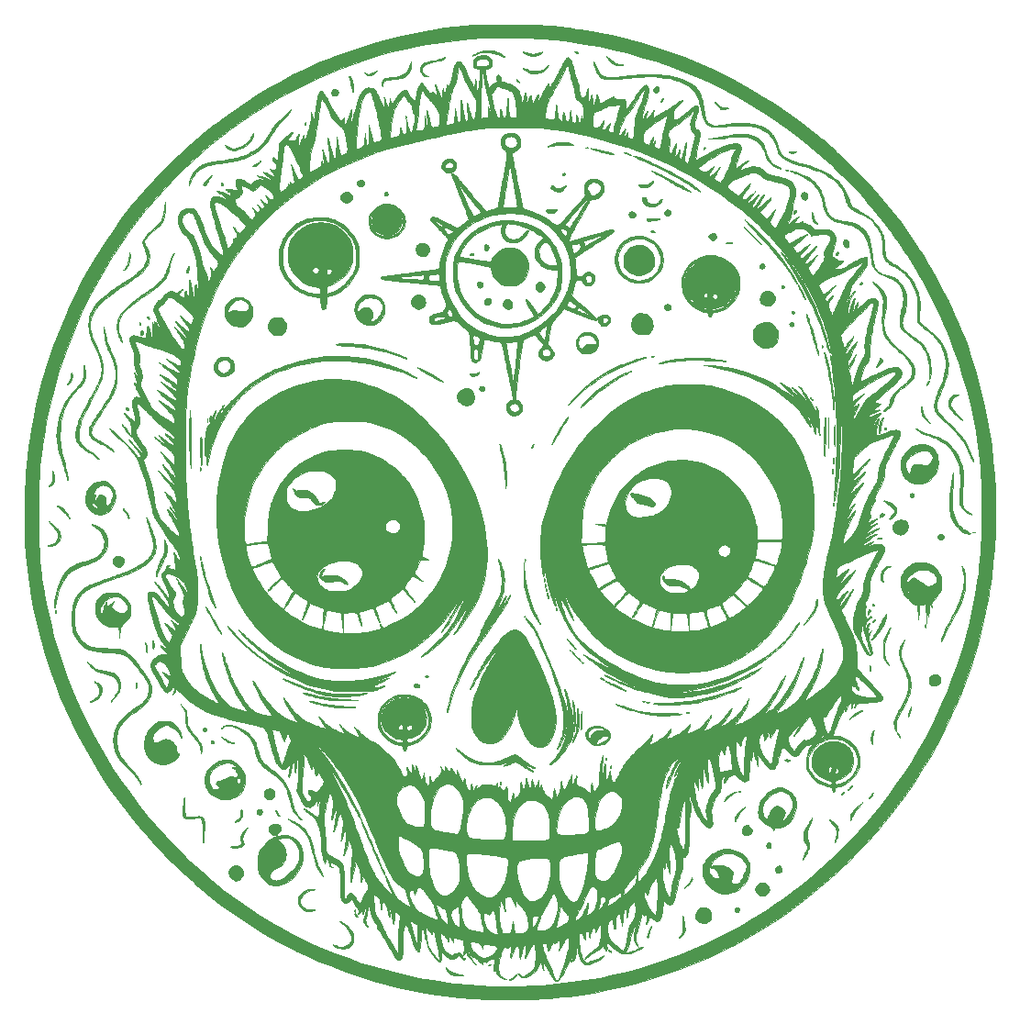
<source format=gbr>
%TF.GenerationSoftware,KiCad,Pcbnew,7.0.1*%
%TF.CreationDate,2023-09-06T23:00:38-07:00*%
%TF.ProjectId,skull_10,736b756c-6c5f-4313-902e-6b696361645f,rev?*%
%TF.SameCoordinates,Original*%
%TF.FileFunction,Copper,L2,Bot*%
%TF.FilePolarity,Positive*%
%FSLAX46Y46*%
G04 Gerber Fmt 4.6, Leading zero omitted, Abs format (unit mm)*
G04 Created by KiCad (PCBNEW 7.0.1) date 2023-09-06 23:00:38*
%MOMM*%
%LPD*%
G01*
G04 APERTURE LIST*
%TA.AperFunction,EtchedComponent*%
%ADD10C,0.010000*%
%TD*%
G04 APERTURE END LIST*
%TO.C,G\u002A\u002A\u002A*%
D10*
X25183247Y-69980656D02*
X26488654Y-69980656D01*
X26488685Y-70461347D01*
X26490655Y-70935556D01*
X26494511Y-71399709D01*
X26500198Y-71850234D01*
X26507663Y-72283558D01*
X26516854Y-72696108D01*
X26527716Y-73084310D01*
X26540197Y-73444593D01*
X26554242Y-73773381D01*
X26569798Y-74067104D01*
X26586813Y-74322187D01*
X26587298Y-74328584D01*
X26615111Y-74662818D01*
X26648184Y-75001093D01*
X26687205Y-75348550D01*
X26732864Y-75710332D01*
X26785850Y-76091582D01*
X26846853Y-76497442D01*
X26916561Y-76933056D01*
X26995665Y-77403565D01*
X27012895Y-77503584D01*
X27260567Y-78811894D01*
X27549773Y-80112740D01*
X27880258Y-81405450D01*
X28251772Y-82689351D01*
X28664060Y-83963771D01*
X29116871Y-85228038D01*
X29609953Y-86481478D01*
X30143052Y-87723419D01*
X30715917Y-88953190D01*
X31328295Y-90170117D01*
X31979934Y-91373527D01*
X32658422Y-92542500D01*
X33375342Y-93696697D01*
X34127949Y-94829798D01*
X34915089Y-95940499D01*
X35735610Y-97027495D01*
X36588358Y-98089482D01*
X37472180Y-99125156D01*
X38385923Y-100133213D01*
X39328435Y-101112347D01*
X40298561Y-102061255D01*
X41295150Y-102978633D01*
X42317047Y-103863175D01*
X43363100Y-104713578D01*
X43541667Y-104853425D01*
X44596856Y-105648594D01*
X45675325Y-106408565D01*
X46776469Y-107133094D01*
X47899681Y-107821936D01*
X49044357Y-108474844D01*
X50209889Y-109091572D01*
X51395674Y-109671876D01*
X52601104Y-110215510D01*
X53825574Y-110722227D01*
X55068479Y-111191783D01*
X56329212Y-111623931D01*
X57607169Y-112018427D01*
X58901742Y-112375023D01*
X60212327Y-112693476D01*
X61538318Y-112973539D01*
X62879109Y-113214966D01*
X64234094Y-113417512D01*
X64856500Y-113496898D01*
X65313173Y-113547733D01*
X65806194Y-113594572D01*
X66329730Y-113637022D01*
X66877952Y-113674694D01*
X67445025Y-113707195D01*
X68025120Y-113734136D01*
X68612405Y-113755126D01*
X68782917Y-113760035D01*
X68897782Y-113762138D01*
X69049113Y-113763334D01*
X69231052Y-113763687D01*
X69437741Y-113763261D01*
X69663323Y-113762117D01*
X69901942Y-113760319D01*
X70147739Y-113757930D01*
X70394859Y-113755014D01*
X70637442Y-113751632D01*
X70869633Y-113747848D01*
X71085574Y-113743726D01*
X71279408Y-113739327D01*
X71445278Y-113734716D01*
X71576917Y-113729972D01*
X72957420Y-113652499D01*
X74317598Y-113538127D01*
X75658247Y-113386645D01*
X76980164Y-113197841D01*
X78284146Y-112971504D01*
X79570989Y-112707422D01*
X80841490Y-112405385D01*
X82096445Y-112065179D01*
X83336653Y-111686595D01*
X84562909Y-111269420D01*
X85776009Y-110813443D01*
X86976752Y-110318452D01*
X88165933Y-109784237D01*
X89344349Y-109210585D01*
X90120817Y-108808026D01*
X90861296Y-108405388D01*
X91606093Y-107982237D01*
X92348855Y-107542577D01*
X93083229Y-107090414D01*
X93802862Y-106629752D01*
X94501401Y-106164597D01*
X95172493Y-105698953D01*
X95809785Y-105236825D01*
X95939750Y-105139832D01*
X96865922Y-104423413D01*
X97786870Y-103668276D01*
X98698920Y-102878010D01*
X99598395Y-102056203D01*
X100481620Y-101206441D01*
X101344919Y-100332314D01*
X102184615Y-99437408D01*
X102997033Y-98525312D01*
X103778498Y-97599613D01*
X104202709Y-97074755D01*
X104949853Y-96104121D01*
X105675053Y-95099137D01*
X106376689Y-94062587D01*
X107053143Y-92997255D01*
X107702796Y-91905925D01*
X108324028Y-90791383D01*
X108915220Y-89656411D01*
X109474754Y-88503795D01*
X110001010Y-87336319D01*
X110357605Y-86490042D01*
X110848663Y-85237964D01*
X111299507Y-83980625D01*
X111709865Y-82719041D01*
X112079466Y-81454228D01*
X112408040Y-80187200D01*
X112695317Y-78918975D01*
X112941025Y-77650568D01*
X113144894Y-76382995D01*
X113242169Y-75662084D01*
X113311266Y-75057896D01*
X113371838Y-74417637D01*
X113423832Y-73746714D01*
X113467193Y-73050535D01*
X113501865Y-72334505D01*
X113527794Y-71604032D01*
X113544924Y-70864523D01*
X113553202Y-70121385D01*
X113552571Y-69380024D01*
X113542978Y-68645847D01*
X113524366Y-67924261D01*
X113496682Y-67220674D01*
X113459871Y-66540491D01*
X113413877Y-65889120D01*
X113358645Y-65271968D01*
X113348661Y-65174000D01*
X113193144Y-63879713D01*
X112995566Y-62587688D01*
X112756180Y-61298872D01*
X112475239Y-60014212D01*
X112152996Y-58734655D01*
X111789702Y-57461147D01*
X111385610Y-56194636D01*
X110940973Y-54936067D01*
X110456043Y-53686387D01*
X109988727Y-52577740D01*
X109807163Y-52169675D01*
X109611285Y-51742149D01*
X109404022Y-51301004D01*
X109188306Y-50852085D01*
X108967064Y-50401238D01*
X108743227Y-49954305D01*
X108519724Y-49517133D01*
X108299486Y-49095565D01*
X108085442Y-48695447D01*
X107880521Y-48322621D01*
X107687654Y-47982933D01*
X107671412Y-47954917D01*
X107447394Y-47577233D01*
X107199259Y-47173434D01*
X106930846Y-46749191D01*
X106645997Y-46310174D01*
X106348551Y-45862057D01*
X106042350Y-45410509D01*
X105731233Y-44961203D01*
X105419042Y-44519811D01*
X105109617Y-44092003D01*
X104806798Y-43683452D01*
X104552539Y-43349166D01*
X104169193Y-42857380D01*
X103796668Y-42391289D01*
X103429707Y-41944938D01*
X103063054Y-41512370D01*
X102691455Y-41087629D01*
X102309652Y-40664759D01*
X101912391Y-40237803D01*
X101494416Y-39800805D01*
X101050470Y-39347808D01*
X100799433Y-39095781D01*
X100247172Y-38551723D01*
X99709329Y-38037699D01*
X99178687Y-37547358D01*
X98648026Y-37074347D01*
X98110127Y-36612314D01*
X97557773Y-36154909D01*
X96983743Y-35695779D01*
X96564167Y-35369195D01*
X95540341Y-34603233D01*
X94495242Y-33865838D01*
X93431852Y-33158777D01*
X92353155Y-32483815D01*
X91262133Y-31842718D01*
X90161770Y-31237250D01*
X89055047Y-30669178D01*
X87944948Y-30140268D01*
X87087104Y-29759669D01*
X85854731Y-29253333D01*
X84606723Y-28785410D01*
X83344436Y-28356028D01*
X82069225Y-27965316D01*
X80782447Y-27613401D01*
X79485456Y-27300412D01*
X78179609Y-27026478D01*
X76866261Y-26791728D01*
X75546768Y-26596288D01*
X74222486Y-26440288D01*
X72894770Y-26323857D01*
X71564975Y-26247121D01*
X70234458Y-26210211D01*
X68904574Y-26213255D01*
X67576679Y-26256380D01*
X66252128Y-26339715D01*
X64932278Y-26463388D01*
X63618483Y-26627529D01*
X62312099Y-26832265D01*
X61014483Y-27077724D01*
X60326834Y-27225251D01*
X59104759Y-27519407D01*
X57884214Y-27855010D01*
X56667086Y-28231179D01*
X55455264Y-28647029D01*
X54250636Y-29101677D01*
X53055088Y-29594240D01*
X51870509Y-30123833D01*
X50698787Y-30689575D01*
X49541809Y-31290580D01*
X48401463Y-31925966D01*
X47279637Y-32594849D01*
X46178219Y-33296346D01*
X45099097Y-34029574D01*
X44044157Y-34793648D01*
X43861973Y-34930615D01*
X42824356Y-35740333D01*
X41806086Y-36585613D01*
X40810411Y-37463425D01*
X39840583Y-38370741D01*
X38899851Y-39304532D01*
X37991466Y-40261771D01*
X37233313Y-41107500D01*
X36352773Y-42148614D01*
X35506320Y-43214513D01*
X34694401Y-44304412D01*
X33917465Y-45417524D01*
X33175961Y-46553061D01*
X32470335Y-47710238D01*
X31801037Y-48888266D01*
X31168514Y-50086360D01*
X30573215Y-51303732D01*
X30015587Y-52539596D01*
X29496079Y-53793165D01*
X29015139Y-55063653D01*
X28601840Y-56262834D01*
X28288554Y-57253678D01*
X28002410Y-58237875D01*
X27741442Y-59223511D01*
X27503685Y-60218671D01*
X27287172Y-61231442D01*
X27089936Y-62269911D01*
X26967732Y-62983250D01*
X26903846Y-63376401D01*
X26846442Y-63739868D01*
X26795129Y-64078311D01*
X26749516Y-64396386D01*
X26709210Y-64698749D01*
X26673819Y-64990059D01*
X26642953Y-65274972D01*
X26616218Y-65558145D01*
X26593225Y-65844235D01*
X26573580Y-66137901D01*
X26556892Y-66443798D01*
X26542769Y-66766583D01*
X26530820Y-67110915D01*
X26520653Y-67481450D01*
X26511876Y-67882845D01*
X26504098Y-68319758D01*
X26500725Y-68535422D01*
X26494620Y-69014121D01*
X26490614Y-69497057D01*
X26488654Y-69980656D01*
X25183247Y-69980656D01*
X25193572Y-69007628D01*
X25237954Y-67781597D01*
X25265349Y-67280084D01*
X25321463Y-66473743D01*
X25393567Y-65649794D01*
X25480535Y-64817189D01*
X25581238Y-63984882D01*
X25694550Y-63161825D01*
X25819342Y-62356972D01*
X25954486Y-61579275D01*
X26039729Y-61131167D01*
X26254512Y-60114456D01*
X26501871Y-59078731D01*
X26779975Y-58029645D01*
X27086995Y-56972848D01*
X27421101Y-55913994D01*
X27780463Y-54858733D01*
X28163252Y-53812718D01*
X28567637Y-52781600D01*
X28991788Y-51771031D01*
X29281620Y-51118162D01*
X29858399Y-49898780D01*
X30474218Y-48695388D01*
X31128641Y-47508682D01*
X31821233Y-46339360D01*
X32551560Y-45188121D01*
X33319185Y-44055663D01*
X34123673Y-42942682D01*
X34964589Y-41849878D01*
X35400761Y-41308584D01*
X35634089Y-41029228D01*
X35896443Y-40725631D01*
X36184660Y-40401049D01*
X36495576Y-40058733D01*
X36826028Y-39701939D01*
X37172852Y-39333919D01*
X37532884Y-38957928D01*
X37902961Y-38577220D01*
X38279919Y-38195048D01*
X38660595Y-37814666D01*
X39041824Y-37439327D01*
X39420445Y-37072287D01*
X39793292Y-36716798D01*
X40157203Y-36376114D01*
X40509014Y-36053489D01*
X40518460Y-36044927D01*
X40800054Y-35795156D01*
X41114546Y-35526066D01*
X41458648Y-35240307D01*
X41829072Y-34940530D01*
X42222530Y-34629383D01*
X42635732Y-34309517D01*
X43065391Y-33983581D01*
X43224167Y-33864744D01*
X44328773Y-33063566D01*
X45439197Y-32303545D01*
X46557182Y-31583699D01*
X47684470Y-30903048D01*
X48822803Y-30260611D01*
X49973923Y-29655409D01*
X51139573Y-29086461D01*
X52321493Y-28552785D01*
X53521428Y-28053402D01*
X53617000Y-28015400D01*
X54848062Y-27550049D01*
X56100074Y-27121364D01*
X57372662Y-26729439D01*
X58665449Y-26374372D01*
X59978059Y-26056259D01*
X61310116Y-25775196D01*
X62661244Y-25531279D01*
X64031068Y-25324604D01*
X64232084Y-25297620D01*
X64566239Y-25254457D01*
X64883002Y-25215797D01*
X65186790Y-25181377D01*
X65482022Y-25150940D01*
X65773114Y-25124225D01*
X66064485Y-25100972D01*
X66360553Y-25080922D01*
X66665734Y-25063814D01*
X66984446Y-25049390D01*
X67321107Y-25037388D01*
X67680136Y-25027550D01*
X68065948Y-25019616D01*
X68482963Y-25013325D01*
X68935598Y-25008418D01*
X69185084Y-25006338D01*
X69882949Y-25003319D01*
X70539471Y-25005217D01*
X71155356Y-25012054D01*
X71731310Y-25023849D01*
X72268038Y-25040622D01*
X72766247Y-25062393D01*
X73226643Y-25089182D01*
X73649931Y-25121009D01*
X73841750Y-25138235D01*
X74104961Y-25165114D01*
X74402656Y-25198822D01*
X74727713Y-25238387D01*
X75073008Y-25282837D01*
X75431418Y-25331200D01*
X75795819Y-25382505D01*
X76159089Y-25435780D01*
X76514103Y-25490052D01*
X76853738Y-25544350D01*
X77016750Y-25571405D01*
X78375362Y-25818563D01*
X79709924Y-26099074D01*
X81021665Y-26413483D01*
X82311813Y-26762333D01*
X83581598Y-27146168D01*
X84832248Y-27565532D01*
X86064992Y-28020970D01*
X87281057Y-28513026D01*
X88481674Y-29042243D01*
X89668070Y-29609167D01*
X90841474Y-30214340D01*
X92003115Y-30858307D01*
X93154222Y-31541612D01*
X94296022Y-32264799D01*
X95429746Y-33028412D01*
X96556621Y-33832996D01*
X97677875Y-34679094D01*
X97802417Y-34775887D01*
X98126845Y-35030774D01*
X98432833Y-35275625D01*
X98725389Y-35514815D01*
X99009520Y-35752718D01*
X99290234Y-35993710D01*
X99572538Y-36242166D01*
X99861440Y-36502462D01*
X100161947Y-36778973D01*
X100479067Y-37076075D01*
X100817806Y-37398141D01*
X100964216Y-37538531D01*
X101928435Y-38488414D01*
X102851278Y-39445206D01*
X103733229Y-40409488D01*
X104574768Y-41381839D01*
X105376378Y-42362838D01*
X106138540Y-43353065D01*
X106861738Y-44353100D01*
X107546452Y-45363523D01*
X107805486Y-45764167D01*
X108154764Y-46320227D01*
X108488413Y-46869336D01*
X108810930Y-47419452D01*
X109126811Y-47978533D01*
X109440551Y-48554535D01*
X109756647Y-49155417D01*
X110079233Y-49788415D01*
X110448710Y-50536087D01*
X110792710Y-51258029D01*
X111113657Y-51960352D01*
X111413973Y-52649162D01*
X111696085Y-53330569D01*
X111962414Y-54010682D01*
X112215385Y-54695608D01*
X112457422Y-55391457D01*
X112690948Y-56104337D01*
X112918388Y-56840356D01*
X113038800Y-57247084D01*
X113391790Y-58531293D01*
X113706135Y-59831246D01*
X113981735Y-61145185D01*
X114218492Y-62471355D01*
X114416307Y-63808000D01*
X114575082Y-65153364D01*
X114694719Y-66505691D01*
X114775119Y-67863225D01*
X114816183Y-69224210D01*
X114817813Y-70586890D01*
X114779911Y-71949510D01*
X114702377Y-73310313D01*
X114585114Y-74667544D01*
X114428022Y-76019446D01*
X114231005Y-77364263D01*
X114183515Y-77651750D01*
X113971001Y-78822364D01*
X113731529Y-79969475D01*
X113463587Y-81098197D01*
X113165663Y-82213644D01*
X112836246Y-83320928D01*
X112473823Y-84425165D01*
X112076884Y-85531466D01*
X111643916Y-86644946D01*
X111233176Y-87631834D01*
X110664405Y-88907636D01*
X110063405Y-90156147D01*
X109429828Y-91377932D01*
X108763323Y-92573555D01*
X108063540Y-93743582D01*
X107330128Y-94888575D01*
X106562737Y-96009102D01*
X105761018Y-97105725D01*
X104924619Y-98179010D01*
X104053191Y-99229522D01*
X104006442Y-99284084D01*
X103514789Y-99845286D01*
X102992262Y-100419718D01*
X102445384Y-101000765D01*
X101880674Y-101581810D01*
X101304653Y-102156238D01*
X100723842Y-102717433D01*
X100144762Y-103258780D01*
X99632854Y-103721426D01*
X98576112Y-104632683D01*
X97499367Y-105506700D01*
X96402866Y-106343358D01*
X95286853Y-107142538D01*
X94151575Y-107904121D01*
X92997275Y-108627988D01*
X91824201Y-109314020D01*
X90632596Y-109962099D01*
X89422708Y-110572104D01*
X88194780Y-111143918D01*
X86949059Y-111677422D01*
X85685790Y-112172496D01*
X84405218Y-112629021D01*
X83107589Y-113046880D01*
X81793148Y-113425952D01*
X80462140Y-113766118D01*
X79114812Y-114067261D01*
X77751408Y-114329261D01*
X77736417Y-114331908D01*
X77162243Y-114429199D01*
X76591811Y-114517572D01*
X76019855Y-114597580D01*
X75441110Y-114669774D01*
X74850308Y-114734706D01*
X74242183Y-114792929D01*
X73611470Y-114844993D01*
X72952900Y-114891450D01*
X72261210Y-114932853D01*
X71746250Y-114959525D01*
X71621655Y-114964458D01*
X71460446Y-114969039D01*
X71267462Y-114973244D01*
X71047538Y-114977049D01*
X70805512Y-114980432D01*
X70546220Y-114983368D01*
X70274499Y-114985835D01*
X69995186Y-114987808D01*
X69713117Y-114989264D01*
X69433130Y-114990180D01*
X69160061Y-114990532D01*
X68898747Y-114990297D01*
X68654025Y-114989450D01*
X68430731Y-114987969D01*
X68233702Y-114985830D01*
X68067775Y-114983010D01*
X67937788Y-114979485D01*
X67904500Y-114978201D01*
X66593040Y-114901883D01*
X65276744Y-114784296D01*
X63957897Y-114625900D01*
X62638780Y-114427158D01*
X61321676Y-114188529D01*
X60008870Y-113910475D01*
X58702643Y-113593458D01*
X57405278Y-113237939D01*
X56119058Y-112844378D01*
X54846267Y-112413237D01*
X54389584Y-112248104D01*
X53388637Y-111865023D01*
X52381121Y-111450092D01*
X51374437Y-111006833D01*
X50375989Y-110538765D01*
X49393178Y-110049410D01*
X48433408Y-109542288D01*
X47504081Y-109020921D01*
X47076500Y-108769921D01*
X46315107Y-108302913D01*
X45541165Y-107802277D01*
X44760709Y-107272424D01*
X43979773Y-106717762D01*
X43204392Y-106142700D01*
X42440600Y-105551648D01*
X41694431Y-104949015D01*
X40971921Y-104339210D01*
X40758250Y-104153398D01*
X40193295Y-103648590D01*
X39616215Y-103113794D01*
X39034378Y-102556379D01*
X38455154Y-101983713D01*
X37885909Y-101403164D01*
X37334014Y-100822101D01*
X36806835Y-100247893D01*
X36439326Y-99834417D01*
X35542587Y-98779014D01*
X34678095Y-97697932D01*
X33846614Y-96592449D01*
X33048909Y-95463842D01*
X32285746Y-94313387D01*
X31557889Y-93142362D01*
X30866103Y-91952043D01*
X30211154Y-90743709D01*
X29593806Y-89518635D01*
X29014825Y-88278099D01*
X28474975Y-87023378D01*
X27975022Y-85755749D01*
X27924518Y-85621000D01*
X27482799Y-84376795D01*
X27078498Y-83113926D01*
X26712039Y-81834306D01*
X26383844Y-80539848D01*
X26094337Y-79232466D01*
X25843939Y-77914071D01*
X25633073Y-76586577D01*
X25462163Y-75251897D01*
X25331630Y-73911944D01*
X25328490Y-73873500D01*
X25248053Y-72679435D01*
X25198702Y-71464880D01*
X25180515Y-70238166D01*
X25183247Y-69980656D01*
%TA.AperFunction,EtchedComponent*%
G36*
X25183247Y-69980656D02*
G01*
X26488654Y-69980656D01*
X26488685Y-70461347D01*
X26490655Y-70935556D01*
X26494511Y-71399709D01*
X26500198Y-71850234D01*
X26507663Y-72283558D01*
X26516854Y-72696108D01*
X26527716Y-73084310D01*
X26540197Y-73444593D01*
X26554242Y-73773381D01*
X26569798Y-74067104D01*
X26586813Y-74322187D01*
X26587298Y-74328584D01*
X26615111Y-74662818D01*
X26648184Y-75001093D01*
X26687205Y-75348550D01*
X26732864Y-75710332D01*
X26785850Y-76091582D01*
X26846853Y-76497442D01*
X26916561Y-76933056D01*
X26995665Y-77403565D01*
X27012895Y-77503584D01*
X27260567Y-78811894D01*
X27549773Y-80112740D01*
X27880258Y-81405450D01*
X28251772Y-82689351D01*
X28664060Y-83963771D01*
X29116871Y-85228038D01*
X29609953Y-86481478D01*
X30143052Y-87723419D01*
X30715917Y-88953190D01*
X31328295Y-90170117D01*
X31979934Y-91373527D01*
X32658422Y-92542500D01*
X33375342Y-93696697D01*
X34127949Y-94829798D01*
X34915089Y-95940499D01*
X35735610Y-97027495D01*
X36588358Y-98089482D01*
X37472180Y-99125156D01*
X38385923Y-100133213D01*
X39328435Y-101112347D01*
X40298561Y-102061255D01*
X41295150Y-102978633D01*
X42317047Y-103863175D01*
X43363100Y-104713578D01*
X43541667Y-104853425D01*
X44596856Y-105648594D01*
X45675325Y-106408565D01*
X46776469Y-107133094D01*
X47899681Y-107821936D01*
X49044357Y-108474844D01*
X50209889Y-109091572D01*
X51395674Y-109671876D01*
X52601104Y-110215510D01*
X53825574Y-110722227D01*
X55068479Y-111191783D01*
X56329212Y-111623931D01*
X57607169Y-112018427D01*
X58901742Y-112375023D01*
X60212327Y-112693476D01*
X61538318Y-112973539D01*
X62879109Y-113214966D01*
X64234094Y-113417512D01*
X64856500Y-113496898D01*
X65313173Y-113547733D01*
X65806194Y-113594572D01*
X66329730Y-113637022D01*
X66877952Y-113674694D01*
X67445025Y-113707195D01*
X68025120Y-113734136D01*
X68612405Y-113755126D01*
X68782917Y-113760035D01*
X68897782Y-113762138D01*
X69049113Y-113763334D01*
X69231052Y-113763687D01*
X69437741Y-113763261D01*
X69663323Y-113762117D01*
X69901942Y-113760319D01*
X70147739Y-113757930D01*
X70394859Y-113755014D01*
X70637442Y-113751632D01*
X70869633Y-113747848D01*
X71085574Y-113743726D01*
X71279408Y-113739327D01*
X71445278Y-113734716D01*
X71576917Y-113729972D01*
X72957420Y-113652499D01*
X74317598Y-113538127D01*
X75658247Y-113386645D01*
X76980164Y-113197841D01*
X78284146Y-112971504D01*
X79570989Y-112707422D01*
X80841490Y-112405385D01*
X82096445Y-112065179D01*
X83336653Y-111686595D01*
X84562909Y-111269420D01*
X85776009Y-110813443D01*
X86976752Y-110318452D01*
X88165933Y-109784237D01*
X89344349Y-109210585D01*
X90120817Y-108808026D01*
X90861296Y-108405388D01*
X91606093Y-107982237D01*
X92348855Y-107542577D01*
X93083229Y-107090414D01*
X93802862Y-106629752D01*
X94501401Y-106164597D01*
X95172493Y-105698953D01*
X95809785Y-105236825D01*
X95939750Y-105139832D01*
X96865922Y-104423413D01*
X97786870Y-103668276D01*
X98698920Y-102878010D01*
X99598395Y-102056203D01*
X100481620Y-101206441D01*
X101344919Y-100332314D01*
X102184615Y-99437408D01*
X102997033Y-98525312D01*
X103778498Y-97599613D01*
X104202709Y-97074755D01*
X104949853Y-96104121D01*
X105675053Y-95099137D01*
X106376689Y-94062587D01*
X107053143Y-92997255D01*
X107702796Y-91905925D01*
X108324028Y-90791383D01*
X108915220Y-89656411D01*
X109474754Y-88503795D01*
X110001010Y-87336319D01*
X110357605Y-86490042D01*
X110848663Y-85237964D01*
X111299507Y-83980625D01*
X111709865Y-82719041D01*
X112079466Y-81454228D01*
X112408040Y-80187200D01*
X112695317Y-78918975D01*
X112941025Y-77650568D01*
X113144894Y-76382995D01*
X113242169Y-75662084D01*
X113311266Y-75057896D01*
X113371838Y-74417637D01*
X113423832Y-73746714D01*
X113467193Y-73050535D01*
X113501865Y-72334505D01*
X113527794Y-71604032D01*
X113544924Y-70864523D01*
X113553202Y-70121385D01*
X113552571Y-69380024D01*
X113542978Y-68645847D01*
X113524366Y-67924261D01*
X113496682Y-67220674D01*
X113459871Y-66540491D01*
X113413877Y-65889120D01*
X113358645Y-65271968D01*
X113348661Y-65174000D01*
X113193144Y-63879713D01*
X112995566Y-62587688D01*
X112756180Y-61298872D01*
X112475239Y-60014212D01*
X112152996Y-58734655D01*
X111789702Y-57461147D01*
X111385610Y-56194636D01*
X110940973Y-54936067D01*
X110456043Y-53686387D01*
X109988727Y-52577740D01*
X109807163Y-52169675D01*
X109611285Y-51742149D01*
X109404022Y-51301004D01*
X109188306Y-50852085D01*
X108967064Y-50401238D01*
X108743227Y-49954305D01*
X108519724Y-49517133D01*
X108299486Y-49095565D01*
X108085442Y-48695447D01*
X107880521Y-48322621D01*
X107687654Y-47982933D01*
X107671412Y-47954917D01*
X107447394Y-47577233D01*
X107199259Y-47173434D01*
X106930846Y-46749191D01*
X106645997Y-46310174D01*
X106348551Y-45862057D01*
X106042350Y-45410509D01*
X105731233Y-44961203D01*
X105419042Y-44519811D01*
X105109617Y-44092003D01*
X104806798Y-43683452D01*
X104552539Y-43349166D01*
X104169193Y-42857380D01*
X103796668Y-42391289D01*
X103429707Y-41944938D01*
X103063054Y-41512370D01*
X102691455Y-41087629D01*
X102309652Y-40664759D01*
X101912391Y-40237803D01*
X101494416Y-39800805D01*
X101050470Y-39347808D01*
X100799433Y-39095781D01*
X100247172Y-38551723D01*
X99709329Y-38037699D01*
X99178687Y-37547358D01*
X98648026Y-37074347D01*
X98110127Y-36612314D01*
X97557773Y-36154909D01*
X96983743Y-35695779D01*
X96564167Y-35369195D01*
X95540341Y-34603233D01*
X94495242Y-33865838D01*
X93431852Y-33158777D01*
X92353155Y-32483815D01*
X91262133Y-31842718D01*
X90161770Y-31237250D01*
X89055047Y-30669178D01*
X87944948Y-30140268D01*
X87087104Y-29759669D01*
X85854731Y-29253333D01*
X84606723Y-28785410D01*
X83344436Y-28356028D01*
X82069225Y-27965316D01*
X80782447Y-27613401D01*
X79485456Y-27300412D01*
X78179609Y-27026478D01*
X76866261Y-26791728D01*
X75546768Y-26596288D01*
X74222486Y-26440288D01*
X72894770Y-26323857D01*
X71564975Y-26247121D01*
X70234458Y-26210211D01*
X68904574Y-26213255D01*
X67576679Y-26256380D01*
X66252128Y-26339715D01*
X64932278Y-26463388D01*
X63618483Y-26627529D01*
X62312099Y-26832265D01*
X61014483Y-27077724D01*
X60326834Y-27225251D01*
X59104759Y-27519407D01*
X57884214Y-27855010D01*
X56667086Y-28231179D01*
X55455264Y-28647029D01*
X54250636Y-29101677D01*
X53055088Y-29594240D01*
X51870509Y-30123833D01*
X50698787Y-30689575D01*
X49541809Y-31290580D01*
X48401463Y-31925966D01*
X47279637Y-32594849D01*
X46178219Y-33296346D01*
X45099097Y-34029574D01*
X44044157Y-34793648D01*
X43861973Y-34930615D01*
X42824356Y-35740333D01*
X41806086Y-36585613D01*
X40810411Y-37463425D01*
X39840583Y-38370741D01*
X38899851Y-39304532D01*
X37991466Y-40261771D01*
X37233313Y-41107500D01*
X36352773Y-42148614D01*
X35506320Y-43214513D01*
X34694401Y-44304412D01*
X33917465Y-45417524D01*
X33175961Y-46553061D01*
X32470335Y-47710238D01*
X31801037Y-48888266D01*
X31168514Y-50086360D01*
X30573215Y-51303732D01*
X30015587Y-52539596D01*
X29496079Y-53793165D01*
X29015139Y-55063653D01*
X28601840Y-56262834D01*
X28288554Y-57253678D01*
X28002410Y-58237875D01*
X27741442Y-59223511D01*
X27503685Y-60218671D01*
X27287172Y-61231442D01*
X27089936Y-62269911D01*
X26967732Y-62983250D01*
X26903846Y-63376401D01*
X26846442Y-63739868D01*
X26795129Y-64078311D01*
X26749516Y-64396386D01*
X26709210Y-64698749D01*
X26673819Y-64990059D01*
X26642953Y-65274972D01*
X26616218Y-65558145D01*
X26593225Y-65844235D01*
X26573580Y-66137901D01*
X26556892Y-66443798D01*
X26542769Y-66766583D01*
X26530820Y-67110915D01*
X26520653Y-67481450D01*
X26511876Y-67882845D01*
X26504098Y-68319758D01*
X26500725Y-68535422D01*
X26494620Y-69014121D01*
X26490614Y-69497057D01*
X26488654Y-69980656D01*
X25183247Y-69980656D01*
X25193572Y-69007628D01*
X25237954Y-67781597D01*
X25265349Y-67280084D01*
X25321463Y-66473743D01*
X25393567Y-65649794D01*
X25480535Y-64817189D01*
X25581238Y-63984882D01*
X25694550Y-63161825D01*
X25819342Y-62356972D01*
X25954486Y-61579275D01*
X26039729Y-61131167D01*
X26254512Y-60114456D01*
X26501871Y-59078731D01*
X26779975Y-58029645D01*
X27086995Y-56972848D01*
X27421101Y-55913994D01*
X27780463Y-54858733D01*
X28163252Y-53812718D01*
X28567637Y-52781600D01*
X28991788Y-51771031D01*
X29281620Y-51118162D01*
X29858399Y-49898780D01*
X30474218Y-48695388D01*
X31128641Y-47508682D01*
X31821233Y-46339360D01*
X32551560Y-45188121D01*
X33319185Y-44055663D01*
X34123673Y-42942682D01*
X34964589Y-41849878D01*
X35400761Y-41308584D01*
X35634089Y-41029228D01*
X35896443Y-40725631D01*
X36184660Y-40401049D01*
X36495576Y-40058733D01*
X36826028Y-39701939D01*
X37172852Y-39333919D01*
X37532884Y-38957928D01*
X37902961Y-38577220D01*
X38279919Y-38195048D01*
X38660595Y-37814666D01*
X39041824Y-37439327D01*
X39420445Y-37072287D01*
X39793292Y-36716798D01*
X40157203Y-36376114D01*
X40509014Y-36053489D01*
X40518460Y-36044927D01*
X40800054Y-35795156D01*
X41114546Y-35526066D01*
X41458648Y-35240307D01*
X41829072Y-34940530D01*
X42222530Y-34629383D01*
X42635732Y-34309517D01*
X43065391Y-33983581D01*
X43224167Y-33864744D01*
X44328773Y-33063566D01*
X45439197Y-32303545D01*
X46557182Y-31583699D01*
X47684470Y-30903048D01*
X48822803Y-30260611D01*
X49973923Y-29655409D01*
X51139573Y-29086461D01*
X52321493Y-28552785D01*
X53521428Y-28053402D01*
X53617000Y-28015400D01*
X54848062Y-27550049D01*
X56100074Y-27121364D01*
X57372662Y-26729439D01*
X58665449Y-26374372D01*
X59978059Y-26056259D01*
X61310116Y-25775196D01*
X62661244Y-25531279D01*
X64031068Y-25324604D01*
X64232084Y-25297620D01*
X64566239Y-25254457D01*
X64883002Y-25215797D01*
X65186790Y-25181377D01*
X65482022Y-25150940D01*
X65773114Y-25124225D01*
X66064485Y-25100972D01*
X66360553Y-25080922D01*
X66665734Y-25063814D01*
X66984446Y-25049390D01*
X67321107Y-25037388D01*
X67680136Y-25027550D01*
X68065948Y-25019616D01*
X68482963Y-25013325D01*
X68935598Y-25008418D01*
X69185084Y-25006338D01*
X69882949Y-25003319D01*
X70539471Y-25005217D01*
X71155356Y-25012054D01*
X71731310Y-25023849D01*
X72268038Y-25040622D01*
X72766247Y-25062393D01*
X73226643Y-25089182D01*
X73649931Y-25121009D01*
X73841750Y-25138235D01*
X74104961Y-25165114D01*
X74402656Y-25198822D01*
X74727713Y-25238387D01*
X75073008Y-25282837D01*
X75431418Y-25331200D01*
X75795819Y-25382505D01*
X76159089Y-25435780D01*
X76514103Y-25490052D01*
X76853738Y-25544350D01*
X77016750Y-25571405D01*
X78375362Y-25818563D01*
X79709924Y-26099074D01*
X81021665Y-26413483D01*
X82311813Y-26762333D01*
X83581598Y-27146168D01*
X84832248Y-27565532D01*
X86064992Y-28020970D01*
X87281057Y-28513026D01*
X88481674Y-29042243D01*
X89668070Y-29609167D01*
X90841474Y-30214340D01*
X92003115Y-30858307D01*
X93154222Y-31541612D01*
X94296022Y-32264799D01*
X95429746Y-33028412D01*
X96556621Y-33832996D01*
X97677875Y-34679094D01*
X97802417Y-34775887D01*
X98126845Y-35030774D01*
X98432833Y-35275625D01*
X98725389Y-35514815D01*
X99009520Y-35752718D01*
X99290234Y-35993710D01*
X99572538Y-36242166D01*
X99861440Y-36502462D01*
X100161947Y-36778973D01*
X100479067Y-37076075D01*
X100817806Y-37398141D01*
X100964216Y-37538531D01*
X101928435Y-38488414D01*
X102851278Y-39445206D01*
X103733229Y-40409488D01*
X104574768Y-41381839D01*
X105376378Y-42362838D01*
X106138540Y-43353065D01*
X106861738Y-44353100D01*
X107546452Y-45363523D01*
X107805486Y-45764167D01*
X108154764Y-46320227D01*
X108488413Y-46869336D01*
X108810930Y-47419452D01*
X109126811Y-47978533D01*
X109440551Y-48554535D01*
X109756647Y-49155417D01*
X110079233Y-49788415D01*
X110448710Y-50536087D01*
X110792710Y-51258029D01*
X111113657Y-51960352D01*
X111413973Y-52649162D01*
X111696085Y-53330569D01*
X111962414Y-54010682D01*
X112215385Y-54695608D01*
X112457422Y-55391457D01*
X112690948Y-56104337D01*
X112918388Y-56840356D01*
X113038800Y-57247084D01*
X113391790Y-58531293D01*
X113706135Y-59831246D01*
X113981735Y-61145185D01*
X114218492Y-62471355D01*
X114416307Y-63808000D01*
X114575082Y-65153364D01*
X114694719Y-66505691D01*
X114775119Y-67863225D01*
X114816183Y-69224210D01*
X114817813Y-70586890D01*
X114779911Y-71949510D01*
X114702377Y-73310313D01*
X114585114Y-74667544D01*
X114428022Y-76019446D01*
X114231005Y-77364263D01*
X114183515Y-77651750D01*
X113971001Y-78822364D01*
X113731529Y-79969475D01*
X113463587Y-81098197D01*
X113165663Y-82213644D01*
X112836246Y-83320928D01*
X112473823Y-84425165D01*
X112076884Y-85531466D01*
X111643916Y-86644946D01*
X111233176Y-87631834D01*
X110664405Y-88907636D01*
X110063405Y-90156147D01*
X109429828Y-91377932D01*
X108763323Y-92573555D01*
X108063540Y-93743582D01*
X107330128Y-94888575D01*
X106562737Y-96009102D01*
X105761018Y-97105725D01*
X104924619Y-98179010D01*
X104053191Y-99229522D01*
X104006442Y-99284084D01*
X103514789Y-99845286D01*
X102992262Y-100419718D01*
X102445384Y-101000765D01*
X101880674Y-101581810D01*
X101304653Y-102156238D01*
X100723842Y-102717433D01*
X100144762Y-103258780D01*
X99632854Y-103721426D01*
X98576112Y-104632683D01*
X97499367Y-105506700D01*
X96402866Y-106343358D01*
X95286853Y-107142538D01*
X94151575Y-107904121D01*
X92997275Y-108627988D01*
X91824201Y-109314020D01*
X90632596Y-109962099D01*
X89422708Y-110572104D01*
X88194780Y-111143918D01*
X86949059Y-111677422D01*
X85685790Y-112172496D01*
X84405218Y-112629021D01*
X83107589Y-113046880D01*
X81793148Y-113425952D01*
X80462140Y-113766118D01*
X79114812Y-114067261D01*
X77751408Y-114329261D01*
X77736417Y-114331908D01*
X77162243Y-114429199D01*
X76591811Y-114517572D01*
X76019855Y-114597580D01*
X75441110Y-114669774D01*
X74850308Y-114734706D01*
X74242183Y-114792929D01*
X73611470Y-114844993D01*
X72952900Y-114891450D01*
X72261210Y-114932853D01*
X71746250Y-114959525D01*
X71621655Y-114964458D01*
X71460446Y-114969039D01*
X71267462Y-114973244D01*
X71047538Y-114977049D01*
X70805512Y-114980432D01*
X70546220Y-114983368D01*
X70274499Y-114985835D01*
X69995186Y-114987808D01*
X69713117Y-114989264D01*
X69433130Y-114990180D01*
X69160061Y-114990532D01*
X68898747Y-114990297D01*
X68654025Y-114989450D01*
X68430731Y-114987969D01*
X68233702Y-114985830D01*
X68067775Y-114983010D01*
X67937788Y-114979485D01*
X67904500Y-114978201D01*
X66593040Y-114901883D01*
X65276744Y-114784296D01*
X63957897Y-114625900D01*
X62638780Y-114427158D01*
X61321676Y-114188529D01*
X60008870Y-113910475D01*
X58702643Y-113593458D01*
X57405278Y-113237939D01*
X56119058Y-112844378D01*
X54846267Y-112413237D01*
X54389584Y-112248104D01*
X53388637Y-111865023D01*
X52381121Y-111450092D01*
X51374437Y-111006833D01*
X50375989Y-110538765D01*
X49393178Y-110049410D01*
X48433408Y-109542288D01*
X47504081Y-109020921D01*
X47076500Y-108769921D01*
X46315107Y-108302913D01*
X45541165Y-107802277D01*
X44760709Y-107272424D01*
X43979773Y-106717762D01*
X43204392Y-106142700D01*
X42440600Y-105551648D01*
X41694431Y-104949015D01*
X40971921Y-104339210D01*
X40758250Y-104153398D01*
X40193295Y-103648590D01*
X39616215Y-103113794D01*
X39034378Y-102556379D01*
X38455154Y-101983713D01*
X37885909Y-101403164D01*
X37334014Y-100822101D01*
X36806835Y-100247893D01*
X36439326Y-99834417D01*
X35542587Y-98779014D01*
X34678095Y-97697932D01*
X33846614Y-96592449D01*
X33048909Y-95463842D01*
X32285746Y-94313387D01*
X31557889Y-93142362D01*
X30866103Y-91952043D01*
X30211154Y-90743709D01*
X29593806Y-89518635D01*
X29014825Y-88278099D01*
X28474975Y-87023378D01*
X27975022Y-85755749D01*
X27924518Y-85621000D01*
X27482799Y-84376795D01*
X27078498Y-83113926D01*
X26712039Y-81834306D01*
X26383844Y-80539848D01*
X26094337Y-79232466D01*
X25843939Y-77914071D01*
X25633073Y-76586577D01*
X25462163Y-75251897D01*
X25331630Y-73911944D01*
X25328490Y-73873500D01*
X25248053Y-72679435D01*
X25198702Y-71464880D01*
X25180515Y-70238166D01*
X25183247Y-69980656D01*
G37*
%TD.AperFunction*%
X66604608Y-28619606D02*
X66867334Y-28619606D01*
X66873159Y-28719750D01*
X66892507Y-28786184D01*
X66928185Y-28826151D01*
X66952000Y-28838087D01*
X66982056Y-28841549D01*
X67047557Y-28844195D01*
X67141621Y-28845909D01*
X67257364Y-28846577D01*
X67387904Y-28846086D01*
X67417667Y-28845813D01*
X67568810Y-28843828D01*
X67684007Y-28840983D01*
X67769643Y-28836736D01*
X67832104Y-28830547D01*
X67877776Y-28821874D01*
X67913044Y-28810177D01*
X67930023Y-28802407D01*
X68003675Y-28744071D01*
X68059449Y-28657172D01*
X68090676Y-28553970D01*
X68095000Y-28499198D01*
X68076443Y-28397695D01*
X68019877Y-28310047D01*
X67923958Y-28234479D01*
X67874315Y-28207258D01*
X67815231Y-28179345D01*
X67764095Y-28161197D01*
X67708940Y-28150724D01*
X67637793Y-28145834D01*
X67538686Y-28144436D01*
X67514482Y-28144391D01*
X67408888Y-28146663D01*
X67309736Y-28152959D01*
X67230291Y-28162223D01*
X67193322Y-28169963D01*
X67062451Y-28226391D01*
X66965329Y-28308180D01*
X66901529Y-28415920D01*
X66870623Y-28550200D01*
X66867334Y-28619606D01*
X66604608Y-28619606D01*
X66602750Y-28555667D01*
X66603633Y-28453142D01*
X66607774Y-28380937D01*
X66617412Y-28327050D01*
X66634787Y-28279478D01*
X66662138Y-28226221D01*
X66665275Y-28220541D01*
X66753183Y-28095972D01*
X66865082Y-27998819D01*
X67003691Y-27927869D01*
X67171733Y-27881909D01*
X67371926Y-27859725D01*
X67480323Y-27857167D01*
X67696602Y-27872844D01*
X67886234Y-27919606D01*
X68048153Y-27997046D01*
X68181293Y-28104757D01*
X68208928Y-28135163D01*
X68278062Y-28233124D01*
X68322091Y-28340514D01*
X68343700Y-28467018D01*
X68345573Y-28622325D01*
X68345351Y-28627564D01*
X68332269Y-28769826D01*
X68303678Y-28877261D01*
X68254330Y-28956114D01*
X68178981Y-29012628D01*
X68072383Y-29053048D01*
X67968000Y-29076702D01*
X67837101Y-29105455D01*
X67745881Y-29135432D01*
X67691687Y-29167810D01*
X67671863Y-29203766D01*
X67671667Y-29208052D01*
X67675660Y-29233877D01*
X67686911Y-29295661D01*
X67704326Y-29387860D01*
X67726809Y-29504929D01*
X67753268Y-29641327D01*
X67782608Y-29791509D01*
X67813734Y-29949933D01*
X67845552Y-30111054D01*
X67876969Y-30269330D01*
X67906890Y-30419217D01*
X67934220Y-30555172D01*
X67957867Y-30671651D01*
X67976735Y-30763112D01*
X67989730Y-30824010D01*
X67995201Y-30847132D01*
X68011499Y-30840315D01*
X68052117Y-30809549D01*
X68110634Y-30759993D01*
X68169657Y-30706944D01*
X68318298Y-30576745D01*
X68449152Y-30475726D01*
X68560033Y-30405388D01*
X68648755Y-30367234D01*
X68671353Y-30362186D01*
X68730873Y-30346379D01*
X68767658Y-30317156D01*
X68784553Y-30267346D01*
X68784407Y-30189782D01*
X68774039Y-30103645D01*
X68762253Y-29948894D01*
X68774398Y-29816848D01*
X68809738Y-29713097D01*
X68829564Y-29681625D01*
X68870103Y-29635653D01*
X68906004Y-29622925D01*
X68949195Y-29643040D01*
X68989921Y-29676246D01*
X69075649Y-29777377D01*
X69128961Y-29902707D01*
X69150575Y-30054277D01*
X69150182Y-30130898D01*
X69142750Y-30301917D01*
X69240946Y-30295112D01*
X69328378Y-30301499D01*
X69444423Y-30328429D01*
X69582574Y-30372807D01*
X69736326Y-30431540D01*
X69899171Y-30501532D01*
X70064605Y-30579689D01*
X70226120Y-30662917D01*
X70377210Y-30748120D01*
X70511369Y-30832204D01*
X70622090Y-30912075D01*
X70702868Y-30984638D01*
X70712138Y-30994859D01*
X70771476Y-31083109D01*
X70830782Y-31211369D01*
X70889214Y-31377323D01*
X70945932Y-31578656D01*
X70986493Y-31749911D01*
X71027920Y-31926077D01*
X71065359Y-32060786D01*
X71099045Y-32154702D01*
X71129213Y-32208489D01*
X71153584Y-32223134D01*
X71176983Y-32201257D01*
X71202214Y-32139708D01*
X71228626Y-32041077D01*
X71255566Y-31907952D01*
X71282382Y-31742923D01*
X71292489Y-31671756D01*
X71310015Y-31553458D01*
X71328094Y-31448085D01*
X71345163Y-31363628D01*
X71359660Y-31308078D01*
X71366876Y-31291374D01*
X71384269Y-31274182D01*
X71400566Y-31280738D01*
X71422148Y-31316843D01*
X71442649Y-31360250D01*
X71460863Y-31403431D01*
X71473888Y-31446175D01*
X71482599Y-31496588D01*
X71487868Y-31562776D01*
X71490568Y-31652844D01*
X71491573Y-31774896D01*
X71491668Y-31815334D01*
X71490894Y-31949967D01*
X71488372Y-32085920D01*
X71484453Y-32210509D01*
X71479486Y-32311050D01*
X71477052Y-32344500D01*
X71461853Y-32524417D01*
X71565757Y-32228084D01*
X71613049Y-32100092D01*
X71665056Y-31970924D01*
X71718767Y-31846936D01*
X71771169Y-31734485D01*
X71819248Y-31639926D01*
X71859993Y-31569616D01*
X71890389Y-31529911D01*
X71899578Y-31523814D01*
X71918687Y-31525970D01*
X71935282Y-31548181D01*
X71950296Y-31594615D01*
X71964659Y-31669442D01*
X71979302Y-31776829D01*
X71995157Y-31920946D01*
X72000769Y-31976828D01*
X72013050Y-32097105D01*
X72024725Y-32203960D01*
X72034894Y-32289704D01*
X72042656Y-32346645D01*
X72046305Y-32365667D01*
X72058312Y-32357173D01*
X72086212Y-32315452D01*
X72127254Y-32245288D01*
X72178689Y-32151463D01*
X72237768Y-32038758D01*
X72265350Y-31984667D01*
X72352255Y-31815402D01*
X72424085Y-31681760D01*
X72482927Y-31580664D01*
X72530868Y-31509038D01*
X72569996Y-31463807D01*
X72602397Y-31441894D01*
X72630160Y-31440224D01*
X72633946Y-31441487D01*
X72656311Y-31456911D01*
X72663725Y-31487730D01*
X72658643Y-31546060D01*
X72657193Y-31556286D01*
X72643416Y-31624008D01*
X72619753Y-31714708D01*
X72590690Y-31811548D01*
X72582521Y-31836500D01*
X72553807Y-31922441D01*
X72528941Y-31996915D01*
X72511935Y-32047903D01*
X72508325Y-32058750D01*
X72510984Y-32070559D01*
X72534602Y-32053297D01*
X72574784Y-32011793D01*
X72627134Y-31950876D01*
X72687255Y-31875375D01*
X72742499Y-31801530D01*
X72849349Y-31644549D01*
X72967113Y-31452557D01*
X73096736Y-31223942D01*
X73239163Y-30957091D01*
X73253962Y-30928595D01*
X73330879Y-30781140D01*
X73391601Y-30667473D01*
X73438723Y-30583449D01*
X73474840Y-30524921D01*
X73502549Y-30487742D01*
X73524444Y-30467767D01*
X73543121Y-30460849D01*
X73546858Y-30460667D01*
X73564649Y-30472067D01*
X73574830Y-30510944D01*
X73579119Y-30584310D01*
X73579277Y-30592959D01*
X73582662Y-30672250D01*
X73589249Y-30741064D01*
X73595570Y-30775896D01*
X73604142Y-30797705D01*
X73617167Y-30801708D01*
X73640273Y-30783848D01*
X73679091Y-30740065D01*
X73727666Y-30680646D01*
X73792673Y-30597725D01*
X73856898Y-30510137D01*
X73922538Y-30414177D01*
X73991786Y-30306138D01*
X74066840Y-30182315D01*
X74149892Y-30039002D01*
X74243139Y-29872493D01*
X74348777Y-29679082D01*
X74468999Y-29455063D01*
X74600620Y-29206920D01*
X74737146Y-28949857D01*
X74855906Y-28729324D01*
X74957744Y-28543827D01*
X75043506Y-28391872D01*
X75114034Y-28271966D01*
X75170173Y-28182616D01*
X75212767Y-28122327D01*
X75215851Y-28118418D01*
X75279875Y-28062050D01*
X75347957Y-28047283D01*
X75419180Y-28073677D01*
X75492631Y-28140793D01*
X75567395Y-28248190D01*
X75597113Y-28301661D01*
X75638984Y-28385527D01*
X75677006Y-28472022D01*
X75713174Y-28567318D01*
X75749481Y-28677585D01*
X75787921Y-28808994D01*
X75830488Y-28967715D01*
X75879175Y-29159918D01*
X75894629Y-29222417D01*
X75958702Y-29471834D01*
X76023809Y-29704880D01*
X76088086Y-29915505D01*
X76149668Y-30097659D01*
X76206693Y-30245290D01*
X76217399Y-30270167D01*
X76276062Y-30424725D01*
X76322261Y-30595823D01*
X76357588Y-30791070D01*
X76383633Y-31018075D01*
X76390046Y-31095748D01*
X76411417Y-31286892D01*
X76444396Y-31440305D01*
X76490499Y-31559367D01*
X76551245Y-31647460D01*
X76628153Y-31707965D01*
X76674567Y-31729471D01*
X76729137Y-31740796D01*
X76785798Y-31727183D01*
X76807275Y-31717625D01*
X76878589Y-31668350D01*
X76943349Y-31589757D01*
X77003176Y-31478733D01*
X77059689Y-31332168D01*
X77114510Y-31146952D01*
X77124504Y-31108561D01*
X77152595Y-31004631D01*
X77173887Y-30940019D01*
X77189282Y-30912418D01*
X77199148Y-30918061D01*
X77204197Y-30951181D01*
X77208796Y-31019242D01*
X77212646Y-31114853D01*
X77215451Y-31230620D01*
X77216914Y-31359153D01*
X77216919Y-31360250D01*
X77219392Y-31544995D01*
X77224625Y-31715274D01*
X77232265Y-31866272D01*
X77241960Y-31993174D01*
X77253357Y-32091167D01*
X77266105Y-32155436D01*
X77276857Y-32179157D01*
X77295846Y-32173931D01*
X77322268Y-32132484D01*
X77353966Y-32059829D01*
X77388787Y-31960979D01*
X77424576Y-31840946D01*
X77428681Y-31825917D01*
X77468613Y-31682326D01*
X77500384Y-31577311D01*
X77524967Y-31508110D01*
X77543338Y-31471964D01*
X77555864Y-31465690D01*
X77562901Y-31489505D01*
X77570641Y-31547778D01*
X77578296Y-31632659D01*
X77585078Y-31736299D01*
X77587219Y-31778063D01*
X77598825Y-31972927D01*
X77613471Y-32128509D01*
X77631597Y-32247780D01*
X77653646Y-32333712D01*
X77677485Y-32385433D01*
X77710742Y-32436949D01*
X77757706Y-32382349D01*
X77791880Y-32324188D01*
X77827698Y-32230065D01*
X77863424Y-32106219D01*
X77897324Y-31958886D01*
X77927664Y-31794305D01*
X77936001Y-31741250D01*
X77952245Y-31638815D01*
X77965639Y-31571356D01*
X77978498Y-31531831D01*
X77993136Y-31513200D01*
X78011866Y-31508420D01*
X78012516Y-31508417D01*
X78050889Y-31528715D01*
X78091887Y-31586632D01*
X78133573Y-31677697D01*
X78174007Y-31797442D01*
X78211252Y-31941398D01*
X78222172Y-31991808D01*
X78249660Y-32116540D01*
X78273583Y-32204630D01*
X78296096Y-32261385D01*
X78319350Y-32292107D01*
X78345500Y-32302103D01*
X78348134Y-32302167D01*
X78373134Y-32291727D01*
X78428310Y-32262645D01*
X78507667Y-32218278D01*
X78605213Y-32161984D01*
X78714953Y-32097120D01*
X78725994Y-32090515D01*
X78931208Y-31968665D01*
X79103567Y-31868915D01*
X79245651Y-31790202D01*
X79360040Y-31731463D01*
X79449314Y-31691636D01*
X79516053Y-31669659D01*
X79562836Y-31664469D01*
X79592245Y-31675004D01*
X79606858Y-31700200D01*
X79609667Y-31726621D01*
X79620409Y-31786722D01*
X79639767Y-31827163D01*
X79652632Y-31841196D01*
X79671670Y-31851621D01*
X79702737Y-31858971D01*
X79751689Y-31863777D01*
X79824383Y-31866570D01*
X79926676Y-31867882D01*
X80064423Y-31868245D01*
X80092501Y-31868250D01*
X80238486Y-31868597D01*
X80348124Y-31869963D01*
X80427396Y-31872839D01*
X80482285Y-31877715D01*
X80518773Y-31885082D01*
X80542843Y-31895430D01*
X80557363Y-31906351D01*
X80592900Y-31950361D01*
X80619556Y-32013071D01*
X80638166Y-32099459D01*
X80649566Y-32214507D01*
X80654591Y-32363196D01*
X80654783Y-32487375D01*
X80654289Y-32625630D01*
X80656433Y-32725173D01*
X80663004Y-32789619D01*
X80675794Y-32822582D01*
X80696593Y-32827675D01*
X80727190Y-32808512D01*
X80769375Y-32768707D01*
X80785850Y-32751958D01*
X80824240Y-32711313D01*
X80864033Y-32665921D01*
X80907800Y-32612245D01*
X80958115Y-32546750D01*
X81017549Y-32465901D01*
X81088673Y-32366161D01*
X81174060Y-32243995D01*
X81276282Y-32095867D01*
X81397911Y-31918241D01*
X81482444Y-31794317D01*
X81617193Y-31596906D01*
X81731149Y-31430857D01*
X81827097Y-31292377D01*
X81907821Y-31177669D01*
X81976109Y-31082938D01*
X82034743Y-31004387D01*
X82086510Y-30938222D01*
X82134195Y-30880647D01*
X82180583Y-30827866D01*
X82228458Y-30776083D01*
X82233550Y-30770691D01*
X82337309Y-30671965D01*
X82427847Y-30610947D01*
X82508811Y-30586517D01*
X82583842Y-30597553D01*
X82654522Y-30641185D01*
X82710420Y-30699925D01*
X82749034Y-30771266D01*
X82772169Y-30862332D01*
X82781633Y-30980246D01*
X82779233Y-31132133D01*
X82779203Y-31132779D01*
X82768736Y-31267074D01*
X82748405Y-31410730D01*
X82716952Y-31569103D01*
X82673117Y-31747551D01*
X82615641Y-31951431D01*
X82543266Y-32186099D01*
X82500524Y-32318405D01*
X82407400Y-32608710D01*
X82330353Y-32861458D01*
X82269084Y-33078129D01*
X82223298Y-33260205D01*
X82192698Y-33409167D01*
X82176984Y-33526496D01*
X82175862Y-33613673D01*
X82189033Y-33672179D01*
X82216200Y-33703496D01*
X82222073Y-33706178D01*
X82258565Y-33701454D01*
X82300246Y-33660113D01*
X82348029Y-33580773D01*
X82402822Y-33462051D01*
X82434747Y-33383375D01*
X82490547Y-33250788D01*
X82542660Y-33144538D01*
X82589000Y-33065931D01*
X82627481Y-33016275D01*
X82656014Y-32996876D01*
X82672515Y-33009040D01*
X82674894Y-33054075D01*
X82661067Y-33133286D01*
X82628945Y-33247981D01*
X82623419Y-33265250D01*
X82579446Y-33443456D01*
X82557442Y-33625084D01*
X82546339Y-33815584D01*
X82604950Y-33762667D01*
X82662043Y-33705141D01*
X82737092Y-33620829D01*
X82823709Y-33517575D01*
X82915503Y-33403225D01*
X83006086Y-33285625D01*
X83089069Y-33172619D01*
X83112208Y-33139809D01*
X83168568Y-33061010D01*
X83216303Y-32998093D01*
X83250364Y-32957452D01*
X83265687Y-32945465D01*
X83266431Y-32969025D01*
X83261385Y-33026789D01*
X83251400Y-33111152D01*
X83237330Y-33214509D01*
X83229789Y-33265873D01*
X83214167Y-33375410D01*
X83202296Y-33469469D01*
X83195018Y-33540429D01*
X83193174Y-33580672D01*
X83194363Y-33586752D01*
X83215782Y-33580484D01*
X83269009Y-33555627D01*
X83349237Y-33514835D01*
X83451656Y-33460765D01*
X83571460Y-33396070D01*
X83703840Y-33323407D01*
X83843987Y-33245429D01*
X83987094Y-33164793D01*
X84128351Y-33084153D01*
X84262952Y-33006164D01*
X84386087Y-32933480D01*
X84478000Y-32877944D01*
X84597968Y-32803149D01*
X84741501Y-32711614D01*
X84897326Y-32610652D01*
X85054172Y-32507577D01*
X85200766Y-32409701D01*
X85225703Y-32392856D01*
X85397893Y-32276965D01*
X85538605Y-32184070D01*
X85650860Y-32112636D01*
X85737683Y-32061128D01*
X85802096Y-32028012D01*
X85847123Y-32011754D01*
X85875786Y-32010820D01*
X85891110Y-32023674D01*
X85896116Y-32048782D01*
X85896167Y-32052555D01*
X85883582Y-32081467D01*
X85844977Y-32132482D01*
X85779071Y-32207026D01*
X85684588Y-32306525D01*
X85560248Y-32432404D01*
X85515431Y-32477015D01*
X85397547Y-32594365D01*
X85306165Y-32686726D01*
X85237470Y-32758656D01*
X85187649Y-32814713D01*
X85152886Y-32859454D01*
X85129366Y-32897436D01*
X85113275Y-32933219D01*
X85100798Y-32971358D01*
X85100326Y-32972976D01*
X85086990Y-33032339D01*
X85078728Y-33104808D01*
X85075573Y-33195630D01*
X85077560Y-33310055D01*
X85084725Y-33453330D01*
X85097102Y-33630703D01*
X85105372Y-33735240D01*
X85117792Y-33887730D01*
X85290021Y-33801177D01*
X85429566Y-33725872D01*
X85572191Y-33637907D01*
X85722818Y-33533679D01*
X85886369Y-33409584D01*
X86067766Y-33262018D01*
X86271929Y-33087376D01*
X86308917Y-33055031D01*
X86506681Y-32887218D01*
X86680485Y-32751924D01*
X86832097Y-32648049D01*
X86963286Y-32574495D01*
X87075821Y-32530162D01*
X87171469Y-32513951D01*
X87179594Y-32513834D01*
X87259162Y-32525062D01*
X87317790Y-32560010D01*
X87355579Y-32620575D01*
X87372631Y-32708650D01*
X87369049Y-32826132D01*
X87344934Y-32974917D01*
X87300389Y-33156899D01*
X87235515Y-33373974D01*
X87227250Y-33399742D01*
X87157739Y-33622146D01*
X87104219Y-33810279D01*
X87065877Y-33968728D01*
X87041901Y-34102076D01*
X87031478Y-34214910D01*
X87033798Y-34311815D01*
X87048047Y-34397376D01*
X87049504Y-34403193D01*
X87095499Y-34540196D01*
X87153021Y-34637834D01*
X87217638Y-34693227D01*
X87262688Y-34710461D01*
X87295382Y-34700518D01*
X87302759Y-34694823D01*
X87343362Y-34677117D01*
X87383039Y-34695239D01*
X87424677Y-34751410D01*
X87455594Y-34812502D01*
X87486005Y-34886545D01*
X87507283Y-34959942D01*
X87519004Y-35037859D01*
X87520740Y-35125466D01*
X87512066Y-35227931D01*
X87492557Y-35350422D01*
X87461786Y-35498107D01*
X87419327Y-35676155D01*
X87367787Y-35878097D01*
X87324881Y-36061148D01*
X87283560Y-36271386D01*
X87245187Y-36498803D01*
X87211123Y-36733394D01*
X87182731Y-36965153D01*
X87161373Y-37184075D01*
X87148410Y-37380153D01*
X87145000Y-37514809D01*
X87145000Y-37592141D01*
X87702519Y-37257208D01*
X87859208Y-37163692D01*
X88020397Y-37068596D01*
X88178052Y-36976579D01*
X88324140Y-36892303D01*
X88450627Y-36820430D01*
X88549480Y-36765619D01*
X88554477Y-36762910D01*
X88845929Y-36611683D01*
X89136244Y-36473570D01*
X89421758Y-36349729D01*
X89698809Y-36241321D01*
X89963734Y-36149506D01*
X90212870Y-36075444D01*
X90442556Y-36020294D01*
X90649127Y-35985217D01*
X90828923Y-35971372D01*
X90978279Y-35979919D01*
X91009415Y-35985478D01*
X91129109Y-36028530D01*
X91219662Y-36100591D01*
X91280626Y-36199539D01*
X91311552Y-36323255D01*
X91311990Y-36469620D01*
X91281490Y-36636514D01*
X91219605Y-36821816D01*
X91197702Y-36874167D01*
X91125639Y-37056892D01*
X91052262Y-37276072D01*
X90979415Y-37525949D01*
X90934973Y-37695155D01*
X90873515Y-37922321D01*
X90807752Y-38135911D01*
X90740826Y-38326334D01*
X90677955Y-38479429D01*
X90617277Y-38613607D01*
X90897264Y-38329384D01*
X91040675Y-38189874D01*
X91189597Y-38056011D01*
X91339438Y-37931097D01*
X91485608Y-37818432D01*
X91623517Y-37721319D01*
X91748573Y-37643061D01*
X91856188Y-37586957D01*
X91941770Y-37556312D01*
X91978723Y-37551500D01*
X92016388Y-37558050D01*
X92020859Y-37578625D01*
X91991016Y-37614616D01*
X91925739Y-37667411D01*
X91833086Y-37732250D01*
X91689592Y-37837819D01*
X91556975Y-37952744D01*
X91440437Y-38071222D01*
X91345178Y-38187449D01*
X91276400Y-38295625D01*
X91239304Y-38389945D01*
X91237967Y-38396181D01*
X91223553Y-38468279D01*
X91301415Y-38455644D01*
X91356651Y-38441059D01*
X91435722Y-38413260D01*
X91524326Y-38377414D01*
X91553430Y-38364605D01*
X91831289Y-38250883D01*
X92086602Y-38170620D01*
X92322205Y-38123396D01*
X92540934Y-38108790D01*
X92745625Y-38126381D01*
X92903735Y-38164146D01*
X92995620Y-38200467D01*
X93096925Y-38256334D01*
X93212481Y-38334985D01*
X93347124Y-38439658D01*
X93473834Y-38546033D01*
X93559789Y-38618115D01*
X93642905Y-38684474D01*
X93713403Y-38737499D01*
X93759584Y-38768473D01*
X93853726Y-38815473D01*
X93976880Y-38863109D01*
X94131863Y-38912225D01*
X94321490Y-38963666D01*
X94548577Y-39018278D01*
X94715653Y-39055453D01*
X94952238Y-39107668D01*
X95151741Y-39154202D01*
X95318753Y-39196814D01*
X95457865Y-39237264D01*
X95573669Y-39277310D01*
X95670758Y-39318713D01*
X95753723Y-39363230D01*
X95827154Y-39412622D01*
X95895645Y-39468649D01*
X95963787Y-39533069D01*
X95964787Y-39534065D01*
X96104373Y-39689614D01*
X96209379Y-39846998D01*
X96284826Y-40016531D01*
X96335733Y-40208526D01*
X96356647Y-40339267D01*
X96366515Y-40560873D01*
X96340228Y-40778551D01*
X96279117Y-40981394D01*
X96277853Y-40984484D01*
X96238880Y-41094166D01*
X96196680Y-41239620D01*
X96152782Y-41414556D01*
X96108718Y-41612681D01*
X96066019Y-41827705D01*
X96046024Y-41937517D01*
X95972713Y-42313360D01*
X95891957Y-42651583D01*
X95802566Y-42956433D01*
X95703353Y-43232159D01*
X95644762Y-43371597D01*
X95606201Y-43459430D01*
X95574957Y-43532242D01*
X95554497Y-43581839D01*
X95548167Y-43599780D01*
X95562503Y-43589388D01*
X95602185Y-43554079D01*
X95662218Y-43498459D01*
X95737612Y-43427137D01*
X95799163Y-43368111D01*
X95900732Y-43272107D01*
X96008541Y-43173447D01*
X96111816Y-43081787D01*
X96199786Y-43006786D01*
X96226022Y-42985413D01*
X96310515Y-42921559D01*
X96401739Y-42858796D01*
X96492546Y-42801307D01*
X96575788Y-42753278D01*
X96644317Y-42718895D01*
X96690984Y-42702342D01*
X96707021Y-42703799D01*
X96697893Y-42722747D01*
X96663872Y-42765522D01*
X96610101Y-42826121D01*
X96541725Y-42898541D01*
X96528481Y-42912146D01*
X96413133Y-43035277D01*
X96331642Y-43135178D01*
X96283746Y-43213677D01*
X96269181Y-43272604D01*
X96287685Y-43313787D01*
X96338993Y-43339053D01*
X96422844Y-43350231D01*
X96465296Y-43351167D01*
X96566387Y-43342710D01*
X96674504Y-43320019D01*
X96776763Y-43287110D01*
X96860280Y-43248000D01*
X96906129Y-43213715D01*
X96955761Y-43172089D01*
X96991162Y-43164092D01*
X97007912Y-43190220D01*
X97008667Y-43202237D01*
X97029271Y-43247989D01*
X97089350Y-43296911D01*
X97186307Y-43347489D01*
X97317545Y-43398207D01*
X97379084Y-43418203D01*
X97544808Y-43473720D01*
X97674507Y-43527561D01*
X97774138Y-43583455D01*
X97849664Y-43645130D01*
X97907043Y-43716316D01*
X97935954Y-43766535D01*
X97973964Y-43829360D01*
X98015583Y-43882026D01*
X98024541Y-43890831D01*
X98044053Y-43905448D01*
X98069512Y-43916740D01*
X98105452Y-43924845D01*
X98156409Y-43929896D01*
X98226920Y-43932033D01*
X98321519Y-43931389D01*
X98444742Y-43928103D01*
X98601126Y-43922309D01*
X98795205Y-43914146D01*
X98797250Y-43914057D01*
X98983530Y-43908077D01*
X99135184Y-43908615D01*
X99259547Y-43916562D01*
X99363950Y-43932808D01*
X99455727Y-43958245D01*
X99542210Y-43993761D01*
X99571239Y-44008050D01*
X99698030Y-44091830D01*
X99815760Y-44204735D01*
X99913741Y-44334646D01*
X99981288Y-44469443D01*
X99983475Y-44475527D01*
X100023737Y-44618185D01*
X100043520Y-44764958D01*
X100042378Y-44922189D01*
X100019863Y-45096224D01*
X99975529Y-45293404D01*
X99910203Y-45516087D01*
X99861118Y-45671612D01*
X99823758Y-45795028D01*
X99796200Y-45894301D01*
X99776522Y-45977395D01*
X99762802Y-46052276D01*
X99753117Y-46126907D01*
X99746915Y-46192584D01*
X99744614Y-46319876D01*
X99760992Y-46415954D01*
X99795157Y-46478290D01*
X99846216Y-46504355D01*
X99857230Y-46505000D01*
X99914884Y-46521795D01*
X99983168Y-46567899D01*
X99995133Y-46578342D01*
X100102673Y-46659408D01*
X100227633Y-46727828D01*
X100359843Y-46780102D01*
X100489132Y-46812729D01*
X100605329Y-46822209D01*
X100675792Y-46812570D01*
X100716484Y-46805417D01*
X100731802Y-46821956D01*
X100734000Y-46860846D01*
X100713868Y-46921409D01*
X100653479Y-46995022D01*
X100552846Y-47081674D01*
X100411980Y-47181354D01*
X100257396Y-47278253D01*
X100121946Y-47362232D01*
X100023817Y-47429438D01*
X99961872Y-47480794D01*
X99934972Y-47517222D01*
X99938457Y-47536792D01*
X99964354Y-47542491D01*
X100024506Y-47547211D01*
X100110840Y-47550558D01*
X100215281Y-47552138D01*
X100254277Y-47552201D01*
X100436852Y-47548207D01*
X100588111Y-47534747D01*
X100718626Y-47508497D01*
X100838965Y-47466130D01*
X100959701Y-47404323D01*
X101091402Y-47319750D01*
X101169722Y-47264227D01*
X101349011Y-47140110D01*
X101533920Y-47024721D01*
X101735398Y-46911655D01*
X101964395Y-46794507D01*
X102014584Y-46769963D01*
X102234771Y-46666111D01*
X102421685Y-46584795D01*
X102577379Y-46525227D01*
X102703907Y-46486620D01*
X102801653Y-46468357D01*
X102866971Y-46463087D01*
X102903217Y-46467813D01*
X102923325Y-46487275D01*
X102937008Y-46517974D01*
X102962714Y-46613095D01*
X102977908Y-46731081D01*
X102981033Y-46853425D01*
X102973087Y-46946685D01*
X102931521Y-47111811D01*
X102855413Y-47298305D01*
X102745768Y-47504548D01*
X102603595Y-47728921D01*
X102429899Y-47969808D01*
X102225688Y-48225590D01*
X102051186Y-48428399D01*
X101896654Y-48605482D01*
X101769352Y-48758138D01*
X101666151Y-48891446D01*
X101583922Y-49010481D01*
X101519536Y-49120321D01*
X101469863Y-49226041D01*
X101431773Y-49332720D01*
X101402138Y-49445433D01*
X101390607Y-49500084D01*
X101349261Y-49694647D01*
X101308517Y-49854912D01*
X101266005Y-49988808D01*
X101219351Y-50104267D01*
X101194394Y-50156250D01*
X101145215Y-50260529D01*
X101091015Y-50387458D01*
X101034120Y-50530335D01*
X100976853Y-50682453D01*
X100921540Y-50837108D01*
X100870503Y-50987596D01*
X100826067Y-51127212D01*
X100790557Y-51249251D01*
X100766297Y-51347009D01*
X100755610Y-51413781D01*
X100755306Y-51422891D01*
X100757906Y-51449007D01*
X100769660Y-51444235D01*
X100796870Y-51405908D01*
X100797415Y-51405084D01*
X100821187Y-51361748D01*
X100856134Y-51288735D01*
X100897814Y-51195713D01*
X100941787Y-51092351D01*
X100948122Y-51077000D01*
X101060432Y-50810819D01*
X101170467Y-50563833D01*
X101276472Y-50339495D01*
X101376695Y-50141259D01*
X101469383Y-49972579D01*
X101552781Y-49836908D01*
X101625138Y-49737701D01*
X101632272Y-49729250D01*
X101689118Y-49675720D01*
X101751059Y-49636518D01*
X101807193Y-49616862D01*
X101846617Y-49621971D01*
X101850175Y-49624953D01*
X101844293Y-49646271D01*
X101816548Y-49689399D01*
X101778562Y-49738092D01*
X101603658Y-49979516D01*
X101455921Y-50252668D01*
X101335192Y-50557905D01*
X101241313Y-50895584D01*
X101220948Y-50990388D01*
X101203404Y-51090698D01*
X101188188Y-51203536D01*
X101175683Y-51321998D01*
X101166275Y-51439182D01*
X101160350Y-51548184D01*
X101158292Y-51642099D01*
X101160487Y-51714026D01*
X101167319Y-51757059D01*
X101177715Y-51765402D01*
X101207568Y-51729667D01*
X101246270Y-51655038D01*
X101292886Y-51543812D01*
X101346485Y-51398283D01*
X101406134Y-51220747D01*
X101431725Y-51140500D01*
X101505681Y-50909585D01*
X101569904Y-50718220D01*
X101624963Y-50564892D01*
X101671426Y-50448090D01*
X101709861Y-50366302D01*
X101740838Y-50318016D01*
X101741212Y-50317582D01*
X101774088Y-50282386D01*
X101791400Y-50277575D01*
X101804178Y-50300593D01*
X101805038Y-50302796D01*
X101806999Y-50342350D01*
X101797648Y-50414437D01*
X101778190Y-50511150D01*
X101764566Y-50568195D01*
X101729376Y-50718305D01*
X101697239Y-50873526D01*
X101669524Y-51025465D01*
X101647602Y-51165732D01*
X101632844Y-51285934D01*
X101626620Y-51377681D01*
X101627113Y-51409913D01*
X101633584Y-51510917D01*
X101690833Y-51426250D01*
X101720191Y-51374541D01*
X101759565Y-51293642D01*
X101804128Y-51194006D01*
X101849049Y-51086087D01*
X101855696Y-51069384D01*
X101922861Y-50902933D01*
X101978318Y-50773806D01*
X102023689Y-50679147D01*
X102060596Y-50616100D01*
X102090662Y-50581808D01*
X102115509Y-50573415D01*
X102132094Y-50582794D01*
X102138541Y-50606974D01*
X102133634Y-50657858D01*
X102116687Y-50738654D01*
X102087014Y-50852567D01*
X102043931Y-51002804D01*
X102038232Y-51022059D01*
X102014816Y-51105090D01*
X101998349Y-51171611D01*
X101991058Y-51212166D01*
X101991669Y-51219891D01*
X102015266Y-51214700D01*
X102068705Y-51181481D01*
X102152235Y-51120047D01*
X102266106Y-51030210D01*
X102410570Y-50911781D01*
X102490834Y-50844739D01*
X102678917Y-50689970D01*
X102841802Y-50563276D01*
X102983646Y-50462234D01*
X103108605Y-50384418D01*
X103220838Y-50327401D01*
X103324501Y-50288760D01*
X103423751Y-50266068D01*
X103496250Y-50258153D01*
X103582737Y-50255207D01*
X103642026Y-50261083D01*
X103688741Y-50278057D01*
X103712568Y-50291802D01*
X103797647Y-50365682D01*
X103870127Y-50466075D01*
X103919334Y-50577205D01*
X103927944Y-50610188D01*
X103936901Y-50681434D01*
X103937148Y-50773699D01*
X103928287Y-50889159D01*
X103909924Y-51029989D01*
X103881663Y-51198365D01*
X103843108Y-51396463D01*
X103793864Y-51626459D01*
X103733535Y-51890528D01*
X103661726Y-52190846D01*
X103581355Y-52516334D01*
X103491463Y-52888843D01*
X103416666Y-53228773D01*
X103356012Y-53542717D01*
X103308549Y-53837269D01*
X103273325Y-54119023D01*
X103249390Y-54394574D01*
X103235792Y-54670515D01*
X103231579Y-54939917D01*
X103229037Y-55154936D01*
X103220227Y-55338148D01*
X103202799Y-55498797D01*
X103174402Y-55646124D01*
X103132687Y-55789371D01*
X103075304Y-55937782D01*
X102999902Y-56100598D01*
X102904132Y-56287062D01*
X102875274Y-56341174D01*
X102730904Y-56619536D01*
X102609578Y-56872946D01*
X102512417Y-57098915D01*
X102440547Y-57294950D01*
X102429651Y-57329228D01*
X102412655Y-57393776D01*
X102393924Y-57480198D01*
X102374884Y-57579700D01*
X102356961Y-57683490D01*
X102341582Y-57782775D01*
X102330171Y-57868762D01*
X102324156Y-57932657D01*
X102324962Y-57965667D01*
X102326087Y-57967810D01*
X102346504Y-57960832D01*
X102400916Y-57936934D01*
X102485382Y-57897982D01*
X102595963Y-57845843D01*
X102728718Y-57782383D01*
X102879706Y-57709470D01*
X103044986Y-57628969D01*
X103148848Y-57578062D01*
X103478952Y-57416766D01*
X103774563Y-57274327D01*
X104038496Y-57149602D01*
X104273570Y-57041446D01*
X104482599Y-56948716D01*
X104668402Y-56870268D01*
X104833795Y-56804958D01*
X104981594Y-56751642D01*
X105114617Y-56709176D01*
X105235680Y-56676417D01*
X105347599Y-56652221D01*
X105453192Y-56635444D01*
X105477437Y-56632449D01*
X105626973Y-56632158D01*
X105772111Y-56663519D01*
X105903968Y-56722676D01*
X106013659Y-56805772D01*
X106085110Y-56896172D01*
X106116322Y-56956437D01*
X106133721Y-57014434D01*
X106141011Y-57086784D01*
X106142084Y-57151834D01*
X106134039Y-57278718D01*
X106107154Y-57396380D01*
X106057305Y-57518161D01*
X105991558Y-57638667D01*
X105929631Y-57734518D01*
X105855631Y-57831458D01*
X105765543Y-57933629D01*
X105655353Y-58045174D01*
X105521048Y-58170236D01*
X105358613Y-58312957D01*
X105242500Y-58411721D01*
X105048963Y-58575988D01*
X104857566Y-58740761D01*
X104671009Y-58903554D01*
X104491996Y-59061880D01*
X104323225Y-59213255D01*
X104167399Y-59355192D01*
X104027220Y-59485205D01*
X103905387Y-59600808D01*
X103804603Y-59699516D01*
X103727569Y-59778843D01*
X103676985Y-59836302D01*
X103655554Y-59869407D01*
X103655000Y-59872671D01*
X103674391Y-59900014D01*
X103733167Y-59924706D01*
X103832227Y-59946999D01*
X103972475Y-59967143D01*
X104010116Y-59971440D01*
X104099351Y-59982684D01*
X104169675Y-59994328D01*
X104212620Y-60004795D01*
X104221783Y-60010882D01*
X104204140Y-60028358D01*
X104158503Y-60067762D01*
X104090080Y-60124757D01*
X104004078Y-60195009D01*
X103905707Y-60274184D01*
X103898417Y-60280008D01*
X103744497Y-60404551D01*
X103624887Y-60504939D01*
X103539647Y-60581118D01*
X103488836Y-60633033D01*
X103472514Y-60660627D01*
X103480012Y-60665500D01*
X103509298Y-60660862D01*
X103570030Y-60648328D01*
X103652510Y-60629969D01*
X103722097Y-60613793D01*
X103860523Y-60582575D01*
X103962668Y-60563338D01*
X104032722Y-60555636D01*
X104074874Y-60559027D01*
X104093312Y-60573065D01*
X104093813Y-60574405D01*
X104091034Y-60589617D01*
X104071127Y-60609048D01*
X104030477Y-60634537D01*
X103965469Y-60667919D01*
X103872488Y-60711032D01*
X103747920Y-60765712D01*
X103588149Y-60833796D01*
X103559750Y-60845772D01*
X103432562Y-60899646D01*
X103338157Y-60941028D01*
X103270228Y-60973676D01*
X103222467Y-61001348D01*
X103188567Y-61027799D01*
X103162219Y-61056786D01*
X103137117Y-61092068D01*
X103131125Y-61101062D01*
X103089764Y-61167235D01*
X103067747Y-61214620D01*
X103067756Y-61243268D01*
X103092476Y-61253228D01*
X103144590Y-61244550D01*
X103226781Y-61217284D01*
X103341734Y-61171481D01*
X103490814Y-61107762D01*
X103694563Y-61021494D01*
X103862493Y-60955605D01*
X103995720Y-60909787D01*
X104095358Y-60883729D01*
X104162523Y-60877120D01*
X104198328Y-60889653D01*
X104205334Y-60909173D01*
X104191206Y-60938225D01*
X104153634Y-60987319D01*
X104099834Y-61047308D01*
X104081327Y-61066347D01*
X104004334Y-61152765D01*
X103915678Y-61266170D01*
X103822786Y-61395763D01*
X103733089Y-61530747D01*
X103654016Y-61660324D01*
X103592996Y-61773698D01*
X103589199Y-61781572D01*
X103537835Y-61906423D01*
X103501433Y-62038353D01*
X103478332Y-62186820D01*
X103466865Y-62361279D01*
X103464868Y-62488236D01*
X103467030Y-62626939D01*
X103473406Y-62754601D01*
X103483285Y-62864167D01*
X103495957Y-62948580D01*
X103510711Y-63000785D01*
X103517566Y-63011622D01*
X103532942Y-63016765D01*
X103544013Y-62994721D01*
X103551104Y-62942187D01*
X103554537Y-62855861D01*
X103554638Y-62732439D01*
X103553368Y-62646362D01*
X103551917Y-62493222D01*
X103554346Y-62372841D01*
X103561203Y-62275778D01*
X103573040Y-62192588D01*
X103582488Y-62146607D01*
X103618480Y-62014098D01*
X103665217Y-61880508D01*
X103719690Y-61751093D01*
X103778891Y-61631108D01*
X103839810Y-61525808D01*
X103899438Y-61440450D01*
X103954767Y-61380288D01*
X104002788Y-61350578D01*
X104036438Y-61353687D01*
X104050361Y-61368258D01*
X104054821Y-61393751D01*
X104048645Y-61436709D01*
X104030663Y-61503669D01*
X103999703Y-61601173D01*
X103983231Y-61650764D01*
X103922767Y-61855529D01*
X103868046Y-62087316D01*
X103822208Y-62330896D01*
X103788393Y-62571036D01*
X103782723Y-62623417D01*
X103772198Y-62722714D01*
X103762152Y-62809990D01*
X103753877Y-62874402D01*
X103749496Y-62901752D01*
X103739926Y-62947255D01*
X103925005Y-62906912D01*
X104036198Y-62880830D01*
X104149966Y-62849988D01*
X104273586Y-62812036D01*
X104414336Y-62764624D01*
X104579493Y-62705402D01*
X104776335Y-62632020D01*
X104776834Y-62631832D01*
X104970032Y-62561005D01*
X105131961Y-62506863D01*
X105269473Y-62467689D01*
X105389423Y-62441765D01*
X105498663Y-62427373D01*
X105604049Y-62422797D01*
X105611011Y-62422798D01*
X105759199Y-62432750D01*
X105871895Y-62463088D01*
X105951778Y-62515902D01*
X106001530Y-62593277D01*
X106023831Y-62697299D01*
X106025667Y-62745610D01*
X106025043Y-62776498D01*
X106022178Y-62807178D01*
X106015582Y-62840859D01*
X106003766Y-62880753D01*
X105985237Y-62930069D01*
X105958508Y-62992018D01*
X105922088Y-63069808D01*
X105874486Y-63166651D01*
X105814212Y-63285757D01*
X105739778Y-63430335D01*
X105649691Y-63603596D01*
X105542463Y-63808750D01*
X105452053Y-63981361D01*
X105296478Y-64279603D01*
X105160469Y-64543312D01*
X105042868Y-64774867D01*
X104942518Y-64976648D01*
X104858260Y-65151035D01*
X104788936Y-65300409D01*
X104733388Y-65427149D01*
X104690459Y-65533636D01*
X104670993Y-65586750D01*
X104645514Y-65663671D01*
X104625979Y-65735485D01*
X104610805Y-65811717D01*
X104598405Y-65901889D01*
X104587195Y-66015527D01*
X104575880Y-66158250D01*
X104564356Y-66295800D01*
X104550596Y-66432523D01*
X104535892Y-66557173D01*
X104521540Y-66658503D01*
X104512592Y-66708584D01*
X104459207Y-66925574D01*
X104386413Y-67150171D01*
X104292172Y-67387165D01*
X104174447Y-67641347D01*
X104031200Y-67917509D01*
X103895289Y-68160209D01*
X103830363Y-68275992D01*
X103770491Y-68388363D01*
X103720121Y-68488546D01*
X103683704Y-68567764D01*
X103668225Y-68608134D01*
X103648139Y-68676012D01*
X103641819Y-68720616D01*
X103649809Y-68758890D01*
X103672654Y-68807777D01*
X103674784Y-68811956D01*
X103701237Y-68868073D01*
X103716778Y-68909285D01*
X103718500Y-68918425D01*
X103705431Y-68943469D01*
X103670961Y-68990251D01*
X103622197Y-69049214D01*
X103615721Y-69056655D01*
X103510240Y-69195143D01*
X103418407Y-69356135D01*
X103335201Y-69548671D01*
X103320441Y-69588227D01*
X103260595Y-69768221D01*
X103218708Y-69929812D01*
X103196165Y-70066773D01*
X103193305Y-70160123D01*
X103199261Y-70222351D01*
X103210479Y-70252400D01*
X103232498Y-70260425D01*
X103247542Y-70259541D01*
X103275302Y-70261444D01*
X103289829Y-70277120D01*
X103290082Y-70310717D01*
X103275022Y-70366382D01*
X103243611Y-70448259D01*
X103194809Y-70560496D01*
X103144489Y-70670729D01*
X103095535Y-70778606D01*
X103054510Y-70872713D01*
X103024106Y-70946567D01*
X103007012Y-70993684D01*
X103004646Y-71007702D01*
X103026273Y-71002375D01*
X103077681Y-70980087D01*
X103151551Y-70944262D01*
X103240562Y-70898323D01*
X103255866Y-70890186D01*
X103429660Y-70797897D01*
X103569427Y-70724890D01*
X103678074Y-70669761D01*
X103758507Y-70631106D01*
X103813636Y-70607521D01*
X103846366Y-70597602D01*
X103858900Y-70599011D01*
X103861681Y-70614799D01*
X103845666Y-70641136D01*
X103808208Y-70680371D01*
X103746661Y-70734857D01*
X103658378Y-70806943D01*
X103540713Y-70898980D01*
X103401000Y-71005751D01*
X103288993Y-71091527D01*
X103185590Y-71172228D01*
X103096616Y-71243187D01*
X103027896Y-71299739D01*
X102985255Y-71337217D01*
X102977667Y-71344859D01*
X102924750Y-71402970D01*
X102988250Y-71388189D01*
X103037575Y-71372175D01*
X103120912Y-71339710D01*
X103234066Y-71292572D01*
X103372839Y-71232540D01*
X103533038Y-71161390D01*
X103670494Y-71099169D01*
X103743957Y-71068346D01*
X103802542Y-71048749D01*
X103836011Y-71043657D01*
X103839332Y-71045109D01*
X103833983Y-71066964D01*
X103799045Y-71105795D01*
X103740839Y-71156164D01*
X103665691Y-71212633D01*
X103579921Y-71269766D01*
X103573349Y-71273856D01*
X103449471Y-71359863D01*
X103332544Y-71461997D01*
X103214570Y-71587989D01*
X103094251Y-71736804D01*
X103033472Y-71816970D01*
X102983426Y-71884647D01*
X102949077Y-71933000D01*
X102935390Y-71955194D01*
X102935334Y-71955573D01*
X102953389Y-71949893D01*
X103004046Y-71927745D01*
X103082043Y-71891592D01*
X103182117Y-71843899D01*
X103299006Y-71787128D01*
X103374542Y-71749970D01*
X103573309Y-71653450D01*
X103737103Y-71577735D01*
X103867472Y-71522224D01*
X103965963Y-71486315D01*
X104034126Y-71469405D01*
X104073507Y-71470893D01*
X104080555Y-71475422D01*
X104084811Y-71501069D01*
X104053397Y-71535676D01*
X103984764Y-71580459D01*
X103877359Y-71636636D01*
X103871443Y-71639523D01*
X103719432Y-71719612D01*
X103541239Y-71824180D01*
X103342487Y-71949769D01*
X103128799Y-72092920D01*
X103083500Y-72124231D01*
X102924664Y-72235944D01*
X102785479Y-72336553D01*
X102668476Y-72424061D01*
X102576186Y-72496473D01*
X102511141Y-72551791D01*
X102475870Y-72588021D01*
X102472905Y-72603166D01*
X102475783Y-72603500D01*
X102505408Y-72594615D01*
X102566390Y-72569957D01*
X102652139Y-72532522D01*
X102756065Y-72485304D01*
X102871580Y-72431300D01*
X102992095Y-72373505D01*
X103111020Y-72314915D01*
X103115250Y-72312797D01*
X103264365Y-72240376D01*
X103407245Y-72175199D01*
X103538766Y-72119244D01*
X103653803Y-72074493D01*
X103747231Y-72042924D01*
X103813924Y-72026518D01*
X103848759Y-72027255D01*
X103850653Y-72028686D01*
X103843412Y-72049614D01*
X103799828Y-72089045D01*
X103721122Y-72145963D01*
X103662617Y-72184803D01*
X103574914Y-72243828D01*
X103467028Y-72319806D01*
X103343303Y-72409385D01*
X103208085Y-72509210D01*
X103065720Y-72615931D01*
X102920553Y-72726194D01*
X102776930Y-72836647D01*
X102639197Y-72943937D01*
X102511699Y-73044711D01*
X102398781Y-73135617D01*
X102304789Y-73213303D01*
X102234070Y-73274415D01*
X102190968Y-73315602D01*
X102181032Y-73327834D01*
X102196188Y-73323275D01*
X102244784Y-73301379D01*
X102322630Y-73264195D01*
X102425533Y-73213774D01*
X102549302Y-73152167D01*
X102689745Y-73081424D01*
X102814658Y-73017909D01*
X102968082Y-72940068D01*
X103110437Y-72868777D01*
X103237122Y-72806267D01*
X103343537Y-72754771D01*
X103425080Y-72716521D01*
X103477152Y-72693749D01*
X103494266Y-72688167D01*
X103525239Y-72696614D01*
X103522273Y-72722483D01*
X103484660Y-72766563D01*
X103411693Y-72829644D01*
X103302667Y-72912516D01*
X103276782Y-72931311D01*
X103183886Y-72999441D01*
X103100695Y-73062474D01*
X103034629Y-73114640D01*
X102993110Y-73150168D01*
X102985740Y-73157616D01*
X102960661Y-73188058D01*
X102965571Y-73197101D01*
X103005927Y-73191046D01*
X103013450Y-73189596D01*
X103059285Y-73177205D01*
X103134266Y-73153082D01*
X103228031Y-73120696D01*
X103330217Y-73083519D01*
X103330950Y-73083246D01*
X103483786Y-73028341D01*
X103608902Y-72989161D01*
X103716868Y-72963373D01*
X103818253Y-72948646D01*
X103923624Y-72942646D01*
X103970178Y-72942167D01*
X104147189Y-72954949D01*
X104292655Y-72993710D01*
X104407393Y-73057893D01*
X104492994Y-73148590D01*
X104548028Y-73262182D01*
X104569876Y-73389766D01*
X104555919Y-73522440D01*
X104550227Y-73543416D01*
X104518271Y-73631086D01*
X104466256Y-73748459D01*
X104397127Y-73889700D01*
X104313827Y-74048974D01*
X104219300Y-74220443D01*
X104134154Y-74368305D01*
X104051861Y-74513741D01*
X103957701Y-74688978D01*
X103856237Y-74884800D01*
X103752029Y-75091994D01*
X103649641Y-75301344D01*
X103553634Y-75503635D01*
X103468569Y-75689652D01*
X103399009Y-75850181D01*
X103391190Y-75869070D01*
X103318082Y-76052957D01*
X103262446Y-76210112D01*
X103222045Y-76351270D01*
X103194641Y-76487167D01*
X103177997Y-76628535D01*
X103169877Y-76786111D01*
X103168007Y-76940089D01*
X103166674Y-77126591D01*
X103161422Y-77280396D01*
X103150105Y-77411103D01*
X103130580Y-77528312D01*
X103100701Y-77641622D01*
X103058323Y-77760633D01*
X103001301Y-77894944D01*
X102927491Y-78054154D01*
X102911624Y-78087524D01*
X102844997Y-78229884D01*
X102796987Y-78340270D01*
X102766396Y-78424116D01*
X102752022Y-78486856D01*
X102752665Y-78533924D01*
X102767125Y-78570753D01*
X102794203Y-78602778D01*
X102797199Y-78605593D01*
X102828454Y-78638691D01*
X102843071Y-78671567D01*
X102841011Y-78714584D01*
X102822237Y-78778105D01*
X102796306Y-78847667D01*
X102779354Y-78906287D01*
X102766575Y-78986344D01*
X102757231Y-79094427D01*
X102750586Y-79237130D01*
X102749701Y-79264367D01*
X102739758Y-79585818D01*
X102798024Y-79639817D01*
X102837150Y-79684508D01*
X102847519Y-79728608D01*
X102843256Y-79762866D01*
X102829191Y-79841546D01*
X102824682Y-79887001D01*
X102830740Y-79907465D01*
X102848376Y-79911177D01*
X102861250Y-79909426D01*
X102899152Y-79893137D01*
X102956597Y-79857614D01*
X103016356Y-79814176D01*
X103116163Y-79736512D01*
X103188438Y-79681355D01*
X103238816Y-79644902D01*
X103272932Y-79623353D01*
X103296420Y-79612906D01*
X103314915Y-79609759D01*
X103319480Y-79609667D01*
X103351246Y-79624824D01*
X103356508Y-79664091D01*
X103334758Y-79718167D01*
X103326155Y-79731331D01*
X103291473Y-79767477D01*
X103234220Y-79814482D01*
X103178557Y-79854138D01*
X103069842Y-79943486D01*
X102973756Y-80055106D01*
X102894186Y-80180840D01*
X102835019Y-80312529D01*
X102800141Y-80442016D01*
X102793438Y-80561143D01*
X102807363Y-80633310D01*
X102828128Y-80685776D01*
X102847310Y-80718083D01*
X102850435Y-80720774D01*
X102865203Y-80707875D01*
X102887550Y-80663616D01*
X102912923Y-80597193D01*
X102915753Y-80588777D01*
X102969505Y-80452774D01*
X103028693Y-80350042D01*
X103090954Y-80284335D01*
X103117054Y-80268863D01*
X103174503Y-80248512D01*
X103204920Y-80253276D01*
X103208290Y-80284890D01*
X103184597Y-80345086D01*
X103133825Y-80435598D01*
X103115250Y-80465814D01*
X103059143Y-80562216D01*
X103029385Y-80633827D01*
X103025454Y-80688572D01*
X103046830Y-80734372D01*
X103092990Y-80779151D01*
X103094547Y-80780397D01*
X103142903Y-80827525D01*
X103154022Y-80860708D01*
X103127703Y-80877798D01*
X103103906Y-80879667D01*
X103054017Y-80898931D01*
X103019780Y-80953541D01*
X103003334Y-81038725D01*
X103003009Y-81104756D01*
X103009417Y-81228034D01*
X103168300Y-81090892D01*
X103241051Y-81028455D01*
X103305685Y-80973625D01*
X103352877Y-80934285D01*
X103368155Y-80922000D01*
X103389662Y-80906470D01*
X103397574Y-80905607D01*
X103389569Y-80924005D01*
X103363326Y-80966253D01*
X103316521Y-81036945D01*
X103290110Y-81076316D01*
X103219787Y-81187271D01*
X103165919Y-81290006D01*
X103128480Y-81390083D01*
X103107445Y-81493064D01*
X103102788Y-81604513D01*
X103114485Y-81729992D01*
X103142511Y-81875064D01*
X103186839Y-82045292D01*
X103247445Y-82246237D01*
X103284288Y-82361334D01*
X103348573Y-82573769D01*
X103392033Y-82751385D01*
X103414876Y-82896102D01*
X103417311Y-83009839D01*
X103399548Y-83094513D01*
X103369660Y-83144047D01*
X103310886Y-83181465D01*
X103227563Y-83199699D01*
X103134243Y-83195783D01*
X103124640Y-83194003D01*
X103057380Y-83164286D01*
X102979325Y-83103911D01*
X102897930Y-83020419D01*
X102820650Y-82921352D01*
X102761815Y-82827000D01*
X102727012Y-82763440D01*
X102676900Y-82671612D01*
X102616352Y-82560464D01*
X102550242Y-82438941D01*
X102490824Y-82329584D01*
X102412462Y-82187097D01*
X102320806Y-82023362D01*
X102224373Y-81853417D01*
X102131676Y-81692299D01*
X102075083Y-81595388D01*
X101971674Y-81418250D01*
X101888328Y-81270483D01*
X101883179Y-81260667D01*
X102379893Y-81260667D01*
X102380067Y-81369968D01*
X102384702Y-81467448D01*
X102395651Y-81558966D01*
X102414766Y-81650379D01*
X102443899Y-81747544D01*
X102484902Y-81856319D01*
X102539628Y-81982561D01*
X102609928Y-82132128D01*
X102697655Y-82310878D01*
X102736778Y-82389336D01*
X102845956Y-82602329D01*
X102941111Y-82776427D01*
X103022798Y-82912480D01*
X103091571Y-83011335D01*
X103147986Y-83073842D01*
X103192598Y-83100850D01*
X103202918Y-83102167D01*
X103224260Y-83083648D01*
X103241560Y-83038221D01*
X103243339Y-83029722D01*
X103244300Y-82982211D01*
X103233849Y-82907632D01*
X103211473Y-82804062D01*
X103176658Y-82669578D01*
X103128890Y-82502258D01*
X103067653Y-82300179D01*
X102992434Y-82061418D01*
X102944588Y-81912748D01*
X102844271Y-81595329D01*
X102757988Y-81306203D01*
X102686187Y-81047157D01*
X102629316Y-80819972D01*
X102587822Y-80626434D01*
X102562155Y-80468326D01*
X102552846Y-80353019D01*
X102547394Y-80289108D01*
X102536168Y-80237722D01*
X102535217Y-80235166D01*
X102522941Y-80213265D01*
X102510681Y-80223355D01*
X102493607Y-80266916D01*
X102476957Y-80331585D01*
X102459040Y-80429913D01*
X102440843Y-80553285D01*
X102423352Y-80693085D01*
X102407553Y-80840698D01*
X102394430Y-80987511D01*
X102384971Y-81124907D01*
X102380160Y-81244272D01*
X102379893Y-81260667D01*
X101883179Y-81260667D01*
X101822758Y-81145504D01*
X101772678Y-81036732D01*
X101735799Y-80937584D01*
X101709837Y-80841479D01*
X101692502Y-80741835D01*
X101681509Y-80632070D01*
X101674570Y-80505602D01*
X101671944Y-80435167D01*
X101669933Y-80217041D01*
X101680160Y-80006947D01*
X101703912Y-79792599D01*
X101742478Y-79561711D01*
X101785121Y-79355667D01*
X101833955Y-79157138D01*
X101894254Y-78948040D01*
X101963200Y-78735836D01*
X102037978Y-78527988D01*
X102115769Y-78331959D01*
X102193759Y-78155213D01*
X102269130Y-78005212D01*
X102337829Y-77891219D01*
X102403911Y-77786849D01*
X102457709Y-77681836D01*
X102501092Y-77569299D01*
X102535927Y-77442358D01*
X102564084Y-77294132D01*
X102587430Y-77117741D01*
X102607836Y-76906305D01*
X102608962Y-76892912D01*
X102619870Y-76766383D01*
X102631102Y-76652414D01*
X102643950Y-76547528D01*
X102659709Y-76448247D01*
X102679674Y-76351094D01*
X102705138Y-76252590D01*
X102737395Y-76149260D01*
X102777741Y-76037625D01*
X102827468Y-75914207D01*
X102887872Y-75775529D01*
X102960247Y-75618114D01*
X103045886Y-75438484D01*
X103146084Y-75233162D01*
X103262136Y-74998669D01*
X103395335Y-74731529D01*
X103465894Y-74590380D01*
X103563881Y-74393562D01*
X103655495Y-74207849D01*
X103739076Y-74036719D01*
X103812968Y-73883649D01*
X103875513Y-73752114D01*
X103925052Y-73645591D01*
X103959929Y-73567557D01*
X103978485Y-73521488D01*
X103980953Y-73510220D01*
X103948828Y-73497045D01*
X103881736Y-73500361D01*
X103783239Y-73519117D01*
X103656899Y-73552261D01*
X103506276Y-73598743D01*
X103334932Y-73657510D01*
X103146428Y-73727511D01*
X102944325Y-73807696D01*
X102871834Y-73837639D01*
X102781637Y-73876089D01*
X102658953Y-73929612D01*
X102509736Y-73995550D01*
X102339939Y-74071243D01*
X102155516Y-74154031D01*
X101962420Y-74241256D01*
X101766605Y-74330259D01*
X101665334Y-74376521D01*
X101478163Y-74462067D01*
X101297131Y-74544601D01*
X101127073Y-74621931D01*
X100972829Y-74691866D01*
X100839237Y-74752215D01*
X100731134Y-74800787D01*
X100653359Y-74835391D01*
X100620124Y-74849884D01*
X100528389Y-74894249D01*
X100439205Y-74945916D01*
X100369846Y-74994750D01*
X100362021Y-75001378D01*
X100264722Y-75111708D01*
X100190308Y-75252622D01*
X100138287Y-75425709D01*
X100108163Y-75632562D01*
X100099368Y-75847648D01*
X100099000Y-76096713D01*
X100347709Y-75899121D01*
X100478128Y-75796494D01*
X100611586Y-75693249D01*
X100742842Y-75593281D01*
X100866658Y-75500487D01*
X100977794Y-75418759D01*
X101071010Y-75351995D01*
X101141068Y-75304088D01*
X101180310Y-75280147D01*
X101223285Y-75261384D01*
X101240334Y-75265709D01*
X101242000Y-75276133D01*
X101229502Y-75311952D01*
X101192696Y-75380056D01*
X101132614Y-75478820D01*
X101050290Y-75606617D01*
X100946757Y-75761823D01*
X100823046Y-75942811D01*
X100768244Y-76021917D01*
X100656326Y-76184939D01*
X100558020Y-76332201D01*
X100475249Y-76460579D01*
X100409938Y-76566948D01*
X100364011Y-76648184D01*
X100339392Y-76701162D01*
X100337034Y-76722090D01*
X100360409Y-76716089D01*
X100411701Y-76681489D01*
X100489122Y-76619849D01*
X100590881Y-76532728D01*
X100715190Y-76421687D01*
X100860259Y-76288286D01*
X101024298Y-76134084D01*
X101157568Y-76006809D01*
X101283437Y-75885644D01*
X101404282Y-75768898D01*
X101515430Y-75661116D01*
X101612208Y-75566845D01*
X101689943Y-75490630D01*
X101743962Y-75437016D01*
X101759788Y-75420962D01*
X101813849Y-75367647D01*
X101857344Y-75329024D01*
X101881416Y-75312916D01*
X101882176Y-75312834D01*
X101876836Y-75329326D01*
X101850219Y-75375666D01*
X101805505Y-75447147D01*
X101745875Y-75539062D01*
X101674508Y-75646706D01*
X101594585Y-75765372D01*
X101509287Y-75890354D01*
X101421793Y-76016946D01*
X101335284Y-76140441D01*
X101252940Y-76256132D01*
X101177942Y-76359315D01*
X101145560Y-76402917D01*
X101053361Y-76524198D01*
X100946046Y-76662553D01*
X100835669Y-76802594D01*
X100734286Y-76928930D01*
X100714473Y-76953250D01*
X100560037Y-77144320D01*
X100432153Y-77307782D01*
X100328671Y-77447145D01*
X100247439Y-77565916D01*
X100186304Y-77667603D01*
X100143116Y-77755712D01*
X100115722Y-77833753D01*
X100101970Y-77905232D01*
X100099312Y-77956036D01*
X100109554Y-78039007D01*
X100135657Y-78099121D01*
X100171827Y-78132235D01*
X100212269Y-78134205D01*
X100251186Y-78100889D01*
X100265820Y-78075084D01*
X100300078Y-78024011D01*
X100362819Y-77952126D01*
X100448940Y-77864384D01*
X100553334Y-77765739D01*
X100670897Y-77661144D01*
X100796524Y-77555555D01*
X100824507Y-77532870D01*
X100949710Y-77433486D01*
X101044331Y-77362142D01*
X101109463Y-77318794D01*
X101146200Y-77303399D01*
X101155636Y-77315913D01*
X101138865Y-77356293D01*
X101096981Y-77424494D01*
X101031077Y-77520474D01*
X101028056Y-77524750D01*
X100939291Y-77653486D01*
X100845834Y-77794609D01*
X100752508Y-77940340D01*
X100664132Y-78082893D01*
X100585531Y-78214488D01*
X100521524Y-78327342D01*
X100476935Y-78413673D01*
X100475754Y-78416184D01*
X100432913Y-78517916D01*
X100406730Y-78602220D01*
X100398324Y-78663416D01*
X100408811Y-78695823D01*
X100420018Y-78699500D01*
X100446869Y-78691021D01*
X100483191Y-78664088D01*
X100530778Y-78616460D01*
X100591422Y-78545894D01*
X100666916Y-78450148D01*
X100759054Y-78326980D01*
X100869629Y-78174148D01*
X101000432Y-77989410D01*
X101088605Y-77863417D01*
X101227259Y-77665886D01*
X101344178Y-77502254D01*
X101440679Y-77370912D01*
X101518075Y-77270253D01*
X101577682Y-77198665D01*
X101620815Y-77154542D01*
X101648790Y-77136273D01*
X101662921Y-77142250D01*
X101665307Y-77157861D01*
X101654835Y-77184920D01*
X101625951Y-77241149D01*
X101582429Y-77319660D01*
X101528040Y-77413566D01*
X101493326Y-77471834D01*
X101445939Y-77551086D01*
X101384307Y-77654933D01*
X101311269Y-77778528D01*
X101229662Y-77917026D01*
X101142321Y-78065582D01*
X101052084Y-78219350D01*
X100961788Y-78373487D01*
X100874270Y-78523146D01*
X100792366Y-78663483D01*
X100718914Y-78789651D01*
X100656751Y-78896807D01*
X100608713Y-78980105D01*
X100577637Y-79034700D01*
X100568297Y-79051693D01*
X100564336Y-79066955D01*
X100566417Y-79090380D01*
X100576052Y-79125437D01*
X100594755Y-79175597D01*
X100624039Y-79244329D01*
X100665416Y-79335104D01*
X100720400Y-79451391D01*
X100790503Y-79596660D01*
X100877240Y-79774381D01*
X100932857Y-79887776D01*
X101093136Y-80216291D01*
X101234518Y-80510929D01*
X101358353Y-80774991D01*
X101465991Y-81011776D01*
X101558782Y-81224587D01*
X101638075Y-81416724D01*
X101705222Y-81591487D01*
X101761571Y-81752177D01*
X101808473Y-81902094D01*
X101847278Y-82044540D01*
X101879335Y-82182815D01*
X101887324Y-82221423D01*
X101912012Y-82351686D01*
X101932251Y-82478313D01*
X101948437Y-82607319D01*
X101960969Y-82744717D01*
X101970245Y-82896523D01*
X101976661Y-83068751D01*
X101980615Y-83267415D01*
X101982506Y-83498530D01*
X101982816Y-83666037D01*
X101982834Y-84388657D01*
X102610878Y-85052454D01*
X102890370Y-85348752D01*
X103141187Y-85616591D01*
X103364619Y-85857414D01*
X103561955Y-86072666D01*
X103734483Y-86263791D01*
X103883494Y-86432234D01*
X104010277Y-86579439D01*
X104116122Y-86706850D01*
X104202316Y-86815912D01*
X104270151Y-86908069D01*
X104280089Y-86922360D01*
X104344436Y-87041166D01*
X104370295Y-87152087D01*
X104358209Y-87251782D01*
X104308719Y-87336911D01*
X104222369Y-87404134D01*
X104199969Y-87415491D01*
X104137117Y-87441634D01*
X104064676Y-87464555D01*
X103978553Y-87484793D01*
X103874656Y-87502883D01*
X103748893Y-87519362D01*
X103597171Y-87534765D01*
X103415397Y-87549630D01*
X103199480Y-87564493D01*
X102945917Y-87579856D01*
X102725363Y-87593133D01*
X102543045Y-87605459D01*
X102394890Y-87617297D01*
X102276825Y-87629110D01*
X102184775Y-87641361D01*
X102114668Y-87654512D01*
X102062430Y-87669028D01*
X102025770Y-87684438D01*
X101981260Y-87721408D01*
X101933657Y-87790021D01*
X101886569Y-87880130D01*
X101843999Y-87963567D01*
X101815162Y-88007042D01*
X101799729Y-88010521D01*
X101797374Y-87973971D01*
X101807768Y-87897360D01*
X101812181Y-87872696D01*
X101827547Y-87764490D01*
X101833449Y-87664194D01*
X101829806Y-87582567D01*
X101816536Y-87530371D01*
X101814789Y-87527361D01*
X101794428Y-87507895D01*
X101766895Y-87520890D01*
X101760546Y-87526032D01*
X101719122Y-87576811D01*
X101673242Y-87660696D01*
X101626871Y-87769309D01*
X101583978Y-87894268D01*
X101579974Y-87907534D01*
X101548595Y-88006466D01*
X101525174Y-88064697D01*
X101508968Y-88082957D01*
X101499233Y-88061974D01*
X101495222Y-88002478D01*
X101495071Y-87990609D01*
X101491520Y-87890799D01*
X101483278Y-87787585D01*
X101471670Y-87690904D01*
X101458018Y-87610696D01*
X101443647Y-87556897D01*
X101435232Y-87541432D01*
X101403246Y-87535226D01*
X101360610Y-87569143D01*
X101307773Y-87642456D01*
X101245181Y-87754434D01*
X101173284Y-87904350D01*
X101092530Y-88091473D01*
X101083560Y-88113238D01*
X101046118Y-88199455D01*
X101010752Y-88272166D01*
X100982517Y-88321379D01*
X100971082Y-88335488D01*
X100953409Y-88345906D01*
X100946266Y-88333627D01*
X100948247Y-88291414D01*
X100953611Y-88245667D01*
X100964666Y-88163810D01*
X100976286Y-88086273D01*
X100981475Y-88055167D01*
X100987959Y-88008181D01*
X100981843Y-87995354D01*
X100961901Y-88008200D01*
X100936074Y-88039352D01*
X100894292Y-88100906D01*
X100840642Y-88185974D01*
X100779209Y-88287668D01*
X100714080Y-88399102D01*
X100649340Y-88513386D01*
X100589076Y-88623634D01*
X100537373Y-88722958D01*
X100534599Y-88728487D01*
X100401468Y-89006676D01*
X100266209Y-89311911D01*
X100134852Y-89629697D01*
X100013425Y-89945540D01*
X99925620Y-90192542D01*
X99875298Y-90348313D01*
X99842972Y-90467901D01*
X99828275Y-90553267D01*
X99830839Y-90606372D01*
X99844384Y-90626536D01*
X99874531Y-90634278D01*
X99937639Y-90643641D01*
X100024430Y-90653438D01*
X100124107Y-90662360D01*
X100410660Y-90700785D01*
X100674874Y-90770715D01*
X100925816Y-90875269D01*
X101172551Y-91017564D01*
X101189576Y-91028804D01*
X101423346Y-91205284D01*
X101635770Y-91407483D01*
X101824009Y-91630593D01*
X101985225Y-91869804D01*
X102116578Y-92120307D01*
X102215229Y-92377292D01*
X102278341Y-92635949D01*
X102303073Y-92891471D01*
X102303324Y-92915631D01*
X102283667Y-93208493D01*
X102224572Y-93503888D01*
X102128036Y-93795657D01*
X101996050Y-94077639D01*
X101849937Y-94316032D01*
X101713770Y-94486375D01*
X101541974Y-94656810D01*
X101340932Y-94822213D01*
X101117025Y-94977458D01*
X100876635Y-95117420D01*
X100808084Y-95152750D01*
X100630508Y-95235550D01*
X100474908Y-95293894D01*
X100331306Y-95331097D01*
X100221870Y-95347504D01*
X100128173Y-95361819D01*
X100066888Y-95386785D01*
X100029991Y-95430811D01*
X100009461Y-95502306D01*
X99999864Y-95580232D01*
X99981874Y-95684779D01*
X99951514Y-95758652D01*
X99911029Y-95797377D01*
X99888514Y-95802167D01*
X99843449Y-95783259D01*
X99796269Y-95733284D01*
X99754624Y-95662367D01*
X99728584Y-95590500D01*
X99711143Y-95530003D01*
X99690415Y-95481504D01*
X99661230Y-95442145D01*
X99618416Y-95409067D01*
X99556801Y-95379411D01*
X99471216Y-95350318D01*
X99356489Y-95318929D01*
X99207449Y-95282385D01*
X99144065Y-95267338D01*
X98859006Y-95178642D01*
X98583886Y-95051136D01*
X98322783Y-94887935D01*
X98079774Y-94692154D01*
X97858937Y-94466910D01*
X97664349Y-94215317D01*
X97567705Y-94062953D01*
X97455946Y-93838345D01*
X97379103Y-93602528D01*
X97336569Y-93351651D01*
X97327739Y-93081859D01*
X97335411Y-92989359D01*
X97507064Y-92989359D01*
X97507919Y-93160017D01*
X97521405Y-93326143D01*
X97547310Y-93472826D01*
X97555539Y-93504140D01*
X97647468Y-93752501D01*
X97778325Y-93993431D01*
X97944873Y-94223278D01*
X98143876Y-94438390D01*
X98372097Y-94635114D01*
X98626299Y-94809796D01*
X98798674Y-94907065D01*
X99012105Y-95009533D01*
X99199882Y-95081793D01*
X99361286Y-95123686D01*
X99495595Y-95135053D01*
X99602089Y-95115736D01*
X99646156Y-95093563D01*
X99686271Y-95049653D01*
X99696834Y-94990452D01*
X99686981Y-94932238D01*
X99654619Y-94881222D01*
X99595542Y-94834572D01*
X99505543Y-94789455D01*
X99380416Y-94743041D01*
X99284084Y-94712591D01*
X99038761Y-94624210D01*
X98802372Y-94511609D01*
X98581476Y-94379209D01*
X98382636Y-94231429D01*
X98212410Y-94072689D01*
X98197584Y-94054543D01*
X100019457Y-94054543D01*
X100034871Y-94137087D01*
X100067024Y-94182582D01*
X100115238Y-94190183D01*
X100178840Y-94159043D01*
X100191986Y-94149166D01*
X100255314Y-94080775D01*
X100299425Y-93995971D01*
X100323934Y-93903487D01*
X100328458Y-93812059D01*
X100312614Y-93730423D01*
X100276018Y-93667314D01*
X100218287Y-93631467D01*
X100214757Y-93630527D01*
X100151682Y-93633878D01*
X100098610Y-93675830D01*
X100057402Y-93753441D01*
X100029924Y-93863767D01*
X100021459Y-93935796D01*
X100019457Y-94054543D01*
X98197584Y-94054543D01*
X98077360Y-93907408D01*
X98067650Y-93893105D01*
X98001073Y-93779248D01*
X99355894Y-93779248D01*
X99362283Y-93876310D01*
X99394078Y-93957347D01*
X99402036Y-93968396D01*
X99446485Y-94012480D01*
X99489066Y-94019778D01*
X99541939Y-93991397D01*
X99553939Y-93982230D01*
X99602312Y-93925435D01*
X99643597Y-93843495D01*
X99674182Y-93749405D01*
X99690453Y-93656159D01*
X99688798Y-93576753D01*
X99676962Y-93539754D01*
X99637249Y-93505867D01*
X99576153Y-93494756D01*
X99508495Y-93507256D01*
X99468589Y-93528035D01*
X99411104Y-93591498D01*
X99372854Y-93679773D01*
X99355894Y-93779248D01*
X98001073Y-93779248D01*
X97992172Y-93764027D01*
X97936017Y-93628263D01*
X97896912Y-93477134D01*
X97872587Y-93301956D01*
X97861040Y-93103417D01*
X97861272Y-92879458D01*
X97877639Y-92685050D01*
X97911909Y-92509921D01*
X97965852Y-92343803D01*
X98009363Y-92242096D01*
X98118645Y-92050293D01*
X98263685Y-91863123D01*
X98437918Y-91686144D01*
X98634778Y-91524911D01*
X98847699Y-91384980D01*
X99070117Y-91271908D01*
X99226294Y-91212254D01*
X99447426Y-91158891D01*
X99688964Y-91134749D01*
X99941338Y-91139153D01*
X100194981Y-91171428D01*
X100440324Y-91230900D01*
X100659972Y-91313321D01*
X100905485Y-91445200D01*
X101119827Y-91603406D01*
X101301545Y-91786290D01*
X101449182Y-91992203D01*
X101561284Y-92219497D01*
X101620782Y-92401547D01*
X101669801Y-92666095D01*
X101682668Y-92939673D01*
X101660185Y-93213713D01*
X101603150Y-93479644D01*
X101512364Y-93728896D01*
X101493063Y-93770167D01*
X101449892Y-93853795D01*
X101405611Y-93924730D01*
X101352212Y-93993425D01*
X101281683Y-94070331D01*
X101201058Y-94151167D01*
X100980881Y-94343736D01*
X100753267Y-94496883D01*
X100519807Y-94609722D01*
X100282091Y-94681368D01*
X100230378Y-94691341D01*
X100151735Y-94707148D01*
X100089114Y-94723698D01*
X100054627Y-94737724D01*
X100052795Y-94739239D01*
X100028639Y-94784761D01*
X100011869Y-94856920D01*
X100004818Y-94940323D01*
X100009816Y-95019576D01*
X100010091Y-95021231D01*
X100022970Y-95079596D01*
X100042093Y-95108115D01*
X100077537Y-95119099D01*
X100091478Y-95120682D01*
X100164512Y-95117463D01*
X100267204Y-95098767D01*
X100390986Y-95067310D01*
X100527289Y-95025807D01*
X100667548Y-94976974D01*
X100803193Y-94923527D01*
X100925658Y-94868180D01*
X100985220Y-94837406D01*
X101232510Y-94680350D01*
X101451574Y-94497457D01*
X101641186Y-94292258D01*
X101800114Y-94068286D01*
X101927132Y-93829074D01*
X102021010Y-93578155D01*
X102080520Y-93319061D01*
X102104432Y-93055324D01*
X102091519Y-92790478D01*
X102040551Y-92528054D01*
X101950300Y-92271585D01*
X101908595Y-92182667D01*
X101764865Y-91940547D01*
X101585710Y-91712123D01*
X101377192Y-91502670D01*
X101145373Y-91317463D01*
X100896315Y-91161777D01*
X100636082Y-91040889D01*
X100567856Y-91015986D01*
X100375595Y-90964026D01*
X100158012Y-90929258D01*
X99928850Y-90912568D01*
X99701855Y-90914839D01*
X99490770Y-90936958D01*
X99450521Y-90944060D01*
X99142375Y-91023441D01*
X98851252Y-91139497D01*
X98579974Y-91289639D01*
X98331362Y-91471278D01*
X98108237Y-91681822D01*
X97913419Y-91918684D01*
X97749731Y-92179273D01*
X97619992Y-92461000D01*
X97544088Y-92694093D01*
X97519050Y-92829081D01*
X97507064Y-92989359D01*
X97335411Y-92989359D01*
X97352005Y-92789299D01*
X97359176Y-92738378D01*
X97422309Y-92430086D01*
X97518468Y-92140787D01*
X97650194Y-91864854D01*
X97820026Y-91596659D01*
X97952739Y-91422975D01*
X98011238Y-91351200D01*
X97906828Y-91366706D01*
X97789059Y-91391207D01*
X97653192Y-91430392D01*
X97514454Y-91478958D01*
X97388071Y-91531604D01*
X97294245Y-91580011D01*
X97141192Y-91689681D01*
X97004208Y-91822523D01*
X96895507Y-91966445D01*
X96882971Y-91987254D01*
X96777580Y-92159833D01*
X96682721Y-92295783D01*
X96594824Y-92398390D01*
X96510322Y-92470941D01*
X96425646Y-92516724D01*
X96337229Y-92539024D01*
X96280215Y-92542500D01*
X96233712Y-92534487D01*
X96175761Y-92509061D01*
X96103667Y-92464145D01*
X96014738Y-92397662D01*
X95906278Y-92307533D01*
X95775595Y-92191681D01*
X95619995Y-92048028D01*
X95533520Y-91966559D01*
X95421848Y-91863144D01*
X95334462Y-91788259D01*
X95267136Y-91739142D01*
X95215646Y-91713032D01*
X95175765Y-91707165D01*
X95149173Y-91715302D01*
X95121975Y-91739565D01*
X95092022Y-91786328D01*
X95058157Y-91858626D01*
X95019220Y-91959496D01*
X94974052Y-92091974D01*
X94921493Y-92259098D01*
X94860383Y-92463904D01*
X94850620Y-92497335D01*
X94769792Y-92768630D01*
X94696614Y-93000790D01*
X94630138Y-93196131D01*
X94569411Y-93356969D01*
X94513483Y-93485621D01*
X94461404Y-93584400D01*
X94412222Y-93655624D01*
X94364988Y-93701609D01*
X94352933Y-93709702D01*
X94287560Y-93736009D01*
X94212652Y-93748540D01*
X94204084Y-93748714D01*
X94110457Y-93736297D01*
X94011570Y-93698096D01*
X93905317Y-93632275D01*
X93789596Y-93536996D01*
X93662302Y-93410421D01*
X93521333Y-93250713D01*
X93364584Y-93056035D01*
X93271404Y-92934084D01*
X93182400Y-92816783D01*
X93098142Y-92707598D01*
X93023128Y-92612210D01*
X92961854Y-92536303D01*
X92918816Y-92485558D01*
X92904459Y-92470348D01*
X92863323Y-92433474D01*
X92841301Y-92424319D01*
X92828289Y-92439966D01*
X92825232Y-92447483D01*
X92823142Y-92477829D01*
X92824596Y-92542600D01*
X92829015Y-92634090D01*
X92835821Y-92744592D01*
X92844438Y-92866400D01*
X92854286Y-92991808D01*
X92864788Y-93113107D01*
X92875367Y-93222593D01*
X92885445Y-93312557D01*
X92894443Y-93375294D01*
X92895039Y-93378584D01*
X92898696Y-93419925D01*
X92887303Y-93422282D01*
X92885891Y-93420917D01*
X92875371Y-93396509D01*
X92854358Y-93336020D01*
X92824285Y-93243989D01*
X92786585Y-93124952D01*
X92742693Y-92983448D01*
X92694043Y-92824014D01*
X92642067Y-92651188D01*
X92631747Y-92616584D01*
X92565622Y-92396500D01*
X92510274Y-92216560D01*
X92465457Y-92076033D01*
X92430929Y-91974188D01*
X92406443Y-91910296D01*
X92391756Y-91883626D01*
X92387251Y-91886334D01*
X92382341Y-91922724D01*
X92375038Y-91994237D01*
X92365981Y-92093771D01*
X92355807Y-92214222D01*
X92345155Y-92348489D01*
X92341920Y-92390950D01*
X92328399Y-92565691D01*
X92316911Y-92702437D01*
X92306904Y-92805444D01*
X92297827Y-92878972D01*
X92289128Y-92927279D01*
X92280254Y-92954623D01*
X92270653Y-92965261D01*
X92267393Y-92965834D01*
X92254354Y-92947198D01*
X92241501Y-92900845D01*
X92238610Y-92884738D01*
X92219473Y-92821247D01*
X92189458Y-92771380D01*
X92184508Y-92766417D01*
X92157497Y-92745228D01*
X92141246Y-92750027D01*
X92126528Y-92787071D01*
X92119545Y-92810471D01*
X92113079Y-92851807D01*
X92106146Y-92930678D01*
X92099000Y-93042289D01*
X92091892Y-93181847D01*
X92085077Y-93344559D01*
X92078807Y-93525632D01*
X92075066Y-93653750D01*
X92068371Y-93885490D01*
X92061707Y-94078831D01*
X92054699Y-94237706D01*
X92046972Y-94366046D01*
X92038150Y-94467786D01*
X92027859Y-94546856D01*
X92015723Y-94607189D01*
X92001367Y-94652719D01*
X91984416Y-94687377D01*
X91975108Y-94701500D01*
X91922665Y-94751199D01*
X91843598Y-94800162D01*
X91752993Y-94840431D01*
X91667384Y-94863815D01*
X91603660Y-94864126D01*
X91531517Y-94843769D01*
X91447065Y-94800415D01*
X91346411Y-94731736D01*
X91225663Y-94635401D01*
X91093425Y-94520293D01*
X90999052Y-94437129D01*
X90911108Y-94362093D01*
X90836210Y-94300648D01*
X90780981Y-94258257D01*
X90756543Y-94242302D01*
X90665905Y-94219062D01*
X90551745Y-94230802D01*
X90414328Y-94277488D01*
X90379444Y-94293172D01*
X90262161Y-94360176D01*
X90160419Y-94446733D01*
X90067888Y-94559680D01*
X89978238Y-94705854D01*
X89952402Y-94754417D01*
X89902635Y-94848162D01*
X89866012Y-94909886D01*
X89837701Y-94945899D01*
X89812874Y-94962508D01*
X89790332Y-94966084D01*
X89756705Y-94961058D01*
X89739850Y-94938286D01*
X89732159Y-94886224D01*
X89731438Y-94876730D01*
X89736486Y-94797835D01*
X89759558Y-94688611D01*
X89789300Y-94586517D01*
X89823672Y-94468428D01*
X89838482Y-94387521D01*
X89832865Y-94342998D01*
X89805961Y-94334060D01*
X89756907Y-94359911D01*
X89684840Y-94419753D01*
X89647226Y-94455099D01*
X89596542Y-94509974D01*
X89556004Y-94570130D01*
X89524215Y-94641255D01*
X89499783Y-94729040D01*
X89481314Y-94839173D01*
X89467412Y-94977343D01*
X89456684Y-95149240D01*
X89451981Y-95251834D01*
X89444683Y-95420735D01*
X89437004Y-95554552D01*
X89426489Y-95660480D01*
X89410683Y-95745715D01*
X89387129Y-95817456D01*
X89353372Y-95882899D01*
X89306957Y-95949241D01*
X89245427Y-96023678D01*
X89166328Y-96113408D01*
X89152815Y-96128609D01*
X89060458Y-96237595D01*
X88982530Y-96342625D01*
X88914785Y-96451729D01*
X88852975Y-96572939D01*
X88792854Y-96714287D01*
X88730176Y-96883802D01*
X88687467Y-97008667D01*
X88638978Y-97160304D01*
X88602971Y-97292923D01*
X88578986Y-97415090D01*
X88566563Y-97535374D01*
X88565242Y-97662343D01*
X88574563Y-97804564D01*
X88594067Y-97970604D01*
X88623295Y-98169033D01*
X88624713Y-98178108D01*
X88656022Y-98392062D01*
X88676793Y-98568214D01*
X88687165Y-98709727D01*
X88687280Y-98819761D01*
X88677277Y-98901479D01*
X88659177Y-98954530D01*
X88590492Y-99047568D01*
X88502449Y-99105269D01*
X88401077Y-99126177D01*
X88292403Y-99108830D01*
X88202186Y-99065113D01*
X88129004Y-99009386D01*
X88037897Y-98926254D01*
X87935532Y-98822769D01*
X87828575Y-98705984D01*
X87723694Y-98582950D01*
X87627557Y-98460721D01*
X87615635Y-98444697D01*
X87503250Y-98287386D01*
X87402340Y-98133981D01*
X87309966Y-97978454D01*
X87223189Y-97814779D01*
X87139071Y-97636930D01*
X87054674Y-97438882D01*
X86967059Y-97214606D01*
X86873287Y-96958078D01*
X86827682Y-96828750D01*
X86763981Y-96653918D01*
X86703112Y-96501305D01*
X86647006Y-96375148D01*
X86597594Y-96279682D01*
X86556807Y-96219143D01*
X86543786Y-96206023D01*
X86511468Y-96190651D01*
X86497209Y-96212521D01*
X86500949Y-96270612D01*
X86522628Y-96363906D01*
X86560144Y-96485288D01*
X86631157Y-96726183D01*
X86676031Y-96951759D01*
X86695326Y-97172931D01*
X86689605Y-97400615D01*
X86659426Y-97645727D01*
X86628316Y-97813000D01*
X86604204Y-97930546D01*
X86583425Y-98034515D01*
X86565694Y-98129087D01*
X86550728Y-98218441D01*
X86538242Y-98306755D01*
X86527953Y-98398210D01*
X86519575Y-98496985D01*
X86512824Y-98607257D01*
X86507416Y-98733208D01*
X86503068Y-98879016D01*
X86499494Y-99048860D01*
X86496410Y-99246919D01*
X86493533Y-99477373D01*
X86490577Y-99744401D01*
X86489382Y-99855584D01*
X86486283Y-100139888D01*
X86483359Y-100385260D01*
X86480346Y-100595096D01*
X86476983Y-100772795D01*
X86473007Y-100921754D01*
X86468156Y-101045373D01*
X86462168Y-101147047D01*
X86454781Y-101230176D01*
X86445732Y-101298158D01*
X86434759Y-101354389D01*
X86421599Y-101402269D01*
X86405991Y-101445195D01*
X86387673Y-101486565D01*
X86366381Y-101529777D01*
X86359038Y-101544271D01*
X86288363Y-101670913D01*
X86221825Y-101760489D01*
X86154433Y-101817269D01*
X86081197Y-101845526D01*
X86002000Y-101849860D01*
X85927917Y-101845250D01*
X85934095Y-102254099D01*
X85934853Y-102458955D01*
X85929367Y-102631622D01*
X85916168Y-102781974D01*
X85893784Y-102919885D01*
X85860743Y-103055230D01*
X85815576Y-103197883D01*
X85777975Y-103301989D01*
X85712391Y-103485840D01*
X85651255Y-103676421D01*
X85592863Y-103880186D01*
X85535510Y-104103590D01*
X85477490Y-104353087D01*
X85417101Y-104635134D01*
X85387277Y-104781458D01*
X85329531Y-105058994D01*
X85275345Y-105297971D01*
X85223563Y-105501901D01*
X85173033Y-105674296D01*
X85122599Y-105818668D01*
X85071108Y-105938528D01*
X85017406Y-106037389D01*
X84960338Y-106118760D01*
X84939724Y-106143340D01*
X84888369Y-106193903D01*
X84838048Y-106231237D01*
X84821427Y-106239547D01*
X84755850Y-106243690D01*
X84671653Y-106212779D01*
X84567926Y-106146336D01*
X84443755Y-106043882D01*
X84435667Y-106036608D01*
X84332214Y-105945197D01*
X84255903Y-105882580D01*
X84204484Y-105847083D01*
X84175706Y-105837035D01*
X84170341Y-105839437D01*
X84158088Y-105871132D01*
X84143851Y-105943851D01*
X84127593Y-106057866D01*
X84109278Y-106213449D01*
X84088871Y-106410870D01*
X84075111Y-106554834D01*
X84052816Y-106781790D01*
X84031162Y-106971095D01*
X84008863Y-107127386D01*
X83984632Y-107255302D01*
X83957181Y-107359481D01*
X83925224Y-107444559D01*
X83887475Y-107515176D01*
X83842645Y-107575969D01*
X83789449Y-107631576D01*
X83771861Y-107647766D01*
X83712534Y-107699169D01*
X83669605Y-107727296D01*
X83628770Y-107738019D01*
X83575725Y-107737207D01*
X83557442Y-107735771D01*
X83504934Y-107727962D01*
X83451300Y-107710933D01*
X83387843Y-107680637D01*
X83305867Y-107633026D01*
X83218249Y-107577920D01*
X83103876Y-107505002D01*
X83019289Y-107452239D01*
X82958914Y-107416512D01*
X82917174Y-107394703D01*
X82888494Y-107383693D01*
X82867300Y-107380365D01*
X82864985Y-107380334D01*
X82843972Y-107400685D01*
X82823449Y-107458531D01*
X82812233Y-107509004D01*
X82792077Y-107588084D01*
X82761263Y-107677254D01*
X82723485Y-107769052D01*
X82682435Y-107856017D01*
X82641805Y-107930688D01*
X82605290Y-107985602D01*
X82576581Y-108013298D01*
X82563075Y-108012464D01*
X82560627Y-107987464D01*
X82563852Y-107929285D01*
X82572049Y-107846597D01*
X82584513Y-107748070D01*
X82584534Y-107747914D01*
X82603978Y-107559419D01*
X82606353Y-107400062D01*
X82591763Y-107273332D01*
X82568354Y-107198673D01*
X82537929Y-107156300D01*
X82502244Y-107154517D01*
X82459124Y-107193544D01*
X82446000Y-107211000D01*
X82404175Y-107258432D01*
X82368140Y-107269977D01*
X82333594Y-107243967D01*
X82296232Y-107178733D01*
X82282200Y-107147500D01*
X82252065Y-107082691D01*
X82226641Y-107036928D01*
X82212000Y-107020500D01*
X82201184Y-107027470D01*
X82187389Y-107050375D01*
X82169669Y-107092205D01*
X82147077Y-107155952D01*
X82118667Y-107244607D01*
X82083493Y-107361161D01*
X82040607Y-107508605D01*
X81989065Y-107689931D01*
X81927919Y-107908128D01*
X81904059Y-107993814D01*
X81838191Y-108231292D01*
X81782964Y-108432394D01*
X81737445Y-108601462D01*
X81700702Y-108742840D01*
X81671801Y-108860871D01*
X81649808Y-108959900D01*
X81633791Y-109044269D01*
X81622816Y-109118323D01*
X81615949Y-109186403D01*
X81612259Y-109252854D01*
X81610810Y-109322020D01*
X81610635Y-109359417D01*
X81617109Y-109524257D01*
X81639745Y-109666309D01*
X81682681Y-109800562D01*
X81750052Y-109942002D01*
X81791919Y-110016224D01*
X81848024Y-110113152D01*
X81882468Y-110176239D01*
X81895769Y-110207705D01*
X81888444Y-110209770D01*
X81861009Y-110184652D01*
X81821340Y-110142584D01*
X81684044Y-109975688D01*
X81581489Y-109807363D01*
X81508401Y-109626395D01*
X81459509Y-109421574D01*
X81448067Y-109348834D01*
X81435785Y-109201397D01*
X81440555Y-109044667D01*
X81463194Y-108869875D01*
X81504518Y-108668250D01*
X81515886Y-108620697D01*
X81540351Y-108513782D01*
X81560299Y-108413806D01*
X81573607Y-108332294D01*
X81578167Y-108282459D01*
X81578167Y-108199272D01*
X81533088Y-108239595D01*
X81461674Y-108322538D01*
X81390993Y-108443327D01*
X81320724Y-108602811D01*
X81250542Y-108801837D01*
X81180127Y-109041256D01*
X81109154Y-109321916D01*
X81089506Y-109406395D01*
X81002817Y-109747069D01*
X80907717Y-110047355D01*
X80803826Y-110308434D01*
X80785124Y-110349299D01*
X80737014Y-110454932D01*
X80706850Y-110529307D01*
X80692965Y-110578679D01*
X80693689Y-110609304D01*
X80707352Y-110627437D01*
X80710373Y-110629441D01*
X80752427Y-110636096D01*
X80827452Y-110628165D01*
X80929396Y-110607475D01*
X81052207Y-110575850D01*
X81189832Y-110535117D01*
X81336219Y-110487101D01*
X81485316Y-110433628D01*
X81631071Y-110376522D01*
X81767432Y-110317610D01*
X81810063Y-110297739D01*
X81971226Y-110223027D01*
X82103316Y-110166078D01*
X82204455Y-110127595D01*
X82272764Y-110108281D01*
X82306367Y-110108840D01*
X82308599Y-110111128D01*
X82300390Y-110134065D01*
X82255663Y-110171255D01*
X82173814Y-110223068D01*
X82054236Y-110289873D01*
X81896322Y-110372042D01*
X81807383Y-110416722D01*
X81543360Y-110541737D01*
X81304289Y-110639517D01*
X81085348Y-110709435D01*
X80881714Y-110750862D01*
X80688563Y-110763170D01*
X80501074Y-110745731D01*
X80314423Y-110697917D01*
X80123787Y-110619100D01*
X79924344Y-110508651D01*
X79711271Y-110365942D01*
X79479745Y-110190346D01*
X79366250Y-110098791D01*
X79229449Y-109987631D01*
X79120549Y-109901420D01*
X79035516Y-109837317D01*
X78970317Y-109792480D01*
X78920918Y-109764070D01*
X78883287Y-109749244D01*
X78865044Y-109745725D01*
X78829462Y-109748478D01*
X78821521Y-109775757D01*
X78823386Y-109793043D01*
X78837209Y-109842124D01*
X78864214Y-109909111D01*
X78882787Y-109948151D01*
X78934888Y-110088099D01*
X78948950Y-110224084D01*
X78924390Y-110350220D01*
X78922931Y-110354105D01*
X78896280Y-110409859D01*
X78869537Y-110444216D01*
X78858278Y-110449500D01*
X78822897Y-110431504D01*
X78777684Y-110384004D01*
X78728702Y-110316731D01*
X78682013Y-110239416D01*
X78643682Y-110161792D01*
X78619771Y-110093589D01*
X78614834Y-110058760D01*
X78620575Y-110018974D01*
X78640019Y-110009453D01*
X78676497Y-110031423D01*
X78733340Y-110086108D01*
X78756483Y-110110834D01*
X78819388Y-110176051D01*
X78858854Y-110208797D01*
X78877160Y-110210225D01*
X78876588Y-110181490D01*
X78873895Y-110170236D01*
X78852060Y-110129081D01*
X78809857Y-110075719D01*
X78757433Y-110020449D01*
X78704937Y-109973568D01*
X78662515Y-109945374D01*
X78648495Y-109941500D01*
X78619923Y-109958530D01*
X78584965Y-110001299D01*
X78572393Y-110021833D01*
X78522410Y-110089992D01*
X78443336Y-110166744D01*
X78332729Y-110254006D01*
X78188146Y-110353694D01*
X78007145Y-110467723D01*
X77993003Y-110476318D01*
X77760833Y-110621098D01*
X77555271Y-110758466D01*
X77363820Y-110897226D01*
X77173983Y-111046181D01*
X77112805Y-111096386D01*
X77031832Y-111161480D01*
X76963011Y-111213048D01*
X76912403Y-111246833D01*
X76886068Y-111258581D01*
X76883816Y-111257197D01*
X76889786Y-111218349D01*
X76921323Y-111156950D01*
X76973594Y-111079911D01*
X77041768Y-110994147D01*
X77121016Y-110906569D01*
X77147888Y-110879326D01*
X77224269Y-110808733D01*
X77323670Y-110724227D01*
X77434082Y-110635666D01*
X77543497Y-110552910D01*
X77560396Y-110540659D01*
X77740807Y-110407253D01*
X77890154Y-110286655D01*
X78011805Y-110172695D01*
X78109130Y-110059204D01*
X78185499Y-109940012D01*
X78244282Y-109808951D01*
X78288849Y-109659850D01*
X78322570Y-109486541D01*
X78348813Y-109282854D01*
X78369593Y-109059181D01*
X78388231Y-108825896D01*
X78402353Y-108631613D01*
X78404528Y-108596094D01*
X78997730Y-108596094D01*
X79007045Y-108803609D01*
X79032294Y-108983976D01*
X79075945Y-109144061D01*
X79140465Y-109290729D01*
X79228323Y-109430847D01*
X79341985Y-109571280D01*
X79483920Y-109718895D01*
X79496731Y-109731376D01*
X79623303Y-109850264D01*
X79755935Y-109967858D01*
X79889820Y-110080499D01*
X80020152Y-110184528D01*
X80142124Y-110276288D01*
X80250928Y-110352118D01*
X80341759Y-110408360D01*
X80409808Y-110441354D01*
X80438926Y-110448565D01*
X80456209Y-110432314D01*
X80488027Y-110388725D01*
X80527642Y-110327061D01*
X80529512Y-110323990D01*
X80590038Y-110209391D01*
X80644528Y-110073315D01*
X80693976Y-109911887D01*
X80739378Y-109721234D01*
X80781728Y-109497481D01*
X80822022Y-109236755D01*
X80837081Y-109126584D01*
X80869393Y-108894846D01*
X80900779Y-108699362D01*
X80933008Y-108534137D01*
X80967848Y-108393179D01*
X81007071Y-108270492D01*
X81052446Y-108160084D01*
X81105742Y-108055960D01*
X81168728Y-107952127D01*
X81196023Y-107910831D01*
X81327228Y-107701854D01*
X81430075Y-107507303D01*
X81502355Y-107331582D01*
X81526036Y-107253334D01*
X81555704Y-107102581D01*
X81575547Y-106920985D01*
X81584937Y-106719023D01*
X81583251Y-106507173D01*
X81577478Y-106391810D01*
X81563965Y-106236917D01*
X81545912Y-106121407D01*
X81522499Y-106042498D01*
X81492905Y-105997403D01*
X81457053Y-105983334D01*
X81398243Y-106001179D01*
X81326704Y-106050372D01*
X81248640Y-106124399D01*
X81170258Y-106216744D01*
X81097763Y-106320893D01*
X81043708Y-106417250D01*
X81002977Y-106506079D01*
X80968307Y-106598106D01*
X80937291Y-106701903D01*
X80907520Y-106826041D01*
X80876587Y-106979089D01*
X80858781Y-107075507D01*
X80837981Y-107188157D01*
X80819126Y-107285399D01*
X80803704Y-107359924D01*
X80793203Y-107404424D01*
X80789894Y-107413662D01*
X80785553Y-107397301D01*
X80780109Y-107345810D01*
X80774146Y-107266357D01*
X80768248Y-107166113D01*
X80765973Y-107120415D01*
X80759207Y-107004083D01*
X80750633Y-106896271D01*
X80741232Y-106807325D01*
X80731987Y-106747592D01*
X80729680Y-106737942D01*
X80701784Y-106670978D01*
X80667558Y-106643351D01*
X80628830Y-106652858D01*
X80587427Y-106697297D01*
X80545176Y-106774465D01*
X80503904Y-106882158D01*
X80465437Y-107018175D01*
X80453115Y-107071422D01*
X80437571Y-107161114D01*
X80422164Y-107283937D01*
X80407619Y-107430695D01*
X80394660Y-107592190D01*
X80384010Y-107759223D01*
X80376393Y-107922599D01*
X80372534Y-108073118D01*
X80372293Y-108098236D01*
X80370214Y-108152217D01*
X80365674Y-108181237D01*
X80363072Y-108182903D01*
X80356590Y-108160681D01*
X80342655Y-108102466D01*
X80322486Y-108013701D01*
X80297299Y-107899830D01*
X80268313Y-107766295D01*
X80236746Y-107618540D01*
X80235607Y-107613167D01*
X80204030Y-107464454D01*
X80175201Y-107329230D01*
X80150313Y-107213055D01*
X80130562Y-107121484D01*
X80117141Y-107060077D01*
X80111244Y-107034391D01*
X80111203Y-107034254D01*
X80093587Y-107034369D01*
X80054856Y-107057831D01*
X80003357Y-107097588D01*
X79947436Y-107146585D01*
X79895440Y-107197770D01*
X79855714Y-107244090D01*
X79845856Y-107258487D01*
X79819540Y-107308023D01*
X79798307Y-107366132D01*
X79781285Y-107438553D01*
X79767601Y-107531021D01*
X79756383Y-107649273D01*
X79746761Y-107799047D01*
X79738880Y-107962417D01*
X79732489Y-108094037D01*
X79725474Y-108212755D01*
X79718352Y-108311480D01*
X79711645Y-108383122D01*
X79705872Y-108420592D01*
X79705133Y-108422792D01*
X79675515Y-108455292D01*
X79636306Y-108453432D01*
X79599433Y-108419307D01*
X79590392Y-108402615D01*
X79578135Y-108359800D01*
X79563909Y-108285222D01*
X79549460Y-108189285D01*
X79536533Y-108082396D01*
X79536260Y-108079823D01*
X79513200Y-107906078D01*
X79484831Y-107772922D01*
X79450709Y-107678893D01*
X79410389Y-107622527D01*
X79393717Y-107610875D01*
X79360003Y-107602010D01*
X79319417Y-107614862D01*
X79266890Y-107647765D01*
X79186032Y-107711720D01*
X79123393Y-107782079D01*
X79076550Y-107865305D01*
X79043080Y-107967858D01*
X79020560Y-108096202D01*
X79006567Y-108256798D01*
X79001881Y-108354565D01*
X78997730Y-108596094D01*
X78404528Y-108596094D01*
X78412051Y-108473249D01*
X78417420Y-108347723D01*
X78418553Y-108251956D01*
X78415542Y-108182865D01*
X78408482Y-108137371D01*
X78398252Y-108113389D01*
X78374765Y-108088442D01*
X78348841Y-108086793D01*
X78303453Y-108107419D01*
X78302996Y-108107655D01*
X78209019Y-108178270D01*
X78122775Y-108287311D01*
X78046446Y-108431236D01*
X77982214Y-108606505D01*
X77970239Y-108647780D01*
X77946565Y-108723773D01*
X77923602Y-108782000D01*
X77905644Y-108811875D01*
X77902984Y-108813533D01*
X77888411Y-108797898D01*
X77875444Y-108742801D01*
X77865094Y-108654907D01*
X77845935Y-108525771D01*
X77814911Y-108431943D01*
X77773417Y-108374881D01*
X77722849Y-108356042D01*
X77664599Y-108376886D01*
X77628274Y-108407302D01*
X77563002Y-108496380D01*
X77503927Y-108626521D01*
X77451385Y-108796863D01*
X77415819Y-108953732D01*
X77387840Y-109091590D01*
X77366213Y-109188338D01*
X77349651Y-109244504D01*
X77336863Y-109260614D01*
X77326561Y-109237196D01*
X77317456Y-109174779D01*
X77308261Y-109073889D01*
X77302539Y-109000104D01*
X77289779Y-108866461D01*
X77273303Y-108769967D01*
X77250988Y-108705466D01*
X77220712Y-108667803D01*
X77180354Y-108651824D01*
X77158555Y-108650334D01*
X77085165Y-108665699D01*
X77027727Y-108713060D01*
X76985426Y-108794310D01*
X76957446Y-108911346D01*
X76942972Y-109066061D01*
X76940557Y-109156884D01*
X76938323Y-109288341D01*
X76933527Y-109378576D01*
X76924713Y-109428688D01*
X76910426Y-109439773D01*
X76889212Y-109412929D01*
X76859614Y-109349253D01*
X76820179Y-109249843D01*
X76819532Y-109248157D01*
X76762054Y-109109092D01*
X76709397Y-109007339D01*
X76658247Y-108938666D01*
X76605287Y-108898840D01*
X76547203Y-108883630D01*
X76533632Y-108883167D01*
X76445467Y-108904011D01*
X76393958Y-108937965D01*
X76328834Y-108992763D01*
X76328834Y-109218553D01*
X76334157Y-109397408D01*
X76349293Y-109599177D01*
X76372988Y-109816826D01*
X76403987Y-110043320D01*
X76441037Y-110271625D01*
X76482885Y-110494707D01*
X76528277Y-110705531D01*
X76575958Y-110897063D01*
X76624677Y-111062269D01*
X76673178Y-111194114D01*
X76686077Y-111223086D01*
X76756441Y-111348934D01*
X76837690Y-111453233D01*
X76922603Y-111527212D01*
X76949593Y-111543165D01*
X77014446Y-111564261D01*
X77093323Y-111565245D01*
X77191377Y-111545057D01*
X77313764Y-111502636D01*
X77465285Y-111437084D01*
X77604970Y-111374287D01*
X77715065Y-111329202D01*
X77803191Y-111299359D01*
X77876970Y-111282286D01*
X77944025Y-111275513D01*
X77965010Y-111275118D01*
X78022981Y-111270288D01*
X78080331Y-111253172D01*
X78145564Y-111219566D01*
X78227182Y-111165265D01*
X78308340Y-111105346D01*
X78416550Y-111027204D01*
X78503014Y-110972275D01*
X78565736Y-110940910D01*
X78602725Y-110933464D01*
X78611985Y-110950288D01*
X78591524Y-110991736D01*
X78539347Y-111058159D01*
X78532788Y-111065645D01*
X78461989Y-111131247D01*
X78360667Y-111204934D01*
X78234862Y-111283918D01*
X78090614Y-111365415D01*
X77933962Y-111446637D01*
X77770946Y-111524799D01*
X77607606Y-111597114D01*
X77449983Y-111660797D01*
X77304114Y-111713060D01*
X77176041Y-111751119D01*
X77071803Y-111772185D01*
X76998149Y-111773590D01*
X76875978Y-111732653D01*
X76759364Y-111649897D01*
X76648489Y-111525494D01*
X76543533Y-111359617D01*
X76523480Y-111321890D01*
X76434594Y-111124651D01*
X76360155Y-110903065D01*
X76299150Y-110652971D01*
X76250563Y-110370204D01*
X76213381Y-110050601D01*
X76213075Y-110047334D01*
X76191033Y-109823239D01*
X76170368Y-109637707D01*
X76151187Y-109491428D01*
X76133593Y-109385098D01*
X76117694Y-109319407D01*
X76103594Y-109295050D01*
X76098750Y-109296757D01*
X76095641Y-109320321D01*
X76092772Y-109381325D01*
X76090232Y-109474874D01*
X76088107Y-109596073D01*
X76086487Y-109740029D01*
X76085458Y-109901848D01*
X76085114Y-110054451D01*
X76084906Y-110253408D01*
X76084285Y-110415147D01*
X76082985Y-110544781D01*
X76080742Y-110647427D01*
X76077292Y-110728198D01*
X76072368Y-110792208D01*
X76065707Y-110844574D01*
X76057043Y-110890408D01*
X76046111Y-110934825D01*
X76038009Y-110964145D01*
X75986430Y-111116183D01*
X75923390Y-111253581D01*
X75853784Y-111367037D01*
X75785001Y-111445079D01*
X75721572Y-111492337D01*
X75676086Y-111504153D01*
X75643559Y-111480672D01*
X75628161Y-111449625D01*
X75618285Y-111387176D01*
X75639055Y-111343829D01*
X75685557Y-111327917D01*
X75728178Y-111318131D01*
X75743860Y-111284186D01*
X75737901Y-111227293D01*
X75726488Y-111185291D01*
X75711608Y-111160504D01*
X75691698Y-111155148D01*
X75665198Y-111171440D01*
X75630544Y-111211597D01*
X75586175Y-111277834D01*
X75530528Y-111372368D01*
X75462043Y-111497415D01*
X75379156Y-111655192D01*
X75280306Y-111847915D01*
X75228310Y-111950364D01*
X75103273Y-112195475D01*
X74994023Y-112405464D01*
X74898674Y-112583675D01*
X74815341Y-112733454D01*
X74742139Y-112858145D01*
X74677182Y-112961094D01*
X74618585Y-113045647D01*
X74588988Y-113084750D01*
X74486373Y-113199673D01*
X74390224Y-113273350D01*
X74299369Y-113306174D01*
X74212635Y-113298538D01*
X74128852Y-113250836D01*
X74118804Y-113242318D01*
X74071451Y-113194293D01*
X74019156Y-113127876D01*
X73959493Y-113039203D01*
X73890034Y-112924405D01*
X73808349Y-112779618D01*
X73712012Y-112600974D01*
X73690323Y-112559989D01*
X73624659Y-112437518D01*
X73557641Y-112315903D01*
X73494887Y-112205112D01*
X73442018Y-112115111D01*
X73414237Y-112070339D01*
X73369622Y-112004900D01*
X73313533Y-111927949D01*
X73251318Y-111846171D01*
X73188323Y-111766249D01*
X73129897Y-111694869D01*
X73081386Y-111638715D01*
X73048138Y-111604473D01*
X73035972Y-111597473D01*
X73036238Y-111619704D01*
X73041508Y-111676418D01*
X73050967Y-111760168D01*
X73063802Y-111863505D01*
X73071156Y-111919629D01*
X73085510Y-112032547D01*
X73096880Y-112132148D01*
X73104417Y-112210150D01*
X73107276Y-112258273D01*
X73106801Y-112268022D01*
X73097953Y-112260296D01*
X73077367Y-112218341D01*
X73047464Y-112147819D01*
X73010665Y-112054397D01*
X72976305Y-111962669D01*
X72933789Y-111846843D01*
X72895110Y-111741641D01*
X72863160Y-111654910D01*
X72840827Y-111594498D01*
X72832385Y-111571862D01*
X72823447Y-111555128D01*
X72811785Y-111553350D01*
X72794325Y-111570864D01*
X72767994Y-111612006D01*
X72729719Y-111681112D01*
X72676424Y-111782517D01*
X72658354Y-111817361D01*
X72599356Y-111929256D01*
X72540841Y-112036619D01*
X72488228Y-112129756D01*
X72446932Y-112198971D01*
X72433980Y-112218999D01*
X72265622Y-112436329D01*
X72079892Y-112615400D01*
X71875707Y-112757027D01*
X71651982Y-112862025D01*
X71523851Y-112903452D01*
X71357466Y-112943819D01*
X71221013Y-112962324D01*
X71107483Y-112957778D01*
X71009867Y-112928995D01*
X70921154Y-112874786D01*
X70834336Y-112793965D01*
X70826305Y-112785268D01*
X70761562Y-112710459D01*
X70728198Y-112659528D01*
X70725870Y-112628326D01*
X70754233Y-112612701D01*
X70811636Y-112608500D01*
X70894292Y-112620720D01*
X70948194Y-112661044D01*
X70980377Y-112734966D01*
X70981998Y-112741540D01*
X71013231Y-112795262D01*
X71071999Y-112822846D01*
X71153953Y-112826004D01*
X71254745Y-112806446D01*
X71370028Y-112765883D01*
X71495451Y-112706028D01*
X71626667Y-112628589D01*
X71759327Y-112535280D01*
X71889083Y-112427810D01*
X71967033Y-112353951D01*
X72091966Y-112213328D01*
X72186716Y-112068154D01*
X72255257Y-111909426D01*
X72301563Y-111728141D01*
X72327631Y-111536991D01*
X72336368Y-111418506D01*
X72342651Y-111277726D01*
X72346605Y-111120142D01*
X72348357Y-110951245D01*
X72348031Y-110776525D01*
X72345753Y-110601474D01*
X72341648Y-110431582D01*
X72335842Y-110272340D01*
X72328460Y-110129238D01*
X72319627Y-110007768D01*
X72309469Y-109913420D01*
X72304206Y-109884813D01*
X72942315Y-109884813D01*
X72948175Y-109924936D01*
X72963890Y-109996295D01*
X72987044Y-110089610D01*
X73015221Y-110195600D01*
X73046005Y-110304985D01*
X73076981Y-110408484D01*
X73086561Y-110438917D01*
X73186693Y-110731201D01*
X73305153Y-111041177D01*
X73435382Y-111352288D01*
X73539418Y-111581917D01*
X73643345Y-111805374D01*
X73730921Y-111999131D01*
X73805448Y-112170982D01*
X73870229Y-112328721D01*
X73928565Y-112480143D01*
X73979151Y-112619920D01*
X74019994Y-112730851D01*
X74063390Y-112840265D01*
X74103870Y-112934802D01*
X74133154Y-112995880D01*
X74183621Y-113078044D01*
X74239840Y-113148703D01*
X74294012Y-113199460D01*
X74338337Y-113221923D01*
X74343583Y-113222334D01*
X74370259Y-113208065D01*
X74412383Y-113171895D01*
X74434846Y-113149249D01*
X74454103Y-113127740D01*
X74472187Y-113103856D01*
X74490584Y-113073871D01*
X74510774Y-113034061D01*
X74534241Y-112980699D01*
X74562467Y-112910062D01*
X74596936Y-112818423D01*
X74639129Y-112702059D01*
X74690531Y-112557242D01*
X74752622Y-112380249D01*
X74826886Y-112167354D01*
X74835427Y-112142834D01*
X74972816Y-111742050D01*
X75092648Y-111379003D01*
X75195123Y-111053004D01*
X75280443Y-110763362D01*
X75348811Y-110509386D01*
X75400427Y-110290387D01*
X75435494Y-110105673D01*
X75440723Y-110071530D01*
X75456780Y-109910154D01*
X75458976Y-109750928D01*
X75447990Y-109603897D01*
X75424498Y-109479105D01*
X75395244Y-109398097D01*
X75349856Y-109324759D01*
X75303266Y-109292217D01*
X75249770Y-109299175D01*
X75183663Y-109344335D01*
X75178501Y-109348819D01*
X75133706Y-109393485D01*
X75085811Y-109452792D01*
X75032306Y-109530813D01*
X74970684Y-109631617D01*
X74898438Y-109759278D01*
X74813061Y-109917865D01*
X74729026Y-110078603D01*
X74668096Y-110195380D01*
X74613776Y-110297787D01*
X74569000Y-110380434D01*
X74536700Y-110437933D01*
X74519809Y-110464894D01*
X74518125Y-110466181D01*
X74518049Y-110444038D01*
X74521841Y-110386388D01*
X74528955Y-110299826D01*
X74538848Y-110190947D01*
X74550974Y-110066348D01*
X74551853Y-110057602D01*
X74567595Y-109899866D01*
X74579109Y-109778740D01*
X74586543Y-109688727D01*
X74590048Y-109624331D01*
X74589772Y-109580053D01*
X74585866Y-109550399D01*
X74578479Y-109529870D01*
X74567760Y-109512971D01*
X74566709Y-109511538D01*
X74547415Y-109491217D01*
X74523428Y-109488748D01*
X74481577Y-109505045D01*
X74451862Y-109519511D01*
X74375273Y-109572926D01*
X74341241Y-109627148D01*
X74321966Y-109668881D01*
X74293542Y-109684831D01*
X74239808Y-109683981D01*
X74239129Y-109683921D01*
X74186170Y-109682522D01*
X74161603Y-109695554D01*
X74152166Y-109729834D01*
X74136649Y-109788282D01*
X74110519Y-109805827D01*
X74072670Y-109782819D01*
X74053017Y-109761149D01*
X74000947Y-109698084D01*
X73936439Y-109768087D01*
X73905875Y-109810272D01*
X73861959Y-109882900D01*
X73809150Y-109978008D01*
X73751908Y-110087635D01*
X73708674Y-110174748D01*
X73655378Y-110283432D01*
X73608068Y-110377603D01*
X73569908Y-110451152D01*
X73544059Y-110497969D01*
X73534019Y-110512202D01*
X73525690Y-110492990D01*
X73510279Y-110439511D01*
X73489646Y-110358875D01*
X73465652Y-110258194D01*
X73452677Y-110201228D01*
X73419434Y-110056712D01*
X73391849Y-109948568D01*
X73367465Y-109871617D01*
X73343830Y-109820681D01*
X73318489Y-109790582D01*
X73288989Y-109776143D01*
X73252876Y-109772186D01*
X73249334Y-109772167D01*
X73190429Y-109779043D01*
X73119295Y-109796819D01*
X73047600Y-109821211D01*
X72987016Y-109847938D01*
X72949210Y-109872719D01*
X72942315Y-109884813D01*
X72304206Y-109884813D01*
X72298111Y-109851684D01*
X72288649Y-109829849D01*
X72255461Y-109824256D01*
X72203572Y-109846365D01*
X72141155Y-109891169D01*
X72076379Y-109953659D01*
X72064234Y-109967403D01*
X72029303Y-110010329D01*
X71993582Y-110059797D01*
X71954499Y-110120299D01*
X71909482Y-110196322D01*
X71855960Y-110292357D01*
X71791362Y-110412891D01*
X71713116Y-110562415D01*
X71619250Y-110744253D01*
X71555992Y-110865213D01*
X71497565Y-110972981D01*
X71447172Y-111061960D01*
X71408020Y-111126553D01*
X71383312Y-111161160D01*
X71378138Y-111165372D01*
X71358780Y-111162290D01*
X71360274Y-111129083D01*
X71362529Y-111119556D01*
X71392743Y-110978801D01*
X71420955Y-110809735D01*
X71445329Y-110626381D01*
X71464026Y-110442759D01*
X71475209Y-110272892D01*
X71475957Y-110254142D01*
X71479990Y-110132300D01*
X71481352Y-110046187D01*
X71479548Y-109989259D01*
X71474084Y-109954967D01*
X71464464Y-109936766D01*
X71451351Y-109928538D01*
X71405517Y-109927153D01*
X71369114Y-109939541D01*
X71319142Y-109979309D01*
X71270738Y-110045462D01*
X71222863Y-110140683D01*
X71174476Y-110267651D01*
X71124538Y-110429050D01*
X71072010Y-110627561D01*
X71024152Y-110829209D01*
X70995130Y-110955180D01*
X70968901Y-111066422D01*
X70947016Y-111156567D01*
X70931024Y-111219248D01*
X70922477Y-111248097D01*
X70921865Y-111249190D01*
X70914197Y-111238297D01*
X70905256Y-111190569D01*
X70894884Y-111104686D01*
X70882926Y-110979328D01*
X70869226Y-110813174D01*
X70867282Y-110788167D01*
X70850799Y-110598437D01*
X70833093Y-110444896D01*
X70813142Y-110321397D01*
X70789922Y-110221796D01*
X70762410Y-110139947D01*
X70757252Y-110127402D01*
X70715740Y-110050871D01*
X70671735Y-110015593D01*
X70622384Y-110020492D01*
X70572039Y-110057400D01*
X70538424Y-110093945D01*
X70504287Y-110141074D01*
X70467907Y-110202550D01*
X70427562Y-110282133D01*
X70381530Y-110383587D01*
X70328089Y-110510673D01*
X70265515Y-110667152D01*
X70192089Y-110856787D01*
X70123532Y-111037126D01*
X70097445Y-111095229D01*
X70073507Y-111130322D01*
X70060473Y-111135546D01*
X70053500Y-111109462D01*
X70049521Y-111042719D01*
X70048554Y-110936885D01*
X70050621Y-110793529D01*
X70054502Y-110651881D01*
X70059899Y-110458407D01*
X70061774Y-110304452D01*
X70059115Y-110187278D01*
X70050910Y-110104146D01*
X70036147Y-110052316D01*
X70013813Y-110029050D01*
X69982898Y-110031609D01*
X69942388Y-110057253D01*
X69891272Y-110103243D01*
X69862417Y-110132000D01*
X69805693Y-110184938D01*
X69756282Y-110222893D01*
X69724681Y-110237825D01*
X69724232Y-110237834D01*
X69690687Y-110222935D01*
X69645245Y-110185292D01*
X69624701Y-110163750D01*
X69581452Y-110119666D01*
X69547287Y-110093141D01*
X69537764Y-110089667D01*
X69495287Y-110107399D01*
X69441834Y-110155147D01*
X69384694Y-110224736D01*
X69331157Y-110307991D01*
X69313404Y-110341252D01*
X69249792Y-110484276D01*
X69184597Y-110661328D01*
X69120272Y-110864296D01*
X69059267Y-111085066D01*
X69004033Y-111315525D01*
X68970542Y-111476084D01*
X68950928Y-111606345D01*
X68937889Y-111755801D01*
X68931431Y-111914191D01*
X68931555Y-112071255D01*
X68938266Y-112216732D01*
X68951567Y-112340362D01*
X68970223Y-112427946D01*
X69029827Y-112590692D01*
X69101359Y-112719875D01*
X69192024Y-112824002D01*
X69309026Y-112911580D01*
X69439084Y-112981518D01*
X69629584Y-113072105D01*
X69485865Y-113073136D01*
X69388974Y-113068405D01*
X69305172Y-113049526D01*
X69223469Y-113011774D01*
X69132875Y-112950425D01*
X69054296Y-112887594D01*
X68947594Y-112788433D01*
X68852586Y-112680628D01*
X68776692Y-112573759D01*
X68727331Y-112477408D01*
X68719907Y-112455758D01*
X68692690Y-112365084D01*
X68595581Y-112371367D01*
X68535337Y-112372983D01*
X68504124Y-112363779D01*
X68488947Y-112338025D01*
X68484616Y-112322445D01*
X68478763Y-112261551D01*
X68481504Y-112163658D01*
X68492460Y-112033141D01*
X68511256Y-111874373D01*
X68537513Y-111691729D01*
X68540775Y-111670789D01*
X68561533Y-111534057D01*
X68574584Y-111432663D01*
X68579756Y-111360288D01*
X68576878Y-111310612D01*
X68565778Y-111277316D01*
X68546286Y-111254081D01*
X68529125Y-111241440D01*
X68490836Y-111222324D01*
X68446330Y-111216915D01*
X68380546Y-111224097D01*
X68354500Y-111228525D01*
X68207625Y-111263019D01*
X68078369Y-111309808D01*
X67972045Y-111365731D01*
X67893963Y-111427632D01*
X67849435Y-111492352D01*
X67841000Y-111533822D01*
X67839281Y-111577661D01*
X67828072Y-111584686D01*
X67798296Y-111560414D01*
X67797874Y-111560032D01*
X67737848Y-111529824D01*
X67640710Y-111512847D01*
X67628487Y-111511871D01*
X67537026Y-111510272D01*
X67480766Y-111523956D01*
X67454205Y-111556578D01*
X67451838Y-111611794D01*
X67454080Y-111627718D01*
X67466239Y-111702647D01*
X67402178Y-111669520D01*
X67362033Y-111644721D01*
X67307919Y-111603840D01*
X67236378Y-111543916D01*
X67143957Y-111461991D01*
X67027198Y-111355106D01*
X66936957Y-111271162D01*
X66821361Y-111166913D01*
X66730324Y-111093643D01*
X66661365Y-111049756D01*
X66612006Y-111033656D01*
X66581335Y-111042373D01*
X66559018Y-111053860D01*
X66533733Y-111049083D01*
X66501681Y-111024210D01*
X66459063Y-110975410D01*
X66402079Y-110898849D01*
X66326930Y-110790697D01*
X66316161Y-110774898D01*
X66243146Y-110669085D01*
X66190319Y-110596749D01*
X66155194Y-110555617D01*
X66135287Y-110543416D01*
X66128113Y-110557872D01*
X66131188Y-110596713D01*
X66132802Y-110607133D01*
X66163658Y-110717137D01*
X66223515Y-110852090D01*
X66310187Y-111008310D01*
X66421493Y-111182116D01*
X66555246Y-111369828D01*
X66684558Y-111537070D01*
X66750198Y-111620847D01*
X66803856Y-111692676D01*
X66841074Y-111746325D01*
X66857395Y-111775559D01*
X66857416Y-111778806D01*
X66843986Y-111779036D01*
X66817862Y-111761720D01*
X66776127Y-111724021D01*
X66715864Y-111663100D01*
X66634156Y-111576119D01*
X66528086Y-111460241D01*
X66513650Y-111444334D01*
X66356550Y-111263291D01*
X66226810Y-111097227D01*
X66126137Y-110948658D01*
X66056236Y-110820099D01*
X66019113Y-110715409D01*
X66002870Y-110651738D01*
X65988133Y-110608930D01*
X65980257Y-110597538D01*
X65961653Y-110612103D01*
X65921147Y-110651580D01*
X65865219Y-110709474D01*
X65816587Y-110761579D01*
X65753115Y-110827309D01*
X65699255Y-110877135D01*
X65661600Y-110905317D01*
X65647762Y-110908620D01*
X65645607Y-110881628D01*
X65656548Y-110826713D01*
X65678238Y-110755370D01*
X65680164Y-110749870D01*
X65705897Y-110666246D01*
X65724381Y-110577720D01*
X65736025Y-110477520D01*
X65741238Y-110358877D01*
X65740427Y-110215019D01*
X65734002Y-110039175D01*
X65728993Y-109940495D01*
X65722722Y-109836412D01*
X66321224Y-109836412D01*
X66343742Y-109953837D01*
X66390069Y-110095162D01*
X66407344Y-110138791D01*
X66482780Y-110306332D01*
X66562848Y-110446629D01*
X66656946Y-110574501D01*
X66750262Y-110679522D01*
X66926545Y-110840425D01*
X67116219Y-110966999D01*
X67315172Y-111057831D01*
X67519294Y-111111505D01*
X67724473Y-111126608D01*
X67926599Y-111101727D01*
X67956537Y-111094423D01*
X68152736Y-111022436D01*
X68330558Y-110913196D01*
X68490746Y-110766109D01*
X68634039Y-110580576D01*
X68674322Y-110516535D01*
X68747266Y-110379133D01*
X68786117Y-110265232D01*
X68790715Y-110173022D01*
X68760901Y-110100693D01*
X68696513Y-110046433D01*
X68630259Y-110018061D01*
X68574403Y-110003689D01*
X68485114Y-109985281D01*
X68370942Y-109964230D01*
X68240439Y-109941927D01*
X68102155Y-109919762D01*
X67964641Y-109899128D01*
X67836449Y-109881416D01*
X67726128Y-109868017D01*
X67678715Y-109863221D01*
X67548179Y-109851320D01*
X67525374Y-109933452D01*
X67513814Y-109996871D01*
X67505568Y-110083626D01*
X67502452Y-110173275D01*
X67500315Y-110245526D01*
X67494761Y-110294700D01*
X67486892Y-110312114D01*
X67484991Y-110310859D01*
X67469580Y-110282519D01*
X67444441Y-110225643D01*
X67414464Y-110151421D01*
X67408049Y-110134772D01*
X67357376Y-110019370D01*
X67299645Y-109928367D01*
X67228029Y-109856559D01*
X67135699Y-109798741D01*
X67015829Y-109749707D01*
X66861589Y-109704253D01*
X66833951Y-109697139D01*
X66671940Y-109662222D01*
X66538240Y-109646422D01*
X66435603Y-109649798D01*
X66366782Y-109672407D01*
X66349354Y-109686833D01*
X66322949Y-109746279D01*
X66321224Y-109836412D01*
X65722722Y-109836412D01*
X65719974Y-109790812D01*
X65710264Y-109677619D01*
X65698287Y-109595081D01*
X65682464Y-109537363D01*
X65661221Y-109498631D01*
X65632979Y-109473051D01*
X65597920Y-109455490D01*
X65553753Y-109441624D01*
X65478284Y-109421933D01*
X65380446Y-109398375D01*
X65269171Y-109372906D01*
X65153390Y-109347483D01*
X65042035Y-109324063D01*
X64944039Y-109304604D01*
X64868334Y-109291061D01*
X64823851Y-109285392D01*
X64821277Y-109285334D01*
X64766033Y-109285334D01*
X64780794Y-109486417D01*
X64785412Y-109572659D01*
X64785779Y-109640399D01*
X64782025Y-109680502D01*
X64777938Y-109687500D01*
X64761988Y-109669583D01*
X64733369Y-109621375D01*
X64696784Y-109551192D01*
X64672520Y-109501050D01*
X64608765Y-109378139D01*
X64546301Y-109281056D01*
X64488502Y-109214168D01*
X64438740Y-109181842D01*
X64424151Y-109179500D01*
X64390894Y-109195875D01*
X64367602Y-109246549D01*
X64353686Y-109333850D01*
X64348554Y-109460103D01*
X64348500Y-109477211D01*
X64346803Y-109560770D01*
X64342259Y-109625445D01*
X64335690Y-109661759D01*
X64332111Y-109666334D01*
X64316518Y-109648562D01*
X64287255Y-109600537D01*
X64248921Y-109530194D01*
X64217287Y-109468178D01*
X64119630Y-109299449D01*
X64005594Y-109149568D01*
X63882077Y-109026561D01*
X63767712Y-108945011D01*
X63675480Y-108899853D01*
X63607343Y-108885317D01*
X63558812Y-108900798D01*
X63544183Y-108914898D01*
X63532216Y-108956616D01*
X63533198Y-109032209D01*
X63545681Y-109135743D01*
X63568217Y-109261284D01*
X63599357Y-109402896D01*
X63637654Y-109554646D01*
X63681659Y-109710599D01*
X63729924Y-109864820D01*
X63781001Y-110011375D01*
X63833442Y-110144329D01*
X63857568Y-110199164D01*
X63948920Y-110365684D01*
X64062911Y-110521073D01*
X64191926Y-110656990D01*
X64328354Y-110765097D01*
X64423940Y-110819642D01*
X64549552Y-110863161D01*
X64661380Y-110867622D01*
X64761842Y-110833078D01*
X64771834Y-110827188D01*
X64926922Y-110741609D01*
X65062151Y-110688724D01*
X65182752Y-110667131D01*
X65293959Y-110675429D01*
X65317418Y-110681055D01*
X65429727Y-110729954D01*
X65511722Y-110808340D01*
X65564127Y-110916913D01*
X65565167Y-110920366D01*
X65601051Y-111022398D01*
X65638629Y-111087317D01*
X65681759Y-111120289D01*
X65719530Y-111127158D01*
X65787779Y-111137596D01*
X65821971Y-111170308D01*
X65826570Y-111224380D01*
X65810497Y-111273160D01*
X65771973Y-111292334D01*
X65771165Y-111292451D01*
X65732255Y-111290640D01*
X65685841Y-111272448D01*
X65626697Y-111234439D01*
X65549598Y-111173179D01*
X65449320Y-111085233D01*
X65431616Y-111069219D01*
X65264693Y-110917761D01*
X65123139Y-111043415D01*
X65026077Y-111125852D01*
X64947317Y-111182228D01*
X64876812Y-111217921D01*
X64804512Y-111238306D01*
X64742994Y-111246791D01*
X64624280Y-111245234D01*
X64500392Y-111216619D01*
X64368179Y-111159203D01*
X64224492Y-111071248D01*
X64066179Y-110951014D01*
X63890091Y-110796759D01*
X63835209Y-110745373D01*
X63751828Y-110666711D01*
X63680338Y-110600046D01*
X63625824Y-110550059D01*
X63593373Y-110521428D01*
X63586504Y-110516552D01*
X63590202Y-110539150D01*
X63600017Y-110592901D01*
X63614038Y-110667394D01*
X63618254Y-110689487D01*
X63642032Y-110855118D01*
X63649622Y-111011898D01*
X63642068Y-111154814D01*
X63620416Y-111278852D01*
X63585710Y-111378998D01*
X63538996Y-111450238D01*
X63481318Y-111487560D01*
X63450982Y-111491959D01*
X63399164Y-111474220D01*
X63329886Y-111423845D01*
X63246440Y-111345097D01*
X63152117Y-111242238D01*
X63050208Y-111119532D01*
X62944004Y-110981240D01*
X62836798Y-110831627D01*
X62731879Y-110674953D01*
X62632540Y-110515482D01*
X62542072Y-110357477D01*
X62474480Y-110227250D01*
X62415206Y-110101123D01*
X62378268Y-110009278D01*
X62363228Y-109950314D01*
X62369647Y-109922829D01*
X62378378Y-109920334D01*
X62394895Y-109929627D01*
X62420892Y-109959633D01*
X62458454Y-110013544D01*
X62509664Y-110094551D01*
X62576606Y-110205844D01*
X62661366Y-110350614D01*
X62676840Y-110377305D01*
X62817725Y-110601436D01*
X62986461Y-110837360D01*
X63175083Y-111074302D01*
X63292282Y-111209999D01*
X63470084Y-111409581D01*
X63476282Y-111258648D01*
X63475168Y-111160006D01*
X63464381Y-111035799D01*
X63443458Y-110883055D01*
X63411933Y-110698805D01*
X63369341Y-110480079D01*
X63315217Y-110223908D01*
X63311677Y-110207671D01*
X63278793Y-110051102D01*
X63244695Y-109878505D01*
X63212380Y-109705726D01*
X63184844Y-109548612D01*
X63171612Y-109466838D01*
X63137604Y-109258296D01*
X63105559Y-109087904D01*
X63074234Y-108951600D01*
X63042388Y-108845323D01*
X63008777Y-108765011D01*
X62972159Y-108706602D01*
X62931292Y-108666035D01*
X62925325Y-108661663D01*
X62888872Y-108640626D01*
X62863289Y-108648173D01*
X62837994Y-108676134D01*
X62816285Y-108710597D01*
X62807094Y-108753006D01*
X62808508Y-108816968D01*
X62812333Y-108858732D01*
X62817278Y-108933710D01*
X62812091Y-108974339D01*
X62794984Y-108979877D01*
X62764171Y-108949583D01*
X62717865Y-108882714D01*
X62665750Y-108797840D01*
X62589088Y-108679572D01*
X62508613Y-108573295D01*
X62429512Y-108484521D01*
X62356976Y-108418760D01*
X62296193Y-108381524D01*
X62267837Y-108375167D01*
X62236120Y-108377393D01*
X62219034Y-108390733D01*
X62212058Y-108425178D01*
X62210672Y-108490720D01*
X62210667Y-108501528D01*
X62213621Y-108565629D01*
X62221849Y-108663700D01*
X62234398Y-108787838D01*
X62250316Y-108930140D01*
X62268652Y-109082703D01*
X62288452Y-109237625D01*
X62308765Y-109387003D01*
X62328640Y-109522932D01*
X62347122Y-109637512D01*
X62348451Y-109645167D01*
X62365749Y-109746578D01*
X62375459Y-109811595D01*
X62377865Y-109845419D01*
X62373250Y-109853253D01*
X62361898Y-109840296D01*
X62358844Y-109835667D01*
X62333621Y-109783036D01*
X62301280Y-109694090D01*
X62263325Y-109573958D01*
X62221260Y-109427771D01*
X62176590Y-109260659D01*
X62130818Y-109077752D01*
X62105818Y-108972704D01*
X62055409Y-108763562D01*
X62011331Y-108596240D01*
X61973036Y-108470788D01*
X61939977Y-108387256D01*
X61911606Y-108345691D01*
X61887377Y-108346145D01*
X61866742Y-108388667D01*
X61849154Y-108473305D01*
X61834065Y-108600110D01*
X61820928Y-108769131D01*
X61809196Y-108980417D01*
X61808281Y-108999584D01*
X61791799Y-109295629D01*
X61771720Y-109565369D01*
X61748368Y-109806863D01*
X61722068Y-110018171D01*
X61693144Y-110197350D01*
X61661919Y-110342461D01*
X61628719Y-110451564D01*
X61593867Y-110522716D01*
X61557689Y-110553978D01*
X61548342Y-110555334D01*
X61498477Y-110538633D01*
X61434858Y-110493574D01*
X61366128Y-110427724D01*
X61300929Y-110348649D01*
X61283116Y-110323129D01*
X61241217Y-110254593D01*
X61198713Y-110172459D01*
X61154189Y-110072949D01*
X61106229Y-109952284D01*
X61053418Y-109806687D01*
X60994341Y-109632380D01*
X60927583Y-109425584D01*
X60851730Y-109182522D01*
X60832661Y-109120482D01*
X60759360Y-108884700D01*
X60695430Y-108686959D01*
X60639567Y-108524334D01*
X60590466Y-108393900D01*
X60546821Y-108292733D01*
X60507329Y-108217908D01*
X60470684Y-108166501D01*
X60435582Y-108135587D01*
X60400716Y-108122241D01*
X60386777Y-108121167D01*
X60347890Y-108139529D01*
X60301647Y-108188191D01*
X60254735Y-108257518D01*
X60213842Y-108337873D01*
X60189397Y-108405566D01*
X60173134Y-108469170D01*
X60159036Y-108540006D01*
X60146860Y-108621863D01*
X60136363Y-108718528D01*
X60127301Y-108833789D01*
X60119433Y-108971433D01*
X60112513Y-109135249D01*
X60106300Y-109329023D01*
X60100551Y-109556545D01*
X60095022Y-109821602D01*
X60093552Y-109899167D01*
X60088451Y-110157462D01*
X60083375Y-110376933D01*
X60078092Y-110561090D01*
X60072371Y-110713440D01*
X60065978Y-110837492D01*
X60058683Y-110936756D01*
X60050254Y-111014739D01*
X60040458Y-111074951D01*
X60029063Y-111120901D01*
X60015838Y-111156097D01*
X60009632Y-111168609D01*
X59959941Y-111229671D01*
X59886115Y-111283772D01*
X59800308Y-111325482D01*
X59714672Y-111349374D01*
X59641358Y-111350018D01*
X59619215Y-111343019D01*
X59580835Y-111311061D01*
X59524314Y-111242478D01*
X59450451Y-111138502D01*
X59360041Y-111000371D01*
X59253884Y-110829316D01*
X59132778Y-110626575D01*
X58997519Y-110393380D01*
X58937076Y-110287349D01*
X58765065Y-109985683D01*
X58611571Y-109719735D01*
X58475504Y-109487705D01*
X58355776Y-109287791D01*
X58251297Y-109118193D01*
X58160977Y-108977108D01*
X58083728Y-108862738D01*
X58032650Y-108791987D01*
X57922514Y-108633849D01*
X57838030Y-108484151D01*
X57770733Y-108326274D01*
X57725238Y-108188473D01*
X57694660Y-108098128D01*
X57660405Y-108031451D01*
X57611582Y-107970394D01*
X57565551Y-107923890D01*
X57503501Y-107858689D01*
X57450597Y-107789490D01*
X57402232Y-107708078D01*
X57353797Y-107606239D01*
X57300685Y-107475760D01*
X57272534Y-107401500D01*
X57240075Y-107305563D01*
X57201301Y-107176539D01*
X57158391Y-107022816D01*
X57113522Y-106852778D01*
X57068875Y-106674812D01*
X57026626Y-106497306D01*
X56988953Y-106328644D01*
X56968956Y-106232718D01*
X56951901Y-106151843D01*
X56937504Y-106090426D01*
X56927931Y-106057403D01*
X56925701Y-106054244D01*
X56921884Y-106076254D01*
X56915111Y-106133432D01*
X56906126Y-106218777D01*
X56895673Y-106325285D01*
X56886967Y-106418693D01*
X56863344Y-106658228D01*
X56839167Y-106860958D01*
X56813421Y-107032411D01*
X56785093Y-107178113D01*
X56753169Y-107303590D01*
X56716635Y-107414371D01*
X56693656Y-107472352D01*
X56663127Y-107557773D01*
X56649966Y-107635948D01*
X56655341Y-107716473D01*
X56680421Y-107808944D01*
X56726372Y-107922954D01*
X56756543Y-107988908D01*
X56810924Y-108107309D01*
X56847087Y-108192436D01*
X56866462Y-108248513D01*
X56870481Y-108279761D01*
X56860574Y-108290406D01*
X56858725Y-108290500D01*
X56829652Y-108273750D01*
X56783512Y-108228047D01*
X56725874Y-108160213D01*
X56662306Y-108077067D01*
X56598376Y-107985432D01*
X56557056Y-107920968D01*
X56496026Y-107812649D01*
X56461907Y-107722090D01*
X56453896Y-107636681D01*
X56471186Y-107543811D01*
X56512975Y-107430869D01*
X56524129Y-107404929D01*
X56566338Y-107298985D01*
X56608223Y-107178816D01*
X56639872Y-107073417D01*
X56670246Y-106948131D01*
X56696784Y-106817992D01*
X56718716Y-106689528D01*
X56735270Y-106569271D01*
X56745676Y-106463752D01*
X56749162Y-106379502D01*
X56744956Y-106323050D01*
X56732289Y-106300928D01*
X56731107Y-106300834D01*
X56711952Y-106320310D01*
X56684402Y-106374634D01*
X56650581Y-106457649D01*
X56612613Y-106563198D01*
X56572624Y-106685122D01*
X56532737Y-106817265D01*
X56495078Y-106953470D01*
X56466338Y-107068125D01*
X56449299Y-107117143D01*
X56432106Y-107127767D01*
X56416163Y-107103907D01*
X56402871Y-107049474D01*
X56393635Y-106968378D01*
X56389858Y-106864529D01*
X56389834Y-106854904D01*
X56389833Y-106715765D01*
X56208154Y-106910466D01*
X56136837Y-106984564D01*
X56073870Y-107045684D01*
X56025721Y-107087840D01*
X55998862Y-107105047D01*
X55997736Y-107105167D01*
X55966761Y-107096211D01*
X55957574Y-107065896D01*
X55970222Y-107009054D01*
X55999220Y-106933530D01*
X56028113Y-106862408D01*
X56041553Y-106815102D01*
X56040861Y-106776558D01*
X56027354Y-106731720D01*
X56018872Y-106709210D01*
X55993111Y-106657898D01*
X55947358Y-106582332D01*
X55887535Y-106491731D01*
X55819561Y-106395317D01*
X55801615Y-106370883D01*
X55724573Y-106262111D01*
X55647062Y-106144414D01*
X55577830Y-106031566D01*
X55525628Y-105937343D01*
X55523338Y-105932800D01*
X55469848Y-105830550D01*
X55426159Y-105765784D01*
X55385037Y-105737228D01*
X55339250Y-105743612D01*
X55281565Y-105783663D01*
X55204751Y-105856107D01*
X55187165Y-105873661D01*
X55089020Y-105964499D01*
X55003867Y-106023883D01*
X54922180Y-106056208D01*
X54834433Y-106065868D01*
X54777122Y-106062828D01*
X54684761Y-106043632D01*
X54606070Y-106001213D01*
X54530220Y-105928693D01*
X54492074Y-105881735D01*
X54456361Y-105826194D01*
X54426226Y-105757881D01*
X54401261Y-105673250D01*
X54381057Y-105568754D01*
X54365206Y-105440847D01*
X54353301Y-105285983D01*
X54344932Y-105100616D01*
X54339692Y-104881200D01*
X54337173Y-104624187D01*
X54336874Y-104533417D01*
X54335081Y-104273358D01*
X54330884Y-104024458D01*
X54324490Y-103791399D01*
X54316105Y-103578863D01*
X54305933Y-103391534D01*
X54294182Y-103234094D01*
X54281056Y-103111227D01*
X54271815Y-103051750D01*
X54229829Y-102893567D01*
X54165310Y-102760837D01*
X54073355Y-102647571D01*
X53949062Y-102547780D01*
X53787528Y-102455476D01*
X53781157Y-102452316D01*
X53677428Y-102402027D01*
X53603828Y-102369840D01*
X53553024Y-102354143D01*
X53517684Y-102353324D01*
X53490474Y-102365774D01*
X53469916Y-102383917D01*
X53432419Y-102448626D01*
X53425807Y-102527309D01*
X53446919Y-102608780D01*
X53492594Y-102681855D01*
X53559670Y-102735352D01*
X53570781Y-102740729D01*
X53648750Y-102775622D01*
X53576559Y-102782989D01*
X53492832Y-102771591D01*
X53418694Y-102724417D01*
X53368210Y-102655211D01*
X53352123Y-102609117D01*
X53333223Y-102535281D01*
X53315029Y-102447820D01*
X53311130Y-102426210D01*
X53272801Y-102265959D01*
X53220046Y-102137538D01*
X53154616Y-102044759D01*
X53123019Y-102016770D01*
X53063217Y-101972250D01*
X53013805Y-102029570D01*
X52981612Y-102080881D01*
X52961107Y-102151850D01*
X52950528Y-102230653D01*
X52939154Y-102330928D01*
X52926786Y-102394419D01*
X52911791Y-102420394D01*
X52892535Y-102408124D01*
X52867386Y-102356877D01*
X52834709Y-102265925D01*
X52802116Y-102164290D01*
X52746128Y-101974875D01*
X52699467Y-101792639D01*
X52661133Y-101610536D01*
X52630130Y-101421520D01*
X52605460Y-101218547D01*
X52586124Y-100994571D01*
X52571125Y-100742547D01*
X52559465Y-100455429D01*
X52559274Y-100449727D01*
X52549450Y-100200244D01*
X52536925Y-99985447D01*
X52520128Y-99797701D01*
X52497493Y-99629375D01*
X52467448Y-99472834D01*
X52428426Y-99320446D01*
X52378856Y-99164577D01*
X52317170Y-98997595D01*
X52241799Y-98811866D01*
X52204398Y-98723415D01*
X52114677Y-98529136D01*
X52053433Y-98421207D01*
X52794381Y-98421207D01*
X52798207Y-98547086D01*
X52809275Y-98673092D01*
X52827125Y-98805107D01*
X52832570Y-98839584D01*
X52872654Y-99125912D01*
X52906106Y-99444229D01*
X52932222Y-99784607D01*
X52950298Y-100137119D01*
X52959631Y-100491837D01*
X52960791Y-100649334D01*
X52963595Y-100834962D01*
X52972314Y-100986342D01*
X52988130Y-101111294D01*
X53012228Y-101217637D01*
X53045794Y-101313193D01*
X53069164Y-101364901D01*
X53115489Y-101445513D01*
X53175063Y-101519368D01*
X53253328Y-101590915D01*
X53355721Y-101664608D01*
X53487685Y-101744898D01*
X53627584Y-101821879D01*
X53793630Y-101910681D01*
X53926983Y-101982977D01*
X54032529Y-102041747D01*
X54115156Y-102089972D01*
X54179753Y-102130631D01*
X54231207Y-102166706D01*
X54274405Y-102201176D01*
X54314235Y-102237021D01*
X54324582Y-102246877D01*
X54424913Y-102360084D01*
X54501757Y-102487714D01*
X54560533Y-102640048D01*
X54590014Y-102750275D01*
X54608282Y-102836339D01*
X54623985Y-102929380D01*
X54637370Y-103033460D01*
X54648686Y-103152636D01*
X54658178Y-103290969D01*
X54666096Y-103452520D01*
X54672685Y-103641346D01*
X54678195Y-103861508D01*
X54682871Y-104117066D01*
X54685816Y-104321750D01*
X54689623Y-104594205D01*
X54693437Y-104827377D01*
X54697399Y-105024317D01*
X54701654Y-105188074D01*
X54706346Y-105321701D01*
X54711617Y-105428246D01*
X54717612Y-105510761D01*
X54724475Y-105572296D01*
X54732348Y-105615901D01*
X54741375Y-105644627D01*
X54748714Y-105657868D01*
X54770884Y-105681982D01*
X54794988Y-105680699D01*
X54830699Y-105659414D01*
X54866529Y-105622669D01*
X54910690Y-105558213D01*
X54955479Y-105477518D01*
X54962747Y-105462708D01*
X55035602Y-105328189D01*
X55108412Y-105230168D01*
X55182769Y-105169077D01*
X55260269Y-105145348D01*
X55342504Y-105159414D01*
X55431070Y-105211705D01*
X55527559Y-105302655D01*
X55633567Y-105432695D01*
X55750687Y-105602256D01*
X55807491Y-105691650D01*
X55873721Y-105795276D01*
X55939760Y-105893655D01*
X55999090Y-105977395D01*
X56045189Y-106037104D01*
X56055711Y-106049198D01*
X56102510Y-106098382D01*
X56131842Y-106120062D01*
X56153870Y-106118807D01*
X56174857Y-106102746D01*
X56205948Y-106063277D01*
X56241679Y-106002137D01*
X56258553Y-105967448D01*
X56284066Y-105907915D01*
X56319829Y-105820658D01*
X56361049Y-105717524D01*
X56401947Y-105612917D01*
X56454654Y-105480529D01*
X56503883Y-105367936D01*
X56533492Y-105308327D01*
X57393100Y-105308327D01*
X57393184Y-105374327D01*
X57395896Y-105427709D01*
X57414031Y-105720278D01*
X57431002Y-105974368D01*
X57447367Y-106193799D01*
X57463684Y-106382391D01*
X57480512Y-106543962D01*
X57498408Y-106682332D01*
X57517932Y-106801320D01*
X57539641Y-106904747D01*
X57564094Y-106996432D01*
X57591848Y-107080193D01*
X57623463Y-107159851D01*
X57659496Y-107239225D01*
X57661181Y-107242750D01*
X57715917Y-107343386D01*
X57785791Y-107453286D01*
X57856947Y-107550866D01*
X57866618Y-107562796D01*
X57980474Y-107718795D01*
X58087515Y-107903650D01*
X58190689Y-108122737D01*
X58242287Y-108248167D01*
X58276020Y-108330921D01*
X58313703Y-108417640D01*
X58356799Y-108511039D01*
X58406771Y-108613834D01*
X58465082Y-108728739D01*
X58533194Y-108858469D01*
X58612572Y-109005738D01*
X58704677Y-109173263D01*
X58810972Y-109363758D01*
X58932922Y-109579938D01*
X59071988Y-109824517D01*
X59229633Y-110100211D01*
X59403089Y-110402373D01*
X59496085Y-110559193D01*
X59573064Y-110678315D01*
X59633796Y-110759422D01*
X59678054Y-110802198D01*
X59696779Y-110809334D01*
X59703686Y-110795125D01*
X59708090Y-110750891D01*
X59710006Y-110674215D01*
X59709449Y-110562682D01*
X59706435Y-110413877D01*
X59700979Y-110225384D01*
X59700530Y-110211375D01*
X59691203Y-109885183D01*
X59685765Y-109593395D01*
X59684562Y-109328229D01*
X59687943Y-109081904D01*
X59696254Y-108846639D01*
X59709842Y-108614652D01*
X59729055Y-108378163D01*
X59754241Y-108129390D01*
X59785745Y-107860551D01*
X59797515Y-107768431D01*
X60773435Y-107768431D01*
X60783631Y-107835515D01*
X60807459Y-107931984D01*
X60845344Y-108062403D01*
X60857940Y-108103712D01*
X60887689Y-108202859D01*
X60925898Y-108333669D01*
X60969941Y-108486951D01*
X61017190Y-108653511D01*
X61065017Y-108824158D01*
X61101878Y-108957250D01*
X61155666Y-109152249D01*
X61199913Y-109311424D01*
X61236168Y-109439810D01*
X61265978Y-109542438D01*
X61290891Y-109624341D01*
X61312458Y-109690550D01*
X61332225Y-109746099D01*
X61351741Y-109796021D01*
X61372555Y-109845346D01*
X61381279Y-109865327D01*
X61411057Y-109931782D01*
X61429043Y-109963904D01*
X61440388Y-109966157D01*
X61450241Y-109943003D01*
X61454559Y-109928827D01*
X61460176Y-109890919D01*
X61466093Y-109817346D01*
X61471965Y-109714772D01*
X61477442Y-109589858D01*
X61482179Y-109449270D01*
X61484783Y-109348834D01*
X61487611Y-109176327D01*
X61488734Y-108991700D01*
X61488205Y-108807683D01*
X61486077Y-108637007D01*
X61482400Y-108492404D01*
X61481124Y-108458871D01*
X61465644Y-108087491D01*
X61167590Y-107892662D01*
X61065265Y-107827625D01*
X60972031Y-107771799D01*
X60894892Y-107729115D01*
X60840849Y-107703502D01*
X60820435Y-107697834D01*
X60792260Y-107704156D01*
X60776453Y-107726167D01*
X60773435Y-107768431D01*
X59797515Y-107768431D01*
X59816002Y-107623750D01*
X59874412Y-107179250D01*
X59693279Y-107044748D01*
X59609058Y-106983915D01*
X59528604Y-106928768D01*
X59463256Y-106886939D01*
X59434934Y-106870854D01*
X59385582Y-106846939D01*
X59361219Y-106843319D01*
X59349132Y-106861038D01*
X59343680Y-106878357D01*
X59338658Y-106912717D01*
X59332494Y-106982508D01*
X59325651Y-107080857D01*
X59318590Y-107200892D01*
X59311772Y-107335741D01*
X59309276Y-107390917D01*
X59299556Y-107598385D01*
X59289927Y-107765644D01*
X59279836Y-107892527D01*
X59268735Y-107978867D01*
X59256071Y-108024498D01*
X59241293Y-108029253D01*
X59223851Y-107992966D01*
X59203193Y-107915470D01*
X59178769Y-107796598D01*
X59150028Y-107636184D01*
X59116418Y-107434061D01*
X59099232Y-107327417D01*
X59061310Y-107103201D01*
X59025330Y-106917744D01*
X58990460Y-106767562D01*
X58955863Y-106649173D01*
X58920707Y-106559093D01*
X58909949Y-106537111D01*
X58883792Y-106490639D01*
X58868050Y-106478273D01*
X58855750Y-106495520D01*
X58853604Y-106500809D01*
X58849496Y-106535964D01*
X58849220Y-106604505D01*
X58852552Y-106697680D01*
X58859264Y-106806736D01*
X58862617Y-106850059D01*
X58876294Y-107031654D01*
X58884257Y-107173191D01*
X58886522Y-107276555D01*
X58883106Y-107343632D01*
X58874025Y-107376307D01*
X58867328Y-107380334D01*
X58855911Y-107374155D01*
X58843465Y-107352474D01*
X58828615Y-107310575D01*
X58809985Y-107243743D01*
X58786199Y-107147262D01*
X58755881Y-107016416D01*
X58737745Y-106936195D01*
X58679811Y-106698293D01*
X58621528Y-106499250D01*
X58561799Y-106335597D01*
X58515825Y-106234850D01*
X58480876Y-106176099D01*
X58433375Y-106109549D01*
X58379464Y-106042130D01*
X58325290Y-105980773D01*
X58276996Y-105932411D01*
X58240726Y-105903973D01*
X58222624Y-105902391D01*
X58222161Y-105903578D01*
X58217231Y-105933058D01*
X58208985Y-105996713D01*
X58198376Y-106086599D01*
X58186357Y-106194775D01*
X58179563Y-106258500D01*
X58163030Y-106411668D01*
X58149527Y-106526434D01*
X58138482Y-106606576D01*
X58129322Y-106655871D01*
X58121474Y-106678099D01*
X58115860Y-106679039D01*
X58110514Y-106656477D01*
X58100705Y-106599285D01*
X58087588Y-106514792D01*
X58072319Y-106410328D01*
X58062890Y-106343167D01*
X58034791Y-106149590D01*
X58008425Y-105992606D01*
X57981977Y-105866625D01*
X57953633Y-105766054D01*
X57921577Y-105685303D01*
X57883996Y-105618781D01*
X57839074Y-105560895D01*
X57793919Y-105514456D01*
X57737172Y-105465784D01*
X57665197Y-105411488D01*
X57587520Y-105357851D01*
X57513668Y-105311160D01*
X57453167Y-105277698D01*
X57415542Y-105263751D01*
X57413798Y-105263667D01*
X57399724Y-105273701D01*
X57393100Y-105308327D01*
X56533492Y-105308327D01*
X56555412Y-105264201D01*
X56615015Y-105158384D01*
X56688469Y-105039549D01*
X56774520Y-104907391D01*
X56848556Y-104790149D01*
X56896957Y-104695608D01*
X56920753Y-104613586D01*
X56920974Y-104533905D01*
X56898651Y-104446384D01*
X56854812Y-104340844D01*
X56835922Y-104300584D01*
X56792634Y-104214580D01*
X56734874Y-104106445D01*
X56670264Y-103990161D01*
X56607907Y-103882216D01*
X56460642Y-103633181D01*
X56365621Y-103892799D01*
X56328901Y-103988886D01*
X56295653Y-104068127D01*
X56269139Y-104123281D01*
X56252624Y-104147108D01*
X56250841Y-104147485D01*
X56243243Y-104125785D01*
X56234879Y-104068934D01*
X56226493Y-103984084D01*
X56218833Y-103878390D01*
X56214417Y-103798235D01*
X56201449Y-103576753D01*
X56184342Y-103387773D01*
X56160791Y-103221502D01*
X56128495Y-103068148D01*
X56085150Y-102917920D01*
X56028455Y-102761026D01*
X55956106Y-102587673D01*
X55900585Y-102463700D01*
X55767506Y-102171982D01*
X55583865Y-102992866D01*
X55527832Y-103242778D01*
X55480138Y-103454156D01*
X55440110Y-103629830D01*
X55407071Y-103772628D01*
X55380345Y-103885380D01*
X55359258Y-103970913D01*
X55343133Y-104032058D01*
X55331295Y-104071642D01*
X55323069Y-104092496D01*
X55320291Y-104096599D01*
X55306343Y-104101504D01*
X55295795Y-104082380D01*
X55288340Y-104035723D01*
X55283668Y-103958028D01*
X55281470Y-103845790D01*
X55281437Y-103695505D01*
X55281680Y-103658386D01*
X55288851Y-103309313D01*
X55305596Y-102951049D01*
X55332527Y-102573606D01*
X55370258Y-102166995D01*
X55377266Y-102099250D01*
X55391916Y-101943915D01*
X55404736Y-101778534D01*
X55414845Y-101616832D01*
X55421364Y-101472538D01*
X55423399Y-101379584D01*
X55422689Y-101263291D01*
X55417942Y-101161200D01*
X55407492Y-101065350D01*
X55389671Y-100967780D01*
X55362813Y-100860528D01*
X55325252Y-100735633D01*
X55275320Y-100585135D01*
X55229216Y-100451998D01*
X55149060Y-100222913D01*
X55058025Y-100515498D01*
X54987574Y-100740093D01*
X54921009Y-100948727D01*
X54859487Y-101137970D01*
X54804167Y-101304393D01*
X54756207Y-101444567D01*
X54716764Y-101555062D01*
X54686997Y-101632450D01*
X54668064Y-101673300D01*
X54666032Y-101676330D01*
X54644971Y-101700948D01*
X54636019Y-101694677D01*
X54633754Y-101652126D01*
X54633673Y-101644167D01*
X54636843Y-101604119D01*
X54646125Y-101528550D01*
X54660627Y-101423689D01*
X54679455Y-101295763D01*
X54701717Y-101151001D01*
X54726518Y-100995631D01*
X54727760Y-100988000D01*
X54775159Y-100683085D01*
X54814712Y-100399750D01*
X54846210Y-100140600D01*
X54869447Y-99908242D01*
X54884216Y-99705283D01*
X54890309Y-99534327D01*
X54887520Y-99397982D01*
X54875641Y-99298854D01*
X54865012Y-99260757D01*
X54848020Y-99222158D01*
X54833795Y-99219757D01*
X54815538Y-99243504D01*
X54785434Y-99298986D01*
X54744490Y-99391593D01*
X54694046Y-99517910D01*
X54635443Y-99674520D01*
X54570023Y-99858006D01*
X54537893Y-99950834D01*
X54486183Y-100099828D01*
X54445370Y-100212469D01*
X54415067Y-100288142D01*
X54394887Y-100326231D01*
X54384442Y-100326122D01*
X54383345Y-100287199D01*
X54391209Y-100208847D01*
X54407647Y-100090450D01*
X54432271Y-99931394D01*
X54451292Y-99813250D01*
X54493817Y-99545974D01*
X54528157Y-99315576D01*
X54554433Y-99117426D01*
X54572764Y-98946891D01*
X54583270Y-98799340D01*
X54586073Y-98670141D01*
X54581291Y-98554662D01*
X54569045Y-98448271D01*
X54549454Y-98346337D01*
X54522640Y-98244228D01*
X54494315Y-98154007D01*
X54444322Y-98014312D01*
X54397430Y-97904366D01*
X54355318Y-97827462D01*
X54319668Y-97786894D01*
X54304074Y-97781250D01*
X54281942Y-97796113D01*
X54254414Y-97841937D01*
X54220808Y-97920576D01*
X54180443Y-98033886D01*
X54132639Y-98183721D01*
X54076714Y-98371935D01*
X54039864Y-98500917D01*
X53964833Y-98764268D01*
X53899928Y-98986975D01*
X53845014Y-99169462D01*
X53799956Y-99312156D01*
X53764618Y-99415482D01*
X53738866Y-99479866D01*
X53722564Y-99505735D01*
X53720648Y-99506334D01*
X53712785Y-99503890D01*
X53707284Y-99494524D01*
X53704553Y-99475184D01*
X53705000Y-99442817D01*
X53709035Y-99394370D01*
X53717064Y-99326792D01*
X53729497Y-99237029D01*
X53746742Y-99122030D01*
X53769208Y-98978742D01*
X53797302Y-98804112D01*
X53831433Y-98595088D01*
X53872010Y-98348618D01*
X53890555Y-98236334D01*
X53933465Y-97971250D01*
X53968209Y-97744800D01*
X53994728Y-97557459D01*
X54012965Y-97409700D01*
X54022859Y-97302000D01*
X54024352Y-97234832D01*
X54017726Y-97208860D01*
X54000467Y-97221658D01*
X53972248Y-97272413D01*
X53934162Y-97358499D01*
X53887297Y-97477293D01*
X53832746Y-97626168D01*
X53773928Y-97795627D01*
X53709298Y-97981618D01*
X53652951Y-98134449D01*
X53605575Y-98252466D01*
X53567856Y-98334013D01*
X53540482Y-98377434D01*
X53529443Y-98384500D01*
X53518973Y-98375239D01*
X53513482Y-98345189D01*
X53513200Y-98290953D01*
X53518354Y-98209135D01*
X53529173Y-98096335D01*
X53545886Y-97949157D01*
X53568723Y-97764203D01*
X53573999Y-97722736D01*
X53606486Y-97454812D01*
X53630389Y-97223594D01*
X53645698Y-97024335D01*
X53652406Y-96852286D01*
X53650502Y-96702698D01*
X53639978Y-96570822D01*
X53620824Y-96451910D01*
X53593033Y-96341213D01*
X53571247Y-96274017D01*
X53537125Y-96194020D01*
X53491659Y-96110235D01*
X53441519Y-96032775D01*
X53393379Y-95971753D01*
X53353908Y-95937281D01*
X53347129Y-95934290D01*
X53322596Y-95947894D01*
X53291918Y-96001242D01*
X53255676Y-96092285D01*
X53214451Y-96218971D01*
X53168824Y-96379251D01*
X53119376Y-96571073D01*
X53066688Y-96792388D01*
X53011341Y-97041144D01*
X52953917Y-97315291D01*
X52949020Y-97339393D01*
X52899822Y-97587967D01*
X52860602Y-97801393D01*
X52830905Y-97985551D01*
X52810273Y-98146319D01*
X52798250Y-98289578D01*
X52794381Y-98421207D01*
X52053433Y-98421207D01*
X52022200Y-98366168D01*
X51919461Y-98225459D01*
X51798954Y-98097957D01*
X51653174Y-97974611D01*
X51480448Y-97850323D01*
X51362021Y-97766027D01*
X51255625Y-97683058D01*
X51163170Y-97604027D01*
X51086568Y-97531546D01*
X51027728Y-97468225D01*
X50988561Y-97416677D01*
X50970979Y-97379513D01*
X50976891Y-97359344D01*
X51008210Y-97358782D01*
X51066844Y-97380438D01*
X51154705Y-97426924D01*
X51182834Y-97443556D01*
X51238273Y-97479292D01*
X51319466Y-97534695D01*
X51418276Y-97604067D01*
X51526567Y-97681707D01*
X51616750Y-97747556D01*
X51775482Y-97862756D01*
X51905147Y-97952679D01*
X52009147Y-98019213D01*
X52090882Y-98064249D01*
X52153751Y-98089675D01*
X52201155Y-98097382D01*
X52233864Y-98090523D01*
X52266313Y-98069298D01*
X52294178Y-98035011D01*
X52318213Y-97983915D01*
X52339175Y-97912263D01*
X52357819Y-97816308D01*
X52374900Y-97692301D01*
X52391174Y-97536496D01*
X52407397Y-97345146D01*
X52420946Y-97162535D01*
X52430428Y-97027454D01*
X52438787Y-96905561D01*
X52445580Y-96803582D01*
X52450360Y-96728240D01*
X52452682Y-96686260D01*
X52452834Y-96680993D01*
X52447366Y-96652327D01*
X52430122Y-96656624D01*
X52399838Y-96695442D01*
X52355253Y-96770335D01*
X52306012Y-96861904D01*
X52261284Y-96945467D01*
X52223617Y-97012146D01*
X52197177Y-97054814D01*
X52186338Y-97066727D01*
X52186942Y-97044010D01*
X52194567Y-96987983D01*
X52207944Y-96906854D01*
X52225808Y-96808827D01*
X52227578Y-96799534D01*
X52277066Y-96540589D01*
X52005504Y-96825293D01*
X51856314Y-96976988D01*
X51730665Y-97094597D01*
X51628744Y-97177967D01*
X51550736Y-97226946D01*
X51500394Y-97241500D01*
X51462389Y-97226985D01*
X51418801Y-97191903D01*
X51417303Y-97190325D01*
X51383589Y-97160408D01*
X51346530Y-97147482D01*
X51290341Y-97147660D01*
X51256634Y-97150770D01*
X51196282Y-97155704D01*
X51154708Y-97151251D01*
X51118113Y-97131546D01*
X51072697Y-97090723D01*
X51040882Y-97059070D01*
X50967473Y-96976023D01*
X50887628Y-96866750D01*
X50799627Y-96728424D01*
X50701748Y-96558222D01*
X50592268Y-96353318D01*
X50498386Y-96168931D01*
X50298475Y-95769529D01*
X50338081Y-95438646D01*
X50771408Y-95438646D01*
X50772286Y-95558596D01*
X50774816Y-95650648D01*
X50779554Y-95722020D01*
X50787056Y-95779927D01*
X50797878Y-95831586D01*
X50812577Y-95884213D01*
X50819698Y-95907254D01*
X50875410Y-96060205D01*
X50943697Y-96208752D01*
X51020791Y-96347605D01*
X51102921Y-96471478D01*
X51186319Y-96575081D01*
X51267215Y-96653128D01*
X51341839Y-96700330D01*
X51393608Y-96712334D01*
X51463162Y-96691692D01*
X51520689Y-96646388D01*
X51584381Y-96569358D01*
X51634900Y-96483281D01*
X51664760Y-96402335D01*
X51669667Y-96364349D01*
X51652274Y-96312912D01*
X51600307Y-96237987D01*
X51544690Y-96173104D01*
X51457866Y-96061495D01*
X51394914Y-95947615D01*
X51357948Y-95838280D01*
X51349080Y-95740307D01*
X51370424Y-95660510D01*
X51380743Y-95644178D01*
X51407374Y-95622148D01*
X51447941Y-95614911D01*
X51507189Y-95623576D01*
X51589868Y-95649253D01*
X51700725Y-95693050D01*
X51828191Y-95748734D01*
X51934217Y-95795956D01*
X52009244Y-95827568D01*
X52060775Y-95845551D01*
X52096317Y-95851886D01*
X52123376Y-95848553D01*
X52149456Y-95837533D01*
X52154628Y-95834885D01*
X52198455Y-95801583D01*
X52260471Y-95740158D01*
X52334939Y-95657412D01*
X52416126Y-95560147D01*
X52498294Y-95455165D01*
X52575710Y-95349267D01*
X52624113Y-95278068D01*
X52708136Y-95137498D01*
X52762965Y-95011894D01*
X52788213Y-94894194D01*
X52783492Y-94777334D01*
X52748416Y-94654251D01*
X52682595Y-94517881D01*
X52585642Y-94361160D01*
X52572724Y-94341876D01*
X52513506Y-94259644D01*
X52447518Y-94176951D01*
X52381151Y-94100812D01*
X52320799Y-94038243D01*
X52272855Y-93996260D01*
X52244643Y-93981834D01*
X52223300Y-94001395D01*
X52207438Y-94053868D01*
X52199555Y-94129938D01*
X52199123Y-94151749D01*
X52187855Y-94222214D01*
X52159409Y-94281084D01*
X52120982Y-94315943D01*
X52101303Y-94320500D01*
X52068323Y-94300022D01*
X52039657Y-94241119D01*
X52016567Y-94147591D01*
X52000312Y-94023235D01*
X51999472Y-94013584D01*
X51989822Y-93919880D01*
X51977726Y-93830851D01*
X51965645Y-93764375D01*
X51964515Y-93759584D01*
X51946830Y-93702836D01*
X51919178Y-93630856D01*
X51886165Y-93553745D01*
X51852398Y-93481603D01*
X51822483Y-93424531D01*
X51801027Y-93392630D01*
X51795586Y-93389167D01*
X51783910Y-93408065D01*
X51765890Y-93458032D01*
X51745084Y-93528978D01*
X51741467Y-93542625D01*
X51713831Y-93633473D01*
X51688680Y-93683820D01*
X51669704Y-93696084D01*
X51651352Y-93680055D01*
X51625191Y-93630558D01*
X51590311Y-93545473D01*
X51545801Y-93422680D01*
X51519770Y-93346834D01*
X51461982Y-93178920D01*
X51412003Y-93041752D01*
X51365467Y-92925529D01*
X51318007Y-92820454D01*
X51265257Y-92716725D01*
X51202850Y-92604544D01*
X51144382Y-92504405D01*
X51002917Y-92265226D01*
X50989421Y-92663155D01*
X50983186Y-92818273D01*
X50974810Y-92972265D01*
X50963742Y-93131068D01*
X50949432Y-93300614D01*
X50931331Y-93486841D01*
X50908888Y-93695682D01*
X50881554Y-93933074D01*
X50848778Y-94204951D01*
X50839773Y-94278167D01*
X50816681Y-94471896D01*
X50799364Y-94635561D01*
X50787026Y-94780918D01*
X50778869Y-94919722D01*
X50774098Y-95063729D01*
X50771914Y-95224696D01*
X50771625Y-95283584D01*
X50771408Y-95438646D01*
X50338081Y-95438646D01*
X50369364Y-95177306D01*
X50410530Y-94811728D01*
X50441878Y-94483417D01*
X50463616Y-94188511D01*
X50475951Y-93923148D01*
X50479090Y-93683466D01*
X50473241Y-93465602D01*
X50466847Y-93361424D01*
X50447591Y-93146149D01*
X50424347Y-92970315D01*
X50396647Y-92831178D01*
X50364020Y-92725993D01*
X50354128Y-92702668D01*
X50327797Y-92644877D01*
X50309082Y-92694230D01*
X50301971Y-92730822D01*
X50293810Y-92801839D01*
X50285298Y-92899408D01*
X50277132Y-93015657D01*
X50270918Y-93124584D01*
X50257565Y-93369223D01*
X50244487Y-93573132D01*
X50231482Y-93737910D01*
X50218352Y-93865156D01*
X50204895Y-93956472D01*
X50190913Y-94013456D01*
X50176204Y-94037708D01*
X50160569Y-94030829D01*
X50158067Y-94027106D01*
X50152036Y-93998849D01*
X50144778Y-93935974D01*
X50136987Y-93846150D01*
X50129355Y-93737049D01*
X50124785Y-93659000D01*
X50112293Y-93481088D01*
X50095675Y-93324941D01*
X50075700Y-93193617D01*
X50053136Y-93090171D01*
X50028755Y-93017659D01*
X50003324Y-92979139D01*
X49977615Y-92977667D01*
X49959235Y-93001509D01*
X49942643Y-93047034D01*
X49920239Y-93129280D01*
X49893166Y-93243210D01*
X49862567Y-93383787D01*
X49829586Y-93545974D01*
X49796759Y-93717250D01*
X49766186Y-93873218D01*
X49734163Y-94022227D01*
X49702275Y-94158033D01*
X49672102Y-94274389D01*
X49645226Y-94365050D01*
X49623229Y-94423770D01*
X49613617Y-94440390D01*
X49584912Y-94460376D01*
X49565420Y-94439743D01*
X49555002Y-94378201D01*
X49553029Y-94313959D01*
X49558185Y-94229699D01*
X49572553Y-94113061D01*
X49594524Y-93972594D01*
X49622491Y-93816847D01*
X49654846Y-93654370D01*
X49689981Y-93493712D01*
X49726288Y-93343422D01*
X49756811Y-93230417D01*
X49747803Y-93229571D01*
X49714832Y-93255694D01*
X49662556Y-93304563D01*
X49595634Y-93371954D01*
X49562873Y-93406253D01*
X49433750Y-93534900D01*
X49316770Y-93635280D01*
X49214841Y-93705277D01*
X49130872Y-93742776D01*
X49091782Y-93748802D01*
X49024479Y-93735804D01*
X48946184Y-93694745D01*
X48853620Y-93623301D01*
X48743512Y-93519149D01*
X48690089Y-93463869D01*
X48619591Y-93387517D01*
X48557642Y-93314972D01*
X48502541Y-93242180D01*
X48452586Y-93165083D01*
X48406074Y-93079626D01*
X48361302Y-92981751D01*
X48316569Y-92867404D01*
X48270172Y-92732527D01*
X48220408Y-92573065D01*
X48165576Y-92384961D01*
X48103973Y-92164159D01*
X48033896Y-91906603D01*
X48029167Y-91889086D01*
X47934066Y-91542207D01*
X47846519Y-91234798D01*
X47765796Y-90964812D01*
X47691171Y-90730203D01*
X47621916Y-90528926D01*
X47557303Y-90358934D01*
X47496604Y-90218181D01*
X47439092Y-90104621D01*
X47409842Y-90057648D01*
X48029085Y-90057648D01*
X48034542Y-90120843D01*
X48049803Y-90220286D01*
X48073794Y-90351315D01*
X48105437Y-90509267D01*
X48143657Y-90689479D01*
X48187379Y-90887289D01*
X48235526Y-91098033D01*
X48287023Y-91317049D01*
X48340793Y-91539674D01*
X48395761Y-91761246D01*
X48450851Y-91977102D01*
X48504987Y-92182578D01*
X48557092Y-92373013D01*
X48590156Y-92489260D01*
X48653129Y-92696216D01*
X48713688Y-92874711D01*
X48770795Y-93022373D01*
X48823410Y-93136832D01*
X48870494Y-93215718D01*
X48911006Y-93256660D01*
X48929048Y-93262167D01*
X48955052Y-93245076D01*
X48991628Y-93200717D01*
X49023460Y-93151042D01*
X49082879Y-93036404D01*
X49139693Y-92901982D01*
X49195787Y-92742368D01*
X49253044Y-92552150D01*
X49313347Y-92325921D01*
X49320287Y-92298447D01*
X49364923Y-92125157D01*
X49404424Y-91983767D01*
X49442290Y-91864731D01*
X49482021Y-91758505D01*
X49527120Y-91655546D01*
X49581086Y-91546308D01*
X49630615Y-91452417D01*
X49646266Y-91422650D01*
X52118153Y-91422650D01*
X52129865Y-91444053D01*
X52162821Y-91492066D01*
X52214634Y-91563296D01*
X52282917Y-91654351D01*
X52334876Y-91722396D01*
X53013651Y-92637955D01*
X53656388Y-93571479D01*
X54266255Y-94527791D01*
X54846420Y-95511712D01*
X54979786Y-95749250D01*
X55078846Y-95929935D01*
X55183206Y-96125007D01*
X55291260Y-96331119D01*
X55401404Y-96544925D01*
X55512034Y-96763081D01*
X55621546Y-96982240D01*
X55728334Y-97199056D01*
X55830794Y-97410184D01*
X55927322Y-97612277D01*
X56016314Y-97801991D01*
X56096164Y-97975980D01*
X56165269Y-98130897D01*
X56222023Y-98263397D01*
X56264823Y-98370134D01*
X56292064Y-98447762D01*
X56302141Y-98492936D01*
X56300105Y-98502451D01*
X56292236Y-98499968D01*
X56276938Y-98481810D01*
X56252916Y-98445671D01*
X56218878Y-98389247D01*
X56173528Y-98310233D01*
X56115573Y-98206322D01*
X56043719Y-98075210D01*
X55956672Y-97914590D01*
X55853138Y-97722159D01*
X55731823Y-97495610D01*
X55669573Y-97379084D01*
X55478557Y-97023161D01*
X55302726Y-96699762D01*
X55138799Y-96403316D01*
X54983498Y-96128252D01*
X54833544Y-95869000D01*
X54685657Y-95619989D01*
X54536557Y-95375647D01*
X54382967Y-95130404D01*
X54221605Y-94878689D01*
X54049194Y-94614931D01*
X53987517Y-94521584D01*
X53849248Y-94314374D01*
X53714327Y-94115152D01*
X53584794Y-93926732D01*
X53462688Y-93751929D01*
X53350050Y-93593558D01*
X53248918Y-93454433D01*
X53161333Y-93337371D01*
X53089334Y-93245185D01*
X53034962Y-93180690D01*
X53000255Y-93146702D01*
X52988440Y-93142838D01*
X52995836Y-93163148D01*
X53022006Y-93215000D01*
X53064250Y-93293454D01*
X53119864Y-93393572D01*
X53186146Y-93510416D01*
X53252643Y-93625716D01*
X53544842Y-94138032D01*
X53821601Y-94643303D01*
X54085052Y-95146294D01*
X54337328Y-95651773D01*
X54580561Y-96164505D01*
X54816884Y-96689259D01*
X55048429Y-97230802D01*
X55277329Y-97793899D01*
X55505715Y-98383318D01*
X55735722Y-99003827D01*
X55969481Y-99660191D01*
X56030134Y-99834417D01*
X56194581Y-100305666D01*
X56348381Y-100738989D01*
X56492879Y-101137056D01*
X56629423Y-101502541D01*
X56759361Y-101838113D01*
X56884040Y-102146446D01*
X57004806Y-102430210D01*
X57123007Y-102692078D01*
X57239989Y-102934721D01*
X57357101Y-103160811D01*
X57475689Y-103373019D01*
X57597099Y-103574017D01*
X57722681Y-103766477D01*
X57853779Y-103953071D01*
X57991742Y-104136469D01*
X58137917Y-104319345D01*
X58293650Y-104504369D01*
X58460289Y-104694214D01*
X58506500Y-104745728D01*
X58609917Y-104857566D01*
X58715120Y-104966008D01*
X58817372Y-105066669D01*
X58911935Y-105155162D01*
X58994074Y-105227104D01*
X59059050Y-105278109D01*
X59102127Y-105303792D01*
X59111740Y-105306000D01*
X59122670Y-105303061D01*
X59128526Y-105292350D01*
X59128258Y-105271030D01*
X59120811Y-105236261D01*
X59105133Y-105185206D01*
X59080171Y-105115025D01*
X59044872Y-105022881D01*
X58998183Y-104905934D01*
X58939052Y-104761346D01*
X58866425Y-104586279D01*
X58779249Y-104377893D01*
X58679008Y-104139378D01*
X58602604Y-103954264D01*
X58544210Y-103804871D01*
X58503995Y-103691689D01*
X58482125Y-103615207D01*
X58478768Y-103575916D01*
X58484760Y-103570334D01*
X58503826Y-103587086D01*
X58537245Y-103637827D01*
X58585392Y-103723286D01*
X58648641Y-103844191D01*
X58727367Y-104001269D01*
X58821945Y-104195248D01*
X58932750Y-104426858D01*
X59014652Y-104600052D01*
X59122357Y-104827194D01*
X59215234Y-105019401D01*
X59295430Y-105180519D01*
X59365091Y-105314392D01*
X59426364Y-105424866D01*
X59481396Y-105515788D01*
X59532333Y-105591003D01*
X59581322Y-105654356D01*
X59630509Y-105709693D01*
X59638917Y-105718448D01*
X59702819Y-105776972D01*
X59790520Y-105846843D01*
X59896522Y-105924626D01*
X60015327Y-106006886D01*
X60141437Y-106090187D01*
X60269355Y-106171094D01*
X60393582Y-106246172D01*
X60508620Y-106311984D01*
X60608972Y-106365097D01*
X60689140Y-106402074D01*
X60743626Y-106419479D01*
X60760750Y-106419436D01*
X60772942Y-106396258D01*
X60776300Y-106347345D01*
X60775535Y-106334252D01*
X60767183Y-106292614D01*
X60747115Y-106217450D01*
X60717281Y-106115299D01*
X60679629Y-105992701D01*
X60636108Y-105856197D01*
X60602707Y-105754399D01*
X60554726Y-105606420D01*
X60510161Y-105462464D01*
X60471266Y-105330336D01*
X60440300Y-105217838D01*
X60429763Y-105174708D01*
X60656539Y-105174708D01*
X60673244Y-105295079D01*
X60715876Y-105442010D01*
X60784275Y-105617792D01*
X60878277Y-105824714D01*
X60898620Y-105866917D01*
X61030179Y-106125000D01*
X61157854Y-106350029D01*
X61280464Y-106540267D01*
X61396827Y-106693980D01*
X61505765Y-106809430D01*
X61579712Y-106868410D01*
X61642496Y-106906432D01*
X61736868Y-106958090D01*
X61855697Y-107019907D01*
X61991853Y-107088405D01*
X62138205Y-107160105D01*
X62287621Y-107231529D01*
X62432971Y-107299200D01*
X62567124Y-107359640D01*
X62682948Y-107409369D01*
X62718667Y-107423933D01*
X62913875Y-107500493D01*
X63072485Y-107559144D01*
X63196044Y-107600335D01*
X63286098Y-107624515D01*
X63344196Y-107632134D01*
X63371883Y-107623640D01*
X63374834Y-107614543D01*
X63367806Y-107589040D01*
X63348336Y-107530820D01*
X63318845Y-107446805D01*
X63281752Y-107343918D01*
X63249287Y-107255520D01*
X63183984Y-107071611D01*
X63126914Y-106896091D01*
X63079782Y-106735139D01*
X63044288Y-106594936D01*
X63022136Y-106481661D01*
X63015000Y-106405182D01*
X63001275Y-106328367D01*
X62976986Y-106265167D01*
X63163431Y-106265167D01*
X63163439Y-106272949D01*
X63172845Y-106346294D01*
X63198771Y-106450031D01*
X63238343Y-106576920D01*
X63288688Y-106719721D01*
X63346932Y-106871197D01*
X63410202Y-107024108D01*
X63475625Y-107171216D01*
X63540327Y-107305281D01*
X63601434Y-107419065D01*
X63648179Y-107494103D01*
X63726148Y-107595086D01*
X63818718Y-107695486D01*
X63919087Y-107789736D01*
X64020452Y-107872269D01*
X64116013Y-107937520D01*
X64198968Y-107979921D01*
X64258945Y-107993968D01*
X64294093Y-107986244D01*
X64298467Y-107954798D01*
X64296889Y-107946542D01*
X64289817Y-107904525D01*
X64279584Y-107833197D01*
X64267982Y-107745292D01*
X64263370Y-107708417D01*
X64243050Y-107559959D01*
X64218340Y-107405801D01*
X64190893Y-107254206D01*
X64187087Y-107235426D01*
X64540912Y-107235426D01*
X64548240Y-107328325D01*
X64566321Y-107416953D01*
X64581228Y-107469435D01*
X64651499Y-107660441D01*
X64740146Y-107836693D01*
X64843010Y-107992651D01*
X64955931Y-108122778D01*
X65074750Y-108221533D01*
X65191472Y-108282031D01*
X65253270Y-108302863D01*
X65286963Y-108306611D01*
X65304251Y-108290602D01*
X65316472Y-108253459D01*
X65322976Y-108206310D01*
X65327405Y-108123440D01*
X65329867Y-108011404D01*
X65330474Y-107876757D01*
X65329336Y-107726055D01*
X65326563Y-107565853D01*
X65322265Y-107402707D01*
X65316554Y-107243171D01*
X65309539Y-107093801D01*
X65301331Y-106961153D01*
X65293040Y-106861750D01*
X65277632Y-106707493D01*
X65264996Y-106590516D01*
X65254018Y-106505945D01*
X65243585Y-106448905D01*
X65232584Y-106414521D01*
X65219902Y-106397919D01*
X65204426Y-106394225D01*
X65187119Y-106397927D01*
X65092397Y-106438062D01*
X64981960Y-106502768D01*
X64866797Y-106583772D01*
X64757897Y-106672799D01*
X64666251Y-106761573D01*
X64607775Y-106834158D01*
X64579275Y-106882070D01*
X64561085Y-106929605D01*
X64550339Y-106989241D01*
X64544173Y-107073454D01*
X64542247Y-107119483D01*
X64540912Y-107235426D01*
X64187087Y-107235426D01*
X64162363Y-107113439D01*
X64134403Y-106991764D01*
X64108666Y-106897445D01*
X64091317Y-106848459D01*
X64047100Y-106770390D01*
X63987588Y-106694318D01*
X63962864Y-106669580D01*
X63891796Y-106611727D01*
X63796673Y-106543205D01*
X63686061Y-106469292D01*
X63568532Y-106395267D01*
X63472454Y-106338175D01*
X65470895Y-106338175D01*
X65475576Y-106502634D01*
X65485631Y-106681495D01*
X65500724Y-106867909D01*
X65520517Y-107055028D01*
X65544671Y-107236003D01*
X65557409Y-107316834D01*
X65616598Y-107607941D01*
X65690796Y-107859589D01*
X65780084Y-108071937D01*
X65884543Y-108245139D01*
X66004257Y-108379353D01*
X66139307Y-108474736D01*
X66173178Y-108491487D01*
X66248644Y-108521501D01*
X66348664Y-108555186D01*
X66456458Y-108587059D01*
X66503984Y-108599589D01*
X66616441Y-108625317D01*
X66749757Y-108651746D01*
X66895059Y-108677528D01*
X67043473Y-108701316D01*
X67186126Y-108721764D01*
X67314143Y-108737523D01*
X67418653Y-108747247D01*
X67490782Y-108749589D01*
X67491750Y-108749555D01*
X67597584Y-108745584D01*
X67594120Y-108644610D01*
X67586237Y-108583239D01*
X67567540Y-108494566D01*
X67540982Y-108391322D01*
X67515016Y-108303471D01*
X67419932Y-107973385D01*
X67352594Y-107675041D01*
X67313024Y-107408535D01*
X67312426Y-107402642D01*
X67299594Y-107294114D01*
X67534831Y-107294114D01*
X67534905Y-107341651D01*
X67536124Y-107456106D01*
X67540486Y-107542541D01*
X67550309Y-107615264D01*
X67567910Y-107688579D01*
X67595605Y-107776793D01*
X67614332Y-107832035D01*
X67719908Y-108104032D01*
X67836873Y-108337291D01*
X67964830Y-108531230D01*
X68103380Y-108685267D01*
X68252126Y-108798819D01*
X68289532Y-108820108D01*
X68429733Y-108887020D01*
X68559629Y-108934036D01*
X68673665Y-108960031D01*
X68766285Y-108963878D01*
X68831933Y-108944454D01*
X68846548Y-108932928D01*
X68871070Y-108882780D01*
X68868510Y-108853553D01*
X68849390Y-108772072D01*
X68827668Y-108650910D01*
X68803721Y-108492613D01*
X68777925Y-108299730D01*
X68750655Y-108074806D01*
X68740622Y-107987120D01*
X68712737Y-107749489D01*
X68686617Y-107549261D01*
X68661292Y-107381594D01*
X68635789Y-107241646D01*
X68611947Y-107136917D01*
X69019356Y-107136917D01*
X69019698Y-107344422D01*
X69021686Y-107516139D01*
X69025586Y-107658587D01*
X69031662Y-107778289D01*
X69040178Y-107881766D01*
X69051399Y-107975540D01*
X69054185Y-107995025D01*
X69098273Y-108243617D01*
X69151762Y-108454028D01*
X69214344Y-108625405D01*
X69285711Y-108756892D01*
X69359295Y-108842277D01*
X69402234Y-108875979D01*
X69443899Y-108894700D01*
X69499185Y-108902722D01*
X69575174Y-108904334D01*
X69706058Y-108894259D01*
X69835714Y-108867493D01*
X69854896Y-108861747D01*
X69930067Y-108835538D01*
X69992526Y-108809478D01*
X70025626Y-108791230D01*
X70058258Y-108752770D01*
X70089067Y-108687490D01*
X70118885Y-108592286D01*
X70148539Y-108464055D01*
X70178859Y-108299690D01*
X70209923Y-108101213D01*
X70231053Y-107962654D01*
X70248223Y-107866114D01*
X70262398Y-107811563D01*
X70274540Y-107798973D01*
X70285615Y-107828316D01*
X70296585Y-107899564D01*
X70308415Y-108012688D01*
X70316105Y-108098100D01*
X70331790Y-108254548D01*
X70350483Y-108402788D01*
X70370987Y-108535633D01*
X70392106Y-108645898D01*
X70412643Y-108726396D01*
X70426709Y-108762475D01*
X70463319Y-108803694D01*
X70525320Y-108833063D01*
X70617264Y-108851701D01*
X70743699Y-108860727D01*
X70831516Y-108862000D01*
X71043199Y-108854497D01*
X71220479Y-108830232D01*
X71365525Y-108786568D01*
X71480509Y-108720870D01*
X71567601Y-108630501D01*
X71600436Y-108567541D01*
X72413000Y-108567541D01*
X72426371Y-108593930D01*
X72446262Y-108617072D01*
X72487506Y-108635365D01*
X72561717Y-108646559D01*
X72660127Y-108650633D01*
X72773965Y-108647569D01*
X72894463Y-108637348D01*
X73012850Y-108619950D01*
X73021534Y-108618330D01*
X73235684Y-108569782D01*
X73414208Y-108511064D01*
X73563160Y-108439409D01*
X73647395Y-108380743D01*
X74233557Y-108380743D01*
X74250461Y-108383461D01*
X74293119Y-108370943D01*
X74312709Y-108363100D01*
X74382073Y-108334103D01*
X74463703Y-108300709D01*
X74494884Y-108288151D01*
X74554409Y-108262599D01*
X74640297Y-108223521D01*
X74741013Y-108176253D01*
X74844134Y-108126568D01*
X75043786Y-108014695D01*
X75202616Y-107893813D01*
X75321343Y-107763054D01*
X75400690Y-107621549D01*
X75413925Y-107571737D01*
X75989195Y-107571737D01*
X75995572Y-107628406D01*
X76004278Y-107641389D01*
X76048123Y-107655641D01*
X76118208Y-107637886D01*
X76213444Y-107588452D01*
X76243346Y-107569705D01*
X76403075Y-107452845D01*
X76545133Y-107318464D01*
X76672573Y-107162038D01*
X76788448Y-106979044D01*
X76895809Y-106764958D01*
X76997710Y-106515257D01*
X77045877Y-106380558D01*
X77090197Y-106253765D01*
X77124077Y-106162616D01*
X77149749Y-106102365D01*
X77169450Y-106068266D01*
X77185414Y-106055571D01*
X77197729Y-106058073D01*
X77213717Y-106091031D01*
X77218690Y-106159906D01*
X77213188Y-106259891D01*
X77197749Y-106386178D01*
X77172912Y-106533957D01*
X77139217Y-106698421D01*
X77113586Y-106808834D01*
X77084103Y-106948051D01*
X77070699Y-107054984D01*
X77073411Y-107127668D01*
X77092276Y-107164133D01*
X77106709Y-107168202D01*
X77173655Y-107153297D01*
X77262081Y-107113482D01*
X77363849Y-107054090D01*
X77470818Y-106980457D01*
X77574848Y-106897916D01*
X77667801Y-106811802D01*
X77696079Y-106781951D01*
X77749891Y-106707301D01*
X78149167Y-106707301D01*
X78162628Y-106708472D01*
X78198333Y-106685263D01*
X78249263Y-106643887D01*
X78308401Y-106590555D01*
X78368728Y-106531479D01*
X78423227Y-106472873D01*
X78449392Y-106441553D01*
X78521108Y-106342327D01*
X78588217Y-106235711D01*
X78999370Y-106235711D01*
X78999864Y-106299273D01*
X79009945Y-106329056D01*
X79021052Y-106337857D01*
X79036022Y-106339587D01*
X79061536Y-106331446D01*
X79104277Y-106310636D01*
X79170929Y-106274359D01*
X79260559Y-106224101D01*
X79441358Y-106117437D01*
X79619768Y-106003117D01*
X79786516Y-105887545D01*
X79932329Y-105777123D01*
X80038625Y-105686864D01*
X80152693Y-105568591D01*
X80229638Y-105454336D01*
X80267008Y-105353562D01*
X80417546Y-105353562D01*
X80427915Y-105365266D01*
X80458574Y-105355543D01*
X80513807Y-105322949D01*
X80591414Y-105270426D01*
X82331407Y-105270426D01*
X82331832Y-105332173D01*
X82352481Y-105423171D01*
X82393864Y-105544805D01*
X82456492Y-105698461D01*
X82540873Y-105885526D01*
X82614323Y-106039496D01*
X82749816Y-106310997D01*
X82873789Y-106543591D01*
X82987197Y-106738826D01*
X83090993Y-106898249D01*
X83186132Y-107023406D01*
X83273566Y-107115845D01*
X83283277Y-107124542D01*
X83363974Y-107195395D01*
X83401876Y-107148587D01*
X83433725Y-107095707D01*
X83460325Y-107029872D01*
X83462045Y-107024098D01*
X83490259Y-106901871D01*
X83516751Y-106738604D01*
X83541394Y-106535562D01*
X83564060Y-106294008D01*
X83584621Y-106015208D01*
X83602951Y-105700424D01*
X83609849Y-105560000D01*
X83621740Y-105275486D01*
X83628852Y-105025495D01*
X83630972Y-104802464D01*
X83627887Y-104598831D01*
X83619382Y-104407031D01*
X83605245Y-104219502D01*
X83585261Y-104028681D01*
X83561319Y-103842193D01*
X83536084Y-103658969D01*
X83321795Y-103958609D01*
X83184059Y-104155792D01*
X83071467Y-104328349D01*
X82980691Y-104482986D01*
X82908401Y-104626403D01*
X82851269Y-104765305D01*
X82805965Y-104906393D01*
X82769161Y-105056371D01*
X82763695Y-105082334D01*
X82736005Y-105208456D01*
X82712222Y-105293841D01*
X82690385Y-105339674D01*
X82668537Y-105347145D01*
X82644716Y-105317438D01*
X82616964Y-105251742D01*
X82594167Y-105185033D01*
X82566532Y-105108315D01*
X82540185Y-105048978D01*
X82519829Y-105017262D01*
X82515988Y-105014769D01*
X82489836Y-105026354D01*
X82451734Y-105065139D01*
X82409188Y-105120724D01*
X82369707Y-105182712D01*
X82340797Y-105240704D01*
X82331407Y-105270426D01*
X80591414Y-105270426D01*
X80597895Y-105266040D01*
X80606472Y-105260062D01*
X80683106Y-105200988D01*
X80778680Y-105118800D01*
X80886766Y-105019885D01*
X81000934Y-104910629D01*
X81114758Y-104797418D01*
X81221809Y-104686639D01*
X81315658Y-104584678D01*
X81389877Y-104497922D01*
X81436010Y-104435926D01*
X81488512Y-104349476D01*
X81532264Y-104263243D01*
X81569271Y-104170422D01*
X81601537Y-104064205D01*
X81631066Y-103937785D01*
X81659863Y-103784356D01*
X81689932Y-103597112D01*
X81697147Y-103549167D01*
X81711203Y-103459031D01*
X81723094Y-103396371D01*
X81733563Y-103363109D01*
X81743353Y-103361171D01*
X81753209Y-103392478D01*
X81763874Y-103458955D01*
X81776092Y-103562525D01*
X81790606Y-103705112D01*
X81801591Y-103819268D01*
X81840006Y-104223211D01*
X82112320Y-103880897D01*
X82376536Y-103538074D01*
X82586796Y-103243461D01*
X84042603Y-103243461D01*
X84047972Y-103450600D01*
X84066796Y-103673975D01*
X84097705Y-103907817D01*
X84139326Y-104146360D01*
X84190286Y-104383835D01*
X84249214Y-104614474D01*
X84314738Y-104832509D01*
X84385485Y-105032172D01*
X84460082Y-105207696D01*
X84537159Y-105353313D01*
X84615342Y-105463254D01*
X84627380Y-105476632D01*
X84677678Y-105523323D01*
X84714250Y-105535239D01*
X84746080Y-105513332D01*
X84762400Y-105490948D01*
X84790991Y-105427198D01*
X84820195Y-105323193D01*
X84849551Y-105180998D01*
X84878598Y-105002677D01*
X84891013Y-104914417D01*
X84942491Y-104591637D01*
X85013422Y-104239346D01*
X85102201Y-103864754D01*
X85207221Y-103475073D01*
X85226825Y-103406981D01*
X85288452Y-103179458D01*
X85331571Y-102983147D01*
X85357333Y-102811768D01*
X85366888Y-102659040D01*
X85367000Y-102641322D01*
X85361211Y-102489349D01*
X85344946Y-102307273D01*
X85319861Y-102105549D01*
X85287611Y-101894634D01*
X85249849Y-101684981D01*
X85208231Y-101487047D01*
X85164412Y-101311286D01*
X85146813Y-101250113D01*
X85107991Y-101126527D01*
X85071258Y-101024058D01*
X85030092Y-100926818D01*
X84977970Y-100818919D01*
X84937083Y-100739304D01*
X84846297Y-100564947D01*
X84759495Y-100771182D01*
X84714220Y-100885224D01*
X84678999Y-100991826D01*
X84653442Y-101097185D01*
X84637155Y-101207494D01*
X84629747Y-101328950D01*
X84630826Y-101467746D01*
X84639999Y-101630079D01*
X84656875Y-101822143D01*
X84679458Y-102035750D01*
X84707285Y-102296474D01*
X84730428Y-102535154D01*
X84748737Y-102749156D01*
X84762060Y-102935844D01*
X84770247Y-103092583D01*
X84773148Y-103216738D01*
X84770611Y-103305673D01*
X84762486Y-103356754D01*
X84755623Y-103367732D01*
X84744722Y-103368973D01*
X84732837Y-103356640D01*
X84718712Y-103326726D01*
X84701091Y-103275225D01*
X84678718Y-103198129D01*
X84650335Y-103091432D01*
X84614687Y-102951128D01*
X84575379Y-102792908D01*
X84523803Y-102589534D01*
X84479209Y-102425937D01*
X84440969Y-102300248D01*
X84408456Y-102210601D01*
X84381043Y-102155129D01*
X84358101Y-102131963D01*
X84352935Y-102131000D01*
X84326098Y-102140553D01*
X84306038Y-102172013D01*
X84292051Y-102229584D01*
X84283431Y-102317469D01*
X84279471Y-102439873D01*
X84279216Y-102570209D01*
X84279238Y-102685490D01*
X84277828Y-102784329D01*
X84275202Y-102859700D01*
X84271577Y-102904576D01*
X84268633Y-102914087D01*
X84253852Y-102896272D01*
X84230591Y-102850985D01*
X84216612Y-102818837D01*
X84181493Y-102750814D01*
X84149482Y-102724913D01*
X84120648Y-102741035D01*
X84095060Y-102799079D01*
X84072787Y-102898943D01*
X84053900Y-103040528D01*
X84052064Y-103058326D01*
X84042603Y-103243461D01*
X82586796Y-103243461D01*
X82610182Y-103210694D01*
X82817833Y-102890598D01*
X83004062Y-102569627D01*
X83173443Y-102239623D01*
X83330550Y-101892426D01*
X83479956Y-101519878D01*
X83564072Y-101291248D01*
X83632233Y-101096207D01*
X83697386Y-100900174D01*
X83760315Y-100699926D01*
X83821809Y-100492240D01*
X83882654Y-100273892D01*
X83943636Y-100041659D01*
X84005543Y-99792317D01*
X84069161Y-99522643D01*
X84135277Y-99229414D01*
X84156294Y-99132499D01*
X85355232Y-99132499D01*
X85364284Y-99270361D01*
X85389116Y-99443772D01*
X85429428Y-99650985D01*
X85484921Y-99890258D01*
X85555293Y-100159847D01*
X85557629Y-100168378D01*
X85626718Y-100410440D01*
X85690500Y-100612724D01*
X85749797Y-100777340D01*
X85805433Y-100906396D01*
X85858233Y-101002001D01*
X85907668Y-101064926D01*
X85954979Y-101104677D01*
X85991654Y-101110076D01*
X86031090Y-101081619D01*
X86042342Y-101069928D01*
X86072162Y-101021922D01*
X86098343Y-100953472D01*
X86106141Y-100923170D01*
X86119645Y-100837450D01*
X86132168Y-100710696D01*
X86143718Y-100542732D01*
X86154302Y-100333380D01*
X86163928Y-100082465D01*
X86172603Y-99789810D01*
X86180335Y-99455238D01*
X86187131Y-99078573D01*
X86189008Y-98956000D01*
X86193681Y-98592930D01*
X86196661Y-98255268D01*
X86197974Y-97944714D01*
X86197649Y-97662969D01*
X86195711Y-97411732D01*
X86192187Y-97192705D01*
X86187105Y-97007586D01*
X86180491Y-96858077D01*
X86172372Y-96745877D01*
X86162775Y-96672688D01*
X86152424Y-96640969D01*
X86127264Y-96617217D01*
X86103434Y-96624126D01*
X86084075Y-96640595D01*
X86051463Y-96681066D01*
X86018682Y-96744815D01*
X85985145Y-96834198D01*
X85950264Y-96951566D01*
X85913452Y-97099274D01*
X85874122Y-97279674D01*
X85831686Y-97495120D01*
X85785556Y-97747965D01*
X85736295Y-98033739D01*
X85693211Y-98287615D01*
X85656011Y-98502553D01*
X85624082Y-98681448D01*
X85596811Y-98827195D01*
X85573584Y-98942688D01*
X85553787Y-99030822D01*
X85536808Y-99094490D01*
X85522033Y-99136587D01*
X85508848Y-99160008D01*
X85496640Y-99167647D01*
X85495977Y-99167667D01*
X85479118Y-99150089D01*
X85452060Y-99104651D01*
X85428886Y-99058387D01*
X85377702Y-98949107D01*
X85362259Y-99031929D01*
X85355232Y-99132499D01*
X84156294Y-99132499D01*
X84204677Y-98909405D01*
X84278148Y-98559393D01*
X84356477Y-98176156D01*
X84440451Y-97756468D01*
X84498208Y-97463750D01*
X84573241Y-97086768D01*
X84643307Y-96746897D01*
X84709821Y-96439399D01*
X84774196Y-96159533D01*
X84837845Y-95902562D01*
X84902184Y-95663746D01*
X84968624Y-95438347D01*
X85038581Y-95221625D01*
X85113467Y-95008843D01*
X85132412Y-94959028D01*
X86954526Y-94959028D01*
X86960953Y-95145751D01*
X86979192Y-95364244D01*
X87007756Y-95606088D01*
X87045155Y-95862862D01*
X87089902Y-96126146D01*
X87140508Y-96387522D01*
X87195485Y-96638568D01*
X87253345Y-96870867D01*
X87312598Y-97075997D01*
X87346943Y-97178996D01*
X87416313Y-97354817D01*
X87502808Y-97542918D01*
X87601648Y-97734993D01*
X87708056Y-97922740D01*
X87817250Y-98097853D01*
X87924454Y-98252028D01*
X88024887Y-98376962D01*
X88055365Y-98409980D01*
X88121175Y-98473583D01*
X88166881Y-98505419D01*
X88197192Y-98508021D01*
X88211600Y-98494082D01*
X88211153Y-98468624D01*
X88203276Y-98408706D01*
X88189095Y-98321329D01*
X88169738Y-98213490D01*
X88149427Y-98107790D01*
X88116503Y-97932063D01*
X88093400Y-97779988D01*
X88080864Y-97643956D01*
X88079641Y-97516360D01*
X88090476Y-97389592D01*
X88114114Y-97256046D01*
X88151301Y-97108113D01*
X88202783Y-96938186D01*
X88269306Y-96738658D01*
X88289299Y-96680584D01*
X88375428Y-96443115D01*
X88457581Y-96242253D01*
X88538534Y-96072814D01*
X88621061Y-95929612D01*
X88707937Y-95807463D01*
X88801937Y-95701183D01*
X88826603Y-95676749D01*
X88891482Y-95604116D01*
X88938413Y-95525489D01*
X88968303Y-95434855D01*
X88982060Y-95326207D01*
X88980592Y-95193532D01*
X88964806Y-95030821D01*
X88945132Y-94892000D01*
X88916636Y-94720356D01*
X88881451Y-94528716D01*
X88840999Y-94323328D01*
X88796702Y-94110443D01*
X88749981Y-93896310D01*
X88702259Y-93687178D01*
X88654958Y-93489296D01*
X88609500Y-93308915D01*
X88567305Y-93152282D01*
X88529797Y-93025648D01*
X88502056Y-92944667D01*
X88463486Y-92854148D01*
X89243670Y-92854148D01*
X89246171Y-93100885D01*
X89254920Y-93309286D01*
X89268922Y-93496360D01*
X89287583Y-93657753D01*
X89310312Y-93789108D01*
X89336515Y-93886071D01*
X89359810Y-93936303D01*
X89378157Y-93959605D01*
X89401174Y-93973136D01*
X89436035Y-93976586D01*
X89489912Y-93969644D01*
X89569976Y-93952002D01*
X89683402Y-93923349D01*
X89688150Y-93922121D01*
X89768992Y-93903782D01*
X89879059Y-93882382D01*
X90005587Y-93860235D01*
X90135808Y-93839653D01*
X90174983Y-93833944D01*
X90286788Y-93817783D01*
X90382580Y-93803484D01*
X90455096Y-93792167D01*
X90497071Y-93784953D01*
X90504542Y-93783111D01*
X90505083Y-93760691D01*
X90502098Y-93702736D01*
X90496147Y-93615846D01*
X90487789Y-93506624D01*
X90477582Y-93381670D01*
X90466086Y-93247585D01*
X90453860Y-93110970D01*
X90441462Y-92978426D01*
X90429452Y-92856554D01*
X90418389Y-92751955D01*
X90413816Y-92711834D01*
X90380168Y-92451865D01*
X90343596Y-92217863D01*
X90304703Y-92012082D01*
X90264089Y-91836779D01*
X90233948Y-91733807D01*
X90813055Y-91733807D01*
X90816210Y-91894847D01*
X90817344Y-91918084D01*
X90854375Y-92372833D01*
X90916041Y-92801006D01*
X91001803Y-93199489D01*
X91094451Y-93516167D01*
X91153730Y-93683651D01*
X91216425Y-93842239D01*
X91280202Y-93987470D01*
X91342724Y-94114877D01*
X91401654Y-94219999D01*
X91454656Y-94298370D01*
X91499394Y-94345528D01*
X91533531Y-94357008D01*
X91534420Y-94356737D01*
X91550705Y-94332903D01*
X91565716Y-94280899D01*
X91571816Y-94244724D01*
X91575629Y-94199476D01*
X91580385Y-94117531D01*
X91585843Y-94004507D01*
X91591760Y-93866025D01*
X91597896Y-93707704D01*
X91604007Y-93535163D01*
X91609094Y-93378584D01*
X91619780Y-93049224D01*
X91630292Y-92758320D01*
X91640973Y-92501994D01*
X91652169Y-92276373D01*
X91664222Y-92077579D01*
X91677478Y-91901738D01*
X91692278Y-91744975D01*
X91708968Y-91603413D01*
X91727891Y-91473178D01*
X91749391Y-91350393D01*
X91773813Y-91231183D01*
X91801499Y-91111674D01*
X91815110Y-91056781D01*
X91818000Y-91044937D01*
X92954171Y-91044937D01*
X92965293Y-91194726D01*
X92982056Y-91311255D01*
X93005842Y-91446486D01*
X93034180Y-91588766D01*
X93064599Y-91726447D01*
X93094627Y-91847877D01*
X93121795Y-91941407D01*
X93126765Y-91956016D01*
X93170554Y-92060875D01*
X93233714Y-92185865D01*
X93312113Y-92324878D01*
X93401619Y-92471807D01*
X93498102Y-92620545D01*
X93597429Y-92764985D01*
X93695470Y-92899019D01*
X93788093Y-93016542D01*
X93871167Y-93111445D01*
X93940560Y-93177622D01*
X93965608Y-93196010D01*
X94019208Y-93228346D01*
X94052148Y-93236408D01*
X94079217Y-93219065D01*
X94107342Y-93185172D01*
X94133837Y-93145038D01*
X94157987Y-93092528D01*
X94181451Y-93021842D01*
X94205893Y-92927182D01*
X94232975Y-92802747D01*
X94264358Y-92642738D01*
X94267417Y-92626571D01*
X94341222Y-92241359D01*
X94410312Y-91893129D01*
X94475739Y-91576925D01*
X94538557Y-91287789D01*
X94599820Y-91020764D01*
X94613237Y-90965584D01*
X95624143Y-90965584D01*
X95636712Y-91057992D01*
X95669245Y-91175893D01*
X95718082Y-91309649D01*
X95779564Y-91449626D01*
X95850031Y-91586185D01*
X95878534Y-91635396D01*
X95930797Y-91716712D01*
X95991243Y-91801680D01*
X96053948Y-91883022D01*
X96112987Y-91953456D01*
X96162435Y-92005705D01*
X96196369Y-92032488D01*
X96203352Y-92034500D01*
X96221671Y-92018081D01*
X96256276Y-91974443D01*
X96300619Y-91912014D01*
X96314347Y-91891625D01*
X96390525Y-91783955D01*
X96481979Y-91665577D01*
X96583487Y-91542245D01*
X96689824Y-91419715D01*
X96795767Y-91303741D01*
X96896091Y-91200076D01*
X96985573Y-91114475D01*
X97058989Y-91052693D01*
X97100946Y-91025147D01*
X97144996Y-91005310D01*
X97168062Y-91007683D01*
X97182267Y-91026877D01*
X97221634Y-91056525D01*
X97288671Y-91063039D01*
X97377423Y-91049006D01*
X97481938Y-91017014D01*
X97580536Y-90976167D01*
X98567526Y-90976167D01*
X98591938Y-90966045D01*
X98642581Y-90939222D01*
X98709525Y-90901014D01*
X98725545Y-90891554D01*
X98805218Y-90840615D01*
X98879553Y-90786978D01*
X98933002Y-90741891D01*
X98934689Y-90740222D01*
X99001409Y-90673502D01*
X98958272Y-90630365D01*
X98923381Y-90601944D01*
X98891178Y-90602080D01*
X98858495Y-90617540D01*
X98828587Y-90641709D01*
X98784605Y-90686886D01*
X98732677Y-90745517D01*
X98678932Y-90810049D01*
X98629500Y-90872927D01*
X98590508Y-90926597D01*
X98568087Y-90963505D01*
X98567526Y-90976167D01*
X97580536Y-90976167D01*
X97596263Y-90969652D01*
X97714445Y-90909507D01*
X97830530Y-90839168D01*
X97938566Y-90761222D01*
X98032598Y-90678257D01*
X98066550Y-90642463D01*
X98173556Y-90504838D01*
X98241718Y-90372303D01*
X98272768Y-90237882D01*
X98268440Y-90094597D01*
X98236949Y-89956322D01*
X98199165Y-89849092D01*
X98141599Y-89710616D01*
X98066517Y-89545787D01*
X97976185Y-89359499D01*
X97872868Y-89156643D01*
X97841427Y-89096838D01*
X98895906Y-89096838D01*
X98900616Y-89258308D01*
X98925064Y-89438270D01*
X98966380Y-89627713D01*
X99021693Y-89817626D01*
X99088132Y-89999000D01*
X99162827Y-90162824D01*
X99242906Y-90300087D01*
X99304801Y-90380216D01*
X99362783Y-90438700D01*
X99403813Y-90463098D01*
X99434317Y-90454620D01*
X99460717Y-90414473D01*
X99462831Y-90409959D01*
X99501330Y-90317922D01*
X99548039Y-90192470D01*
X99600337Y-90041115D01*
X99655606Y-89871367D01*
X99695407Y-89743161D01*
X99773591Y-89499069D01*
X99870246Y-89219697D01*
X99984503Y-88907420D01*
X100115491Y-88564613D01*
X100262342Y-88193654D01*
X100266962Y-88182167D01*
X100356080Y-87958583D01*
X100429209Y-87769428D01*
X100487453Y-87610398D01*
X100531918Y-87477194D01*
X100563706Y-87365514D01*
X100583923Y-87271056D01*
X100593672Y-87189519D01*
X100594058Y-87116601D01*
X100586184Y-87048002D01*
X100573433Y-86988319D01*
X100538586Y-86849592D01*
X100420880Y-86949671D01*
X100291704Y-87075544D01*
X100158621Y-87235076D01*
X100027431Y-87420718D01*
X99908622Y-87616544D01*
X99793899Y-87817145D01*
X99693652Y-87984269D01*
X99604711Y-88122916D01*
X99523905Y-88238090D01*
X99471648Y-88305975D01*
X99419630Y-88377504D01*
X99357137Y-88473572D01*
X99292562Y-88580822D01*
X99241750Y-88671838D01*
X99191981Y-88762268D01*
X99147523Y-88838087D01*
X99112906Y-88891911D01*
X99092657Y-88916355D01*
X99091449Y-88916951D01*
X99073156Y-88903239D01*
X99054832Y-88859919D01*
X99049116Y-88837770D01*
X99032735Y-88783195D01*
X99014572Y-88750620D01*
X99008917Y-88747100D01*
X98979699Y-88761480D01*
X98951310Y-88810316D01*
X98926283Y-88885766D01*
X98907152Y-88979986D01*
X98896452Y-89085135D01*
X98895906Y-89096838D01*
X97841427Y-89096838D01*
X97820299Y-89056650D01*
X97694607Y-88819884D01*
X97547779Y-88993150D01*
X97359310Y-89216433D01*
X97194296Y-89413964D01*
X97048014Y-89591584D01*
X96915740Y-89755133D01*
X96792750Y-89910453D01*
X96674321Y-90063382D01*
X96555958Y-90219459D01*
X96468688Y-90334643D01*
X96389224Y-90437680D01*
X96321222Y-90523977D01*
X96268338Y-90588943D01*
X96234228Y-90627988D01*
X96223103Y-90637500D01*
X96210585Y-90635293D01*
X96204476Y-90626440D01*
X96206462Y-90607594D01*
X96218232Y-90575408D01*
X96241473Y-90526535D01*
X96277873Y-90457627D01*
X96329119Y-90365339D01*
X96396900Y-90246322D01*
X96482903Y-90097229D01*
X96579243Y-89931188D01*
X96644577Y-89817405D01*
X96701151Y-89716293D01*
X96745976Y-89633409D01*
X96776064Y-89574314D01*
X96788427Y-89544564D01*
X96788316Y-89542260D01*
X96770305Y-89552692D01*
X96727850Y-89589683D01*
X96665314Y-89648771D01*
X96587057Y-89725492D01*
X96497440Y-89815383D01*
X96400826Y-89913980D01*
X96301575Y-90016822D01*
X96204050Y-90119445D01*
X96112610Y-90217385D01*
X96031618Y-90306180D01*
X95965436Y-90381367D01*
X95946680Y-90403519D01*
X95832855Y-90543858D01*
X95746880Y-90659972D01*
X95685919Y-90756802D01*
X95647139Y-90839287D01*
X95627704Y-90912368D01*
X95624143Y-90965584D01*
X94613237Y-90965584D01*
X94660579Y-90770895D01*
X94667751Y-90742362D01*
X94705265Y-90589883D01*
X94739378Y-90444057D01*
X94768559Y-90312004D01*
X94791279Y-90200847D01*
X94806006Y-90117706D01*
X94811035Y-90075612D01*
X94813943Y-90005571D01*
X94810087Y-89967245D01*
X94795250Y-89950092D01*
X94765212Y-89943567D01*
X94757843Y-89942706D01*
X94681811Y-89955025D01*
X94594824Y-90007995D01*
X94497054Y-90101420D01*
X94388668Y-90235104D01*
X94269836Y-90408853D01*
X94140727Y-90622471D01*
X94087443Y-90716875D01*
X94055153Y-90769227D01*
X94028894Y-90801663D01*
X94020269Y-90806834D01*
X94014550Y-90786822D01*
X94009606Y-90731403D01*
X94005777Y-90647499D01*
X94003404Y-90542036D01*
X94002786Y-90452292D01*
X94002572Y-90097750D01*
X93764661Y-90574000D01*
X93683349Y-90734196D01*
X93614465Y-90864550D01*
X93559193Y-90962970D01*
X93518717Y-91027363D01*
X93494220Y-91055638D01*
X93491522Y-91056745D01*
X93471893Y-91053259D01*
X93458711Y-91028722D01*
X93449195Y-90975163D01*
X93443493Y-90919161D01*
X93428205Y-90782172D01*
X93407970Y-90652018D01*
X93384585Y-90537454D01*
X93359850Y-90447233D01*
X93335562Y-90390107D01*
X93334440Y-90388350D01*
X93298030Y-90332781D01*
X93187787Y-90451220D01*
X93079213Y-90586597D01*
X93005668Y-90725390D01*
X92964778Y-90875526D01*
X92954171Y-91044937D01*
X91818000Y-91044937D01*
X91847545Y-90923855D01*
X91867562Y-90826229D01*
X91874555Y-90758553D01*
X91867922Y-90715477D01*
X91847059Y-90691649D01*
X91811362Y-90681719D01*
X91772617Y-90680182D01*
X91668178Y-90700999D01*
X91575916Y-90761925D01*
X91496210Y-90862413D01*
X91429441Y-91001913D01*
X91375988Y-91179879D01*
X91354297Y-91283533D01*
X91329806Y-91418313D01*
X91311446Y-91514530D01*
X91296315Y-91574980D01*
X91281514Y-91602460D01*
X91264143Y-91599765D01*
X91241301Y-91569692D01*
X91210088Y-91515037D01*
X91176717Y-91454737D01*
X91109273Y-91344056D01*
X91044867Y-91256042D01*
X90987713Y-91195672D01*
X90942029Y-91167924D01*
X90932697Y-91166667D01*
X90900373Y-91186886D01*
X90871906Y-91243971D01*
X90848118Y-91332564D01*
X90829832Y-91447307D01*
X9
... [1770101 chars truncated]
</source>
